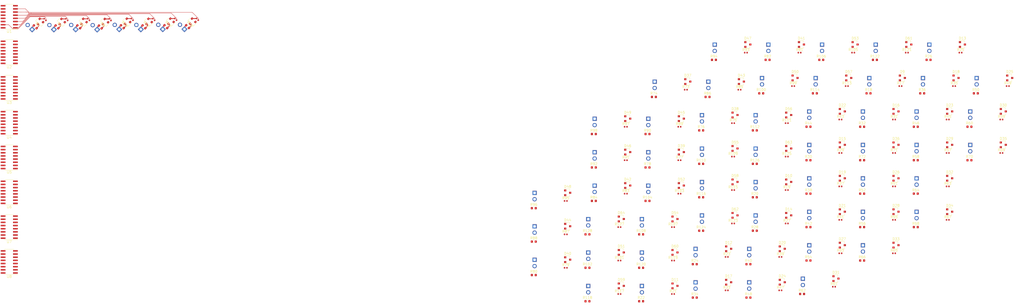
<source format=kicad_pcb>
(kicad_pcb (version 20171130) (host pcbnew 5.1.6)
  (layers (0 F.Cu signal) (31 B.Cu signal) (34 B.Paste user) (35 F.Paste user) (36 B.SilkS user) (37 F.SilkS user) (38 B.Mask user hide) (39 F.Mask user hide) (44 Edge.Cuts user))
  (net 0 "")
  (net 1 "Net-(D1-Pad3)")
  (net 2 "Net-(D1-Pad2)")
  (net 3 GND)
  (net 4 "Net-(D2-Pad3)")
  (net 5 "Net-(D2-Pad2)")
  (net 6 "Net-(D3-Pad3)")
  (net 7 "Net-(D3-Pad2)")
  (net 8 "Net-(D4-Pad3)")
  (net 9 "Net-(D4-Pad2)")
  (net 10 "Net-(D5-Pad3)")
  (net 11 "Net-(D5-Pad2)")
  (net 12 "Net-(D6-Pad3)")
  (net 13 "Net-(D6-Pad2)")
  (net 14 "Net-(D7-Pad3)")
  (net 15 "Net-(D7-Pad2)")
  (net 16 "Net-(D8-Pad3)")
  (net 17 "Net-(D8-Pad2)")
  (net 18 "Net-(D9-Pad3)")
  (net 19 "Net-(D9-Pad2)")
  (net 20 "Net-(D10-Pad3)")
  (net 21 "Net-(D10-Pad2)")
  (net 22 "Net-(D11-Pad3)")
  (net 23 "Net-(D11-Pad2)")
  (net 24 "Net-(D12-Pad3)")
  (net 25 "Net-(D12-Pad2)")
  (net 26 "Net-(D13-Pad3)")
  (net 27 "Net-(D13-Pad2)")
  (net 28 "Net-(D14-Pad3)")
  (net 29 "Net-(D14-Pad2)")
  (net 30 "Net-(D15-Pad3)")
  (net 31 "Net-(D15-Pad2)")
  (net 32 "Net-(D16-Pad3)")
  (net 33 "Net-(D16-Pad2)")
  (net 34 "Net-(D17-Pad3)")
  (net 35 "Net-(D17-Pad2)")
  (net 36 "Net-(D18-Pad3)")
  (net 37 "Net-(D18-Pad2)")
  (net 38 "Net-(D19-Pad3)")
  (net 39 "Net-(D19-Pad2)")
  (net 40 "Net-(D20-Pad3)")
  (net 41 "Net-(D20-Pad2)")
  (net 42 "Net-(D21-Pad3)")
  (net 43 "Net-(D21-Pad2)")
  (net 44 "Net-(D22-Pad3)")
  (net 45 "Net-(D22-Pad2)")
  (net 46 "Net-(D23-Pad3)")
  (net 47 "Net-(D23-Pad2)")
  (net 48 "Net-(D24-Pad3)")
  (net 49 "Net-(D24-Pad2)")
  (net 50 "Net-(D25-Pad3)")
  (net 51 "Net-(D25-Pad2)")
  (net 52 "Net-(D26-Pad3)")
  (net 53 "Net-(D26-Pad2)")
  (net 54 "Net-(D27-Pad3)")
  (net 55 "Net-(D27-Pad2)")
  (net 56 "Net-(D28-Pad3)")
  (net 57 "Net-(D28-Pad2)")
  (net 58 "Net-(D29-Pad3)")
  (net 59 "Net-(D29-Pad2)")
  (net 60 "Net-(D30-Pad3)")
  (net 61 "Net-(D30-Pad2)")
  (net 62 "Net-(D31-Pad3)")
  (net 63 "Net-(D31-Pad2)")
  (net 64 "Net-(D32-Pad3)")
  (net 65 "Net-(D32-Pad2)")
  (net 66 "Net-(D33-Pad3)")
  (net 67 "Net-(D33-Pad2)")
  (net 68 "Net-(D34-Pad3)")
  (net 69 "Net-(D34-Pad2)")
  (net 70 "Net-(D35-Pad3)")
  (net 71 "Net-(D35-Pad2)")
  (net 72 "Net-(D36-Pad3)")
  (net 73 "Net-(D36-Pad2)")
  (net 74 "Net-(D37-Pad3)")
  (net 75 "Net-(D37-Pad2)")
  (net 76 "Net-(D38-Pad3)")
  (net 77 "Net-(D38-Pad2)")
  (net 78 "Net-(D39-Pad3)")
  (net 79 "Net-(D39-Pad2)")
  (net 80 "Net-(D40-Pad3)")
  (net 81 "Net-(D40-Pad2)")
  (net 82 "Net-(D41-Pad3)")
  (net 83 "Net-(D41-Pad2)")
  (net 84 "Net-(D42-Pad3)")
  (net 85 "Net-(D42-Pad2)")
  (net 86 "Net-(D43-Pad3)")
  (net 87 "Net-(D43-Pad2)")
  (net 88 "Net-(D44-Pad3)")
  (net 89 "Net-(D44-Pad2)")
  (net 90 "Net-(D45-Pad3)")
  (net 91 "Net-(D45-Pad2)")
  (net 92 "Net-(D46-Pad3)")
  (net 93 "Net-(D46-Pad2)")
  (net 94 "Net-(D47-Pad3)")
  (net 95 "Net-(D47-Pad2)")
  (net 96 "Net-(D48-Pad3)")
  (net 97 "Net-(D48-Pad2)")
  (net 98 "Net-(D49-Pad3)")
  (net 99 "Net-(D49-Pad2)")
  (net 100 "Net-(D50-Pad3)")
  (net 101 "Net-(D50-Pad2)")
  (net 102 "Net-(D51-Pad3)")
  (net 103 "Net-(D51-Pad2)")
  (net 104 "Net-(D52-Pad3)")
  (net 105 "Net-(D52-Pad2)")
  (net 106 "Net-(D53-Pad3)")
  (net 107 "Net-(D53-Pad2)")
  (net 108 "Net-(D54-Pad3)")
  (net 109 "Net-(D54-Pad2)")
  (net 110 "Net-(D55-Pad3)")
  (net 111 "Net-(D55-Pad2)")
  (net 112 "Net-(D56-Pad3)")
  (net 113 "Net-(D56-Pad2)")
  (net 114 "Net-(D57-Pad3)")
  (net 115 "Net-(D57-Pad2)")
  (net 116 "Net-(D58-Pad3)")
  (net 117 "Net-(D58-Pad2)")
  (net 118 "Net-(D59-Pad3)")
  (net 119 "Net-(D59-Pad2)")
  (net 120 "Net-(D60-Pad3)")
  (net 121 "Net-(D60-Pad2)")
  (net 122 "Net-(D61-Pad3)")
  (net 123 "Net-(D61-Pad2)")
  (net 124 "Net-(D62-Pad3)")
  (net 125 "Net-(D62-Pad2)")
  (net 126 "Net-(D63-Pad3)")
  (net 127 "Net-(D63-Pad2)")
  (net 128 "Net-(D64-Pad3)")
  (net 129 "Net-(D64-Pad2)")
  (net 130 LINE)
  (net 131 "Net-(NE1-Pad1)")
  (net 132 "Net-(NE2-Pad1)")
  (net 133 "Net-(NE3-Pad1)")
  (net 134 "Net-(NE4-Pad1)")
  (net 135 "Net-(NE5-Pad1)")
  (net 136 "Net-(NE6-Pad1)")
  (net 137 "Net-(NE7-Pad1)")
  (net 138 "Net-(NE8-Pad1)")
  (net 139 "Net-(NE9-Pad1)")
  (net 140 "Net-(NE10-Pad1)")
  (net 141 "Net-(NE11-Pad1)")
  (net 142 "Net-(NE12-Pad1)")
  (net 143 "Net-(NE13-Pad1)")
  (net 144 "Net-(NE14-Pad1)")
  (net 145 "Net-(NE15-Pad1)")
  (net 146 "Net-(NE16-Pad1)")
  (net 147 "Net-(NE17-Pad1)")
  (net 148 "Net-(NE18-Pad1)")
  (net 149 "Net-(NE19-Pad1)")
  (net 150 "Net-(NE20-Pad1)")
  (net 151 "Net-(NE21-Pad1)")
  (net 152 "Net-(NE22-Pad1)")
  (net 153 "Net-(NE23-Pad1)")
  (net 154 "Net-(NE24-Pad1)")
  (net 155 "Net-(NE25-Pad1)")
  (net 156 "Net-(NE26-Pad1)")
  (net 157 "Net-(NE27-Pad1)")
  (net 158 "Net-(NE28-Pad1)")
  (net 159 "Net-(NE29-Pad1)")
  (net 160 "Net-(NE30-Pad1)")
  (net 161 "Net-(NE31-Pad1)")
  (net 162 "Net-(NE32-Pad1)")
  (net 163 "Net-(NE33-Pad1)")
  (net 164 "Net-(NE34-Pad1)")
  (net 165 "Net-(NE35-Pad1)")
  (net 166 "Net-(NE36-Pad1)")
  (net 167 "Net-(NE37-Pad1)")
  (net 168 "Net-(NE38-Pad1)")
  (net 169 "Net-(NE39-Pad1)")
  (net 170 "Net-(NE40-Pad1)")
  (net 171 "Net-(NE41-Pad1)")
  (net 172 "Net-(NE42-Pad1)")
  (net 173 "Net-(NE43-Pad1)")
  (net 174 "Net-(NE44-Pad1)")
  (net 175 "Net-(NE45-Pad1)")
  (net 176 "Net-(NE46-Pad1)")
  (net 177 "Net-(NE47-Pad1)")
  (net 178 "Net-(NE48-Pad1)")
  (net 179 "Net-(NE49-Pad1)")
  (net 180 "Net-(NE50-Pad1)")
  (net 181 "Net-(NE51-Pad1)")
  (net 182 "Net-(NE52-Pad1)")
  (net 183 "Net-(NE53-Pad1)")
  (net 184 "Net-(NE54-Pad1)")
  (net 185 "Net-(NE55-Pad1)")
  (net 186 "Net-(NE56-Pad1)")
  (net 187 "Net-(NE57-Pad1)")
  (net 188 "Net-(NE58-Pad1)")
  (net 189 "Net-(NE59-Pad1)")
  (net 190 "Net-(NE60-Pad1)")
  (net 191 "Net-(NE61-Pad1)")
  (net 192 "Net-(NE62-Pad1)")
  (net 193 "Net-(NE63-Pad1)")
  (net 194 "Net-(NE64-Pad1)")
  (net 195 +3V3)
  (net 196 /Sheet595Neon/DATAIN)
  (net 197 /OE)
  (net 198 /LATCH)
  (net 199 /SCK)
  (net 200 /sheet5EFA929F/DATAIN)
  (net 201 /sheet5EFA93E5/DATAIN)
  (net 202 /sheet5EFA9519/DATAIN)
  (net 203 /sheet5EFAAFC3/DATAIN)
  (net 204 /sheet5EFAAFC4/DATAIN)
  (net 205 /sheet5EFAAFC5/DATAIN)
  (net 206 /sheet5EFAAFC6/DATAIN)
  (net 207 /sheet5EFAAFC6/DATAOUT)
  (net 208 /Sheet595Neon/SheetSingleBulb/SIGNAL)
  (net 209 /Sheet595Neon/sheet5EF2B64C/SIGNAL)
  (net 210 /Sheet595Neon/sheet5EF2B6E0/SIGNAL)
  (net 211 /Sheet595Neon/sheet5EF2B77E/SIGNAL)
  (net 212 /Sheet595Neon/sheet5EF2B800/SIGNAL)
  (net 213 /Sheet595Neon/sheet5EF2B8A4/SIGNAL)
  (net 214 /Sheet595Neon/sheet5EF2B938/SIGNAL)
  (net 215 /Sheet595Neon/sheet5EF2B9F4/SIGNAL)
  (net 216 /sheet5EFA929F/SheetSingleBulb/SIGNAL)
  (net 217 /sheet5EFA929F/sheet5EF2B64C/SIGNAL)
  (net 218 /sheet5EFA929F/sheet5EF2B6E0/SIGNAL)
  (net 219 /sheet5EFA929F/sheet5EF2B77E/SIGNAL)
  (net 220 /sheet5EFA929F/sheet5EF2B800/SIGNAL)
  (net 221 /sheet5EFA929F/sheet5EF2B8A4/SIGNAL)
  (net 222 /sheet5EFA929F/sheet5EF2B938/SIGNAL)
  (net 223 /sheet5EFA929F/sheet5EF2B9F4/SIGNAL)
  (net 224 /sheet5EFA93E5/SheetSingleBulb/SIGNAL)
  (net 225 /sheet5EFA93E5/sheet5EF2B64C/SIGNAL)
  (net 226 /sheet5EFA93E5/sheet5EF2B6E0/SIGNAL)
  (net 227 /sheet5EFA93E5/sheet5EF2B77E/SIGNAL)
  (net 228 /sheet5EFA93E5/sheet5EF2B800/SIGNAL)
  (net 229 /sheet5EFA93E5/sheet5EF2B8A4/SIGNAL)
  (net 230 /sheet5EFA93E5/sheet5EF2B938/SIGNAL)
  (net 231 /sheet5EFA93E5/sheet5EF2B9F4/SIGNAL)
  (net 232 /sheet5EFA9519/SheetSingleBulb/SIGNAL)
  (net 233 /sheet5EFA9519/sheet5EF2B64C/SIGNAL)
  (net 234 /sheet5EFA9519/sheet5EF2B6E0/SIGNAL)
  (net 235 /sheet5EFA9519/sheet5EF2B77E/SIGNAL)
  (net 236 /sheet5EFA9519/sheet5EF2B800/SIGNAL)
  (net 237 /sheet5EFA9519/sheet5EF2B8A4/SIGNAL)
  (net 238 /sheet5EFA9519/sheet5EF2B938/SIGNAL)
  (net 239 /sheet5EFA9519/sheet5EF2B9F4/SIGNAL)
  (net 240 /sheet5EFAAFC3/SheetSingleBulb/SIGNAL)
  (net 241 /sheet5EFAAFC3/sheet5EF2B64C/SIGNAL)
  (net 242 /sheet5EFAAFC3/sheet5EF2B6E0/SIGNAL)
  (net 243 /sheet5EFAAFC3/sheet5EF2B77E/SIGNAL)
  (net 244 /sheet5EFAAFC3/sheet5EF2B800/SIGNAL)
  (net 245 /sheet5EFAAFC3/sheet5EF2B8A4/SIGNAL)
  (net 246 /sheet5EFAAFC3/sheet5EF2B938/SIGNAL)
  (net 247 /sheet5EFAAFC3/sheet5EF2B9F4/SIGNAL)
  (net 248 /sheet5EFAAFC4/SheetSingleBulb/SIGNAL)
  (net 249 /sheet5EFAAFC4/sheet5EF2B64C/SIGNAL)
  (net 250 /sheet5EFAAFC4/sheet5EF2B6E0/SIGNAL)
  (net 251 /sheet5EFAAFC4/sheet5EF2B77E/SIGNAL)
  (net 252 /sheet5EFAAFC4/sheet5EF2B800/SIGNAL)
  (net 253 /sheet5EFAAFC4/sheet5EF2B8A4/SIGNAL)
  (net 254 /sheet5EFAAFC4/sheet5EF2B938/SIGNAL)
  (net 255 /sheet5EFAAFC4/sheet5EF2B9F4/SIGNAL)
  (net 256 /sheet5EFAAFC5/SheetSingleBulb/SIGNAL)
  (net 257 /sheet5EFAAFC5/sheet5EF2B64C/SIGNAL)
  (net 258 /sheet5EFAAFC5/sheet5EF2B6E0/SIGNAL)
  (net 259 /sheet5EFAAFC5/sheet5EF2B77E/SIGNAL)
  (net 260 /sheet5EFAAFC5/sheet5EF2B800/SIGNAL)
  (net 261 /sheet5EFAAFC5/sheet5EF2B8A4/SIGNAL)
  (net 262 /sheet5EFAAFC5/sheet5EF2B938/SIGNAL)
  (net 263 /sheet5EFAAFC5/sheet5EF2B9F4/SIGNAL)
  (net 264 /sheet5EFAAFC6/SheetSingleBulb/SIGNAL)
  (net 265 /sheet5EFAAFC6/sheet5EF2B64C/SIGNAL)
  (net 266 /sheet5EFAAFC6/sheet5EF2B6E0/SIGNAL)
  (net 267 /sheet5EFAAFC6/sheet5EF2B77E/SIGNAL)
  (net 268 /sheet5EFAAFC6/sheet5EF2B800/SIGNAL)
  (net 269 /sheet5EFAAFC6/sheet5EF2B8A4/SIGNAL)
  (net 270 /sheet5EFAAFC6/sheet5EF2B938/SIGNAL)
  (net 271 /sheet5EFAAFC6/sheet5EF2B9F4/SIGNAL)
  (module Package_SO:SOIC-16_3.9x9.9mm_P1.27mm (layer F.Cu) (at 28 121.7 180)
    (fp_text reference U8 (at 0 -5.9) (layer F.SilkS))
    (fp_text value 74HC595)
    (pad 16 smd roundrect (at 2.475 -4.445 180) (size 1.95 0.6) (layers F.Cu F.Paste F.Mask) (net 195 +3V3))
    (pad 15 smd roundrect (at 2.475 -3.175 180) (size 1.95 0.6) (layers F.Cu F.Paste F.Mask) (net 264 /sheet5EFAAFC6/SheetSingleBulb/SIGNAL))
    (pad 14 smd roundrect (at 2.475 -1.905 180) (size 1.95 0.6) (layers F.Cu F.Paste F.Mask) (net 206 /sheet5EFAAFC6/DATAIN))
    (pad 13 smd roundrect (at 2.475 -0.635 180) (size 1.95 0.6) (layers F.Cu F.Paste F.Mask) (net 197 /OE))
    (pad 12 smd roundrect (at 2.475 0.635 180) (size 1.95 0.6) (layers F.Cu F.Paste F.Mask) (net 198 /LATCH))
    (pad 11 smd roundrect (at 2.475 1.905 180) (size 1.95 0.6) (layers F.Cu F.Paste F.Mask) (net 199 /SCK))
    (pad 10 smd roundrect (at 2.475 3.175 180) (size 1.95 0.6) (layers F.Cu F.Paste F.Mask) (net 195 +3V3))
    (pad 9 smd roundrect (at 2.475 4.445 180) (size 1.95 0.6) (layers F.Cu F.Paste F.Mask) (net 207 /sheet5EFAAFC6/DATAOUT))
    (pad 8 smd roundrect (at -2.475 4.445 180) (size 1.95 0.6) (layers F.Cu F.Paste F.Mask) (net 3 GND))
    (pad 7 smd roundrect (at -2.475 3.175 180) (size 1.95 0.6) (layers F.Cu F.Paste F.Mask) (net 271 /sheet5EFAAFC6/sheet5EF2B9F4/SIGNAL))
    (pad 6 smd roundrect (at -2.475 1.905 180) (size 1.95 0.6) (layers F.Cu F.Paste F.Mask) (net 270 /sheet5EFAAFC6/sheet5EF2B938/SIGNAL))
    (pad 5 smd roundrect (at -2.475 0.635 180) (size 1.95 0.6) (layers F.Cu F.Paste F.Mask) (net 269 /sheet5EFAAFC6/sheet5EF2B8A4/SIGNAL))
    (pad 4 smd roundrect (at -2.475 -0.635 180) (size 1.95 0.6) (layers F.Cu F.Paste F.Mask) (net 268 /sheet5EFAAFC6/sheet5EF2B800/SIGNAL))
    (pad 3 smd roundrect (at -2.475 -1.905 180) (size 1.95 0.6) (layers F.Cu F.Paste F.Mask) (net 267 /sheet5EFAAFC6/sheet5EF2B77E/SIGNAL))
    (pad 2 smd roundrect (at -2.475 -3.175 180) (size 1.95 0.6) (layers F.Cu F.Paste F.Mask) (net 266 /sheet5EFAAFC6/sheet5EF2B6E0/SIGNAL))
    (pad 1 smd roundrect (at -2.475 -4.445 180) (size 1.95 0.6) (layers F.Cu F.Paste F.Mask) (net 265 /sheet5EFAAFC6/sheet5EF2B64C/SIGNAL))
  )
  (module Package_SO:SOIC-16_3.9x9.9mm_P1.27mm (layer F.Cu) (at 28 107.7 180)
    (fp_text reference U7 (at 0 -5.9) (layer F.SilkS))
    (fp_text value 74HC595)
    (pad 16 smd roundrect (at 2.475 -4.445 180) (size 1.95 0.6) (layers F.Cu F.Paste F.Mask) (net 195 +3V3))
    (pad 15 smd roundrect (at 2.475 -3.175 180) (size 1.95 0.6) (layers F.Cu F.Paste F.Mask) (net 256 /sheet5EFAAFC5/SheetSingleBulb/SIGNAL))
    (pad 14 smd roundrect (at 2.475 -1.905 180) (size 1.95 0.6) (layers F.Cu F.Paste F.Mask) (net 205 /sheet5EFAAFC5/DATAIN))
    (pad 13 smd roundrect (at 2.475 -0.635 180) (size 1.95 0.6) (layers F.Cu F.Paste F.Mask) (net 197 /OE))
    (pad 12 smd roundrect (at 2.475 0.635 180) (size 1.95 0.6) (layers F.Cu F.Paste F.Mask) (net 198 /LATCH))
    (pad 11 smd roundrect (at 2.475 1.905 180) (size 1.95 0.6) (layers F.Cu F.Paste F.Mask) (net 199 /SCK))
    (pad 10 smd roundrect (at 2.475 3.175 180) (size 1.95 0.6) (layers F.Cu F.Paste F.Mask) (net 195 +3V3))
    (pad 9 smd roundrect (at 2.475 4.445 180) (size 1.95 0.6) (layers F.Cu F.Paste F.Mask) (net 206 /sheet5EFAAFC6/DATAIN))
    (pad 8 smd roundrect (at -2.475 4.445 180) (size 1.95 0.6) (layers F.Cu F.Paste F.Mask) (net 3 GND))
    (pad 7 smd roundrect (at -2.475 3.175 180) (size 1.95 0.6) (layers F.Cu F.Paste F.Mask) (net 263 /sheet5EFAAFC5/sheet5EF2B9F4/SIGNAL))
    (pad 6 smd roundrect (at -2.475 1.905 180) (size 1.95 0.6) (layers F.Cu F.Paste F.Mask) (net 262 /sheet5EFAAFC5/sheet5EF2B938/SIGNAL))
    (pad 5 smd roundrect (at -2.475 0.635 180) (size 1.95 0.6) (layers F.Cu F.Paste F.Mask) (net 261 /sheet5EFAAFC5/sheet5EF2B8A4/SIGNAL))
    (pad 4 smd roundrect (at -2.475 -0.635 180) (size 1.95 0.6) (layers F.Cu F.Paste F.Mask) (net 260 /sheet5EFAAFC5/sheet5EF2B800/SIGNAL))
    (pad 3 smd roundrect (at -2.475 -1.905 180) (size 1.95 0.6) (layers F.Cu F.Paste F.Mask) (net 259 /sheet5EFAAFC5/sheet5EF2B77E/SIGNAL))
    (pad 2 smd roundrect (at -2.475 -3.175 180) (size 1.95 0.6) (layers F.Cu F.Paste F.Mask) (net 258 /sheet5EFAAFC5/sheet5EF2B6E0/SIGNAL))
    (pad 1 smd roundrect (at -2.475 -4.445 180) (size 1.95 0.6) (layers F.Cu F.Paste F.Mask) (net 257 /sheet5EFAAFC5/sheet5EF2B64C/SIGNAL))
  )
  (module Package_SO:SOIC-16_3.9x9.9mm_P1.27mm (layer F.Cu) (at 28 93.7 180)
    (fp_text reference U6 (at 0 -5.9) (layer F.SilkS))
    (fp_text value 74HC595)
    (pad 16 smd roundrect (at 2.475 -4.445 180) (size 1.95 0.6) (layers F.Cu F.Paste F.Mask) (net 195 +3V3))
    (pad 15 smd roundrect (at 2.475 -3.175 180) (size 1.95 0.6) (layers F.Cu F.Paste F.Mask) (net 248 /sheet5EFAAFC4/SheetSingleBulb/SIGNAL))
    (pad 14 smd roundrect (at 2.475 -1.905 180) (size 1.95 0.6) (layers F.Cu F.Paste F.Mask) (net 204 /sheet5EFAAFC4/DATAIN))
    (pad 13 smd roundrect (at 2.475 -0.635 180) (size 1.95 0.6) (layers F.Cu F.Paste F.Mask) (net 197 /OE))
    (pad 12 smd roundrect (at 2.475 0.635 180) (size 1.95 0.6) (layers F.Cu F.Paste F.Mask) (net 198 /LATCH))
    (pad 11 smd roundrect (at 2.475 1.905 180) (size 1.95 0.6) (layers F.Cu F.Paste F.Mask) (net 199 /SCK))
    (pad 10 smd roundrect (at 2.475 3.175 180) (size 1.95 0.6) (layers F.Cu F.Paste F.Mask) (net 195 +3V3))
    (pad 9 smd roundrect (at 2.475 4.445 180) (size 1.95 0.6) (layers F.Cu F.Paste F.Mask) (net 205 /sheet5EFAAFC5/DATAIN))
    (pad 8 smd roundrect (at -2.475 4.445 180) (size 1.95 0.6) (layers F.Cu F.Paste F.Mask) (net 3 GND))
    (pad 7 smd roundrect (at -2.475 3.175 180) (size 1.95 0.6) (layers F.Cu F.Paste F.Mask) (net 255 /sheet5EFAAFC4/sheet5EF2B9F4/SIGNAL))
    (pad 6 smd roundrect (at -2.475 1.905 180) (size 1.95 0.6) (layers F.Cu F.Paste F.Mask) (net 254 /sheet5EFAAFC4/sheet5EF2B938/SIGNAL))
    (pad 5 smd roundrect (at -2.475 0.635 180) (size 1.95 0.6) (layers F.Cu F.Paste F.Mask) (net 253 /sheet5EFAAFC4/sheet5EF2B8A4/SIGNAL))
    (pad 4 smd roundrect (at -2.475 -0.635 180) (size 1.95 0.6) (layers F.Cu F.Paste F.Mask) (net 252 /sheet5EFAAFC4/sheet5EF2B800/SIGNAL))
    (pad 3 smd roundrect (at -2.475 -1.905 180) (size 1.95 0.6) (layers F.Cu F.Paste F.Mask) (net 251 /sheet5EFAAFC4/sheet5EF2B77E/SIGNAL))
    (pad 2 smd roundrect (at -2.475 -3.175 180) (size 1.95 0.6) (layers F.Cu F.Paste F.Mask) (net 250 /sheet5EFAAFC4/sheet5EF2B6E0/SIGNAL))
    (pad 1 smd roundrect (at -2.475 -4.445 180) (size 1.95 0.6) (layers F.Cu F.Paste F.Mask) (net 249 /sheet5EFAAFC4/sheet5EF2B64C/SIGNAL))
  )
  (module Package_SO:SOIC-16_3.9x9.9mm_P1.27mm (layer F.Cu) (at 28 79.7 180)
    (fp_text reference U5 (at 0 -5.9) (layer F.SilkS))
    (fp_text value 74HC595)
    (pad 16 smd roundrect (at 2.475 -4.445 180) (size 1.95 0.6) (layers F.Cu F.Paste F.Mask) (net 195 +3V3))
    (pad 15 smd roundrect (at 2.475 -3.175 180) (size 1.95 0.6) (layers F.Cu F.Paste F.Mask) (net 240 /sheet5EFAAFC3/SheetSingleBulb/SIGNAL))
    (pad 14 smd roundrect (at 2.475 -1.905 180) (size 1.95 0.6) (layers F.Cu F.Paste F.Mask) (net 203 /sheet5EFAAFC3/DATAIN))
    (pad 13 smd roundrect (at 2.475 -0.635 180) (size 1.95 0.6) (layers F.Cu F.Paste F.Mask) (net 197 /OE))
    (pad 12 smd roundrect (at 2.475 0.635 180) (size 1.95 0.6) (layers F.Cu F.Paste F.Mask) (net 198 /LATCH))
    (pad 11 smd roundrect (at 2.475 1.905 180) (size 1.95 0.6) (layers F.Cu F.Paste F.Mask) (net 199 /SCK))
    (pad 10 smd roundrect (at 2.475 3.175 180) (size 1.95 0.6) (layers F.Cu F.Paste F.Mask) (net 195 +3V3))
    (pad 9 smd roundrect (at 2.475 4.445 180) (size 1.95 0.6) (layers F.Cu F.Paste F.Mask) (net 204 /sheet5EFAAFC4/DATAIN))
    (pad 8 smd roundrect (at -2.475 4.445 180) (size 1.95 0.6) (layers F.Cu F.Paste F.Mask) (net 3 GND))
    (pad 7 smd roundrect (at -2.475 3.175 180) (size 1.95 0.6) (layers F.Cu F.Paste F.Mask) (net 247 /sheet5EFAAFC3/sheet5EF2B9F4/SIGNAL))
    (pad 6 smd roundrect (at -2.475 1.905 180) (size 1.95 0.6) (layers F.Cu F.Paste F.Mask) (net 246 /sheet5EFAAFC3/sheet5EF2B938/SIGNAL))
    (pad 5 smd roundrect (at -2.475 0.635 180) (size 1.95 0.6) (layers F.Cu F.Paste F.Mask) (net 245 /sheet5EFAAFC3/sheet5EF2B8A4/SIGNAL))
    (pad 4 smd roundrect (at -2.475 -0.635 180) (size 1.95 0.6) (layers F.Cu F.Paste F.Mask) (net 244 /sheet5EFAAFC3/sheet5EF2B800/SIGNAL))
    (pad 3 smd roundrect (at -2.475 -1.905 180) (size 1.95 0.6) (layers F.Cu F.Paste F.Mask) (net 243 /sheet5EFAAFC3/sheet5EF2B77E/SIGNAL))
    (pad 2 smd roundrect (at -2.475 -3.175 180) (size 1.95 0.6) (layers F.Cu F.Paste F.Mask) (net 242 /sheet5EFAAFC3/sheet5EF2B6E0/SIGNAL))
    (pad 1 smd roundrect (at -2.475 -4.445 180) (size 1.95 0.6) (layers F.Cu F.Paste F.Mask) (net 241 /sheet5EFAAFC3/sheet5EF2B64C/SIGNAL))
  )
  (module Package_SO:SOIC-16_3.9x9.9mm_P1.27mm (layer F.Cu) (at 28 65.7 180)
    (fp_text reference U4 (at 0 -5.9) (layer F.SilkS))
    (fp_text value 74HC595)
    (pad 16 smd roundrect (at 2.475 -4.445 180) (size 1.95 0.6) (layers F.Cu F.Paste F.Mask) (net 195 +3V3))
    (pad 15 smd roundrect (at 2.475 -3.175 180) (size 1.95 0.6) (layers F.Cu F.Paste F.Mask) (net 232 /sheet5EFA9519/SheetSingleBulb/SIGNAL))
    (pad 14 smd roundrect (at 2.475 -1.905 180) (size 1.95 0.6) (layers F.Cu F.Paste F.Mask) (net 202 /sheet5EFA9519/DATAIN))
    (pad 13 smd roundrect (at 2.475 -0.635 180) (size 1.95 0.6) (layers F.Cu F.Paste F.Mask) (net 197 /OE))
    (pad 12 smd roundrect (at 2.475 0.635 180) (size 1.95 0.6) (layers F.Cu F.Paste F.Mask) (net 198 /LATCH))
    (pad 11 smd roundrect (at 2.475 1.905 180) (size 1.95 0.6) (layers F.Cu F.Paste F.Mask) (net 199 /SCK))
    (pad 10 smd roundrect (at 2.475 3.175 180) (size 1.95 0.6) (layers F.Cu F.Paste F.Mask) (net 195 +3V3))
    (pad 9 smd roundrect (at 2.475 4.445 180) (size 1.95 0.6) (layers F.Cu F.Paste F.Mask) (net 203 /sheet5EFAAFC3/DATAIN))
    (pad 8 smd roundrect (at -2.475 4.445 180) (size 1.95 0.6) (layers F.Cu F.Paste F.Mask) (net 3 GND))
    (pad 7 smd roundrect (at -2.475 3.175 180) (size 1.95 0.6) (layers F.Cu F.Paste F.Mask) (net 239 /sheet5EFA9519/sheet5EF2B9F4/SIGNAL))
    (pad 6 smd roundrect (at -2.475 1.905 180) (size 1.95 0.6) (layers F.Cu F.Paste F.Mask) (net 238 /sheet5EFA9519/sheet5EF2B938/SIGNAL))
    (pad 5 smd roundrect (at -2.475 0.635 180) (size 1.95 0.6) (layers F.Cu F.Paste F.Mask) (net 237 /sheet5EFA9519/sheet5EF2B8A4/SIGNAL))
    (pad 4 smd roundrect (at -2.475 -0.635 180) (size 1.95 0.6) (layers F.Cu F.Paste F.Mask) (net 236 /sheet5EFA9519/sheet5EF2B800/SIGNAL))
    (pad 3 smd roundrect (at -2.475 -1.905 180) (size 1.95 0.6) (layers F.Cu F.Paste F.Mask) (net 235 /sheet5EFA9519/sheet5EF2B77E/SIGNAL))
    (pad 2 smd roundrect (at -2.475 -3.175 180) (size 1.95 0.6) (layers F.Cu F.Paste F.Mask) (net 234 /sheet5EFA9519/sheet5EF2B6E0/SIGNAL))
    (pad 1 smd roundrect (at -2.475 -4.445 180) (size 1.95 0.6) (layers F.Cu F.Paste F.Mask) (net 233 /sheet5EFA9519/sheet5EF2B64C/SIGNAL))
  )
  (module Package_SO:SOIC-16_3.9x9.9mm_P1.27mm (layer F.Cu) (at 28 51.7 180)
    (fp_text reference U3 (at 0 -5.9) (layer F.SilkS))
    (fp_text value 74HC595)
    (pad 16 smd roundrect (at 2.475 -4.445 180) (size 1.95 0.6) (layers F.Cu F.Paste F.Mask) (net 195 +3V3))
    (pad 15 smd roundrect (at 2.475 -3.175 180) (size 1.95 0.6) (layers F.Cu F.Paste F.Mask) (net 224 /sheet5EFA93E5/SheetSingleBulb/SIGNAL))
    (pad 14 smd roundrect (at 2.475 -1.905 180) (size 1.95 0.6) (layers F.Cu F.Paste F.Mask) (net 201 /sheet5EFA93E5/DATAIN))
    (pad 13 smd roundrect (at 2.475 -0.635 180) (size 1.95 0.6) (layers F.Cu F.Paste F.Mask) (net 197 /OE))
    (pad 12 smd roundrect (at 2.475 0.635 180) (size 1.95 0.6) (layers F.Cu F.Paste F.Mask) (net 198 /LATCH))
    (pad 11 smd roundrect (at 2.475 1.905 180) (size 1.95 0.6) (layers F.Cu F.Paste F.Mask) (net 199 /SCK))
    (pad 10 smd roundrect (at 2.475 3.175 180) (size 1.95 0.6) (layers F.Cu F.Paste F.Mask) (net 195 +3V3))
    (pad 9 smd roundrect (at 2.475 4.445 180) (size 1.95 0.6) (layers F.Cu F.Paste F.Mask) (net 202 /sheet5EFA9519/DATAIN))
    (pad 8 smd roundrect (at -2.475 4.445 180) (size 1.95 0.6) (layers F.Cu F.Paste F.Mask) (net 3 GND))
    (pad 7 smd roundrect (at -2.475 3.175 180) (size 1.95 0.6) (layers F.Cu F.Paste F.Mask) (net 231 /sheet5EFA93E5/sheet5EF2B9F4/SIGNAL))
    (pad 6 smd roundrect (at -2.475 1.905 180) (size 1.95 0.6) (layers F.Cu F.Paste F.Mask) (net 230 /sheet5EFA93E5/sheet5EF2B938/SIGNAL))
    (pad 5 smd roundrect (at -2.475 0.635 180) (size 1.95 0.6) (layers F.Cu F.Paste F.Mask) (net 229 /sheet5EFA93E5/sheet5EF2B8A4/SIGNAL))
    (pad 4 smd roundrect (at -2.475 -0.635 180) (size 1.95 0.6) (layers F.Cu F.Paste F.Mask) (net 228 /sheet5EFA93E5/sheet5EF2B800/SIGNAL))
    (pad 3 smd roundrect (at -2.475 -1.905 180) (size 1.95 0.6) (layers F.Cu F.Paste F.Mask) (net 227 /sheet5EFA93E5/sheet5EF2B77E/SIGNAL))
    (pad 2 smd roundrect (at -2.475 -3.175 180) (size 1.95 0.6) (layers F.Cu F.Paste F.Mask) (net 226 /sheet5EFA93E5/sheet5EF2B6E0/SIGNAL))
    (pad 1 smd roundrect (at -2.475 -4.445 180) (size 1.95 0.6) (layers F.Cu F.Paste F.Mask) (net 225 /sheet5EFA93E5/sheet5EF2B64C/SIGNAL))
  )
  (module Package_SO:SOIC-16_3.9x9.9mm_P1.27mm (layer F.Cu) (at 28 37.4 180)
    (fp_text reference U2 (at 0 -5.9) (layer F.SilkS))
    (fp_text value 74HC595)
    (pad 16 smd roundrect (at 2.475 -4.445 180) (size 1.95 0.6) (layers F.Cu F.Paste F.Mask) (net 195 +3V3))
    (pad 15 smd roundrect (at 2.475 -3.175 180) (size 1.95 0.6) (layers F.Cu F.Paste F.Mask) (net 216 /sheet5EFA929F/SheetSingleBulb/SIGNAL))
    (pad 14 smd roundrect (at 2.475 -1.905 180) (size 1.95 0.6) (layers F.Cu F.Paste F.Mask) (net 200 /sheet5EFA929F/DATAIN))
    (pad 13 smd roundrect (at 2.475 -0.635 180) (size 1.95 0.6) (layers F.Cu F.Paste F.Mask) (net 197 /OE))
    (pad 12 smd roundrect (at 2.475 0.635 180) (size 1.95 0.6) (layers F.Cu F.Paste F.Mask) (net 198 /LATCH))
    (pad 11 smd roundrect (at 2.475 1.905 180) (size 1.95 0.6) (layers F.Cu F.Paste F.Mask) (net 199 /SCK))
    (pad 10 smd roundrect (at 2.475 3.175 180) (size 1.95 0.6) (layers F.Cu F.Paste F.Mask) (net 195 +3V3))
    (pad 9 smd roundrect (at 2.475 4.445 180) (size 1.95 0.6) (layers F.Cu F.Paste F.Mask) (net 201 /sheet5EFA93E5/DATAIN))
    (pad 8 smd roundrect (at -2.475 4.445 180) (size 1.95 0.6) (layers F.Cu F.Paste F.Mask) (net 3 GND))
    (pad 7 smd roundrect (at -2.475 3.175 180) (size 1.95 0.6) (layers F.Cu F.Paste F.Mask) (net 223 /sheet5EFA929F/sheet5EF2B9F4/SIGNAL))
    (pad 6 smd roundrect (at -2.475 1.905 180) (size 1.95 0.6) (layers F.Cu F.Paste F.Mask) (net 222 /sheet5EFA929F/sheet5EF2B938/SIGNAL))
    (pad 5 smd roundrect (at -2.475 0.635 180) (size 1.95 0.6) (layers F.Cu F.Paste F.Mask) (net 221 /sheet5EFA929F/sheet5EF2B8A4/SIGNAL))
    (pad 4 smd roundrect (at -2.475 -0.635 180) (size 1.95 0.6) (layers F.Cu F.Paste F.Mask) (net 220 /sheet5EFA929F/sheet5EF2B800/SIGNAL))
    (pad 3 smd roundrect (at -2.475 -1.905 180) (size 1.95 0.6) (layers F.Cu F.Paste F.Mask) (net 219 /sheet5EFA929F/sheet5EF2B77E/SIGNAL))
    (pad 2 smd roundrect (at -2.475 -3.175 180) (size 1.95 0.6) (layers F.Cu F.Paste F.Mask) (net 218 /sheet5EFA929F/sheet5EF2B6E0/SIGNAL))
    (pad 1 smd roundrect (at -2.475 -4.445 180) (size 1.95 0.6) (layers F.Cu F.Paste F.Mask) (net 217 /sheet5EFA929F/sheet5EF2B64C/SIGNAL))
  )
  (module Resistor_SMD:R_0603_1608Metric (layer F.Cu) (at 260.54 110.6)
    (fp_text reference R128 (at 0 -1.43) (layer F.SilkS))
    (fp_text value 33k)
    (pad 2 smd roundrect (at 0.7875 0) (size 0.875 0.95) (layers F.Cu F.Paste F.Mask) (net 128 "Net-(D64-Pad3)"))
    (pad 1 smd roundrect (at -0.7875 0) (size 0.875 0.95) (layers F.Cu F.Paste F.Mask) (net 194 "Net-(NE64-Pad1)"))
  )
  (module Resistor_SMD:R_0402_1005Metric (layer F.Cu) (at 273.39 107.69)
    (fp_text reference R127 (at 0 -1.17) (layer F.SilkS))
    (fp_text value 330k)
    (pad 2 smd roundrect (at 0.485 0) (size 0.59 0.64) (layers F.Cu F.Paste F.Mask) (net 271 /sheet5EFAAFC6/sheet5EF2B9F4/SIGNAL))
    (pad 1 smd roundrect (at -0.485 0) (size 0.59 0.64) (layers F.Cu F.Paste F.Mask) (net 129 "Net-(D64-Pad2)"))
  )
  (module Resistor_SMD:R_0603_1608Metric (layer F.Cu) (at 327.85 82.24)
    (fp_text reference R126 (at 0 -1.43) (layer F.SilkS))
    (fp_text value 33k)
    (pad 2 smd roundrect (at 0.7875 0) (size 0.875 0.95) (layers F.Cu F.Paste F.Mask) (net 126 "Net-(D63-Pad3)"))
    (pad 1 smd roundrect (at -0.7875 0) (size 0.875 0.95) (layers F.Cu F.Paste F.Mask) (net 193 "Net-(NE63-Pad1)"))
  )
  (module Resistor_SMD:R_0402_1005Metric (layer F.Cu) (at 340.7 79.33)
    (fp_text reference R125 (at 0 -1.17) (layer F.SilkS))
    (fp_text value 330k)
    (pad 2 smd roundrect (at 0.485 0) (size 0.59 0.64) (layers F.Cu F.Paste F.Mask) (net 270 /sheet5EFAAFC6/sheet5EF2B938/SIGNAL))
    (pad 1 smd roundrect (at -0.485 0) (size 0.59 0.64) (layers F.Cu F.Paste F.Mask) (net 127 "Net-(D63-Pad2)"))
  )
  (module Resistor_SMD:R_0603_1608Metric (layer F.Cu) (at 306.27 109.14)
    (fp_text reference R124 (at 0 -1.43) (layer F.SilkS))
    (fp_text value 33k)
    (pad 2 smd roundrect (at 0.7875 0) (size 0.875 0.95) (layers F.Cu F.Paste F.Mask) (net 124 "Net-(D62-Pad3)"))
    (pad 1 smd roundrect (at -0.7875 0) (size 0.875 0.95) (layers F.Cu F.Paste F.Mask) (net 192 "Net-(NE62-Pad1)"))
  )
  (module Resistor_SMD:R_0402_1005Metric (layer F.Cu) (at 319.12 106.23)
    (fp_text reference R123 (at 0 -1.17) (layer F.SilkS))
    (fp_text value 330k)
    (pad 2 smd roundrect (at 0.485 0) (size 0.59 0.64) (layers F.Cu F.Paste F.Mask) (net 269 /sheet5EFAAFC6/sheet5EF2B8A4/SIGNAL))
    (pad 1 smd roundrect (at -0.485 0) (size 0.59 0.64) (layers F.Cu F.Paste F.Mask) (net 125 "Net-(D62-Pad2)"))
  )
  (module Resistor_SMD:R_0603_1608Metric (layer F.Cu) (at 376.15 40.43)
    (fp_text reference R122 (at 0 -1.43) (layer F.SilkS))
    (fp_text value 33k)
    (pad 2 smd roundrect (at 0.7875 0) (size 0.875 0.95) (layers F.Cu F.Paste F.Mask) (net 122 "Net-(D61-Pad3)"))
    (pad 1 smd roundrect (at -0.7875 0) (size 0.875 0.95) (layers F.Cu F.Paste F.Mask) (net 191 "Net-(NE61-Pad1)"))
  )
  (module Resistor_SMD:R_0402_1005Metric (layer F.Cu) (at 389 37.52)
    (fp_text reference R121 (at 0 -1.17) (layer F.SilkS))
    (fp_text value 330k)
    (pad 2 smd roundrect (at 0.485 0) (size 0.59 0.64) (layers F.Cu F.Paste F.Mask) (net 268 /sheet5EFAAFC6/sheet5EF2B800/SIGNAL))
    (pad 1 smd roundrect (at -0.485 0) (size 0.59 0.64) (layers F.Cu F.Paste F.Mask) (net 123 "Net-(D61-Pad2)"))
  )
  (module Resistor_SMD:R_0603_1608Metric (layer F.Cu) (at 282.12 124.05)
    (fp_text reference R120 (at 0 -1.43) (layer F.SilkS))
    (fp_text value 33k)
    (pad 2 smd roundrect (at 0.7875 0) (size 0.875 0.95) (layers F.Cu F.Paste F.Mask) (net 120 "Net-(D60-Pad3)"))
    (pad 1 smd roundrect (at -0.7875 0) (size 0.875 0.95) (layers F.Cu F.Paste F.Mask) (net 190 "Net-(NE60-Pad1)"))
  )
  (module Resistor_SMD:R_0402_1005Metric (layer F.Cu) (at 294.97 121.14)
    (fp_text reference R119 (at 0 -1.17) (layer F.SilkS))
    (fp_text value 330k)
    (pad 2 smd roundrect (at 0.485 0) (size 0.59 0.64) (layers F.Cu F.Paste F.Mask) (net 267 /sheet5EFAAFC6/sheet5EF2B77E/SIGNAL))
    (pad 1 smd roundrect (at -0.485 0) (size 0.59 0.64) (layers F.Cu F.Paste F.Mask) (net 121 "Net-(D60-Pad2)"))
  )
  (module Resistor_SMD:R_0603_1608Metric (layer F.Cu) (at 260.54 137.5)
    (fp_text reference R118 (at 0 -1.43) (layer F.SilkS))
    (fp_text value 33k)
    (pad 2 smd roundrect (at 0.7875 0) (size 0.875 0.95) (layers F.Cu F.Paste F.Mask) (net 118 "Net-(D59-Pad3)"))
    (pad 1 smd roundrect (at -0.7875 0) (size 0.875 0.95) (layers F.Cu F.Paste F.Mask) (net 189 "Net-(NE59-Pad1)"))
  )
  (module Resistor_SMD:R_0402_1005Metric (layer F.Cu) (at 273.39 134.59)
    (fp_text reference R117 (at 0 -1.17) (layer F.SilkS))
    (fp_text value 330k)
    (pad 2 smd roundrect (at 0.485 0) (size 0.59 0.64) (layers F.Cu F.Paste F.Mask) (net 266 /sheet5EFAAFC6/sheet5EF2B6E0/SIGNAL))
    (pad 1 smd roundrect (at -0.485 0) (size 0.59 0.64) (layers F.Cu F.Paste F.Mask) (net 119 "Net-(D59-Pad2)"))
  )
  (module Resistor_SMD:R_0603_1608Metric (layer F.Cu) (at 306.27 95.69)
    (fp_text reference R116 (at 0 -1.43) (layer F.SilkS))
    (fp_text value 33k)
    (pad 2 smd roundrect (at 0.7875 0) (size 0.875 0.95) (layers F.Cu F.Paste F.Mask) (net 116 "Net-(D58-Pad3)"))
    (pad 1 smd roundrect (at -0.7875 0) (size 0.875 0.95) (layers F.Cu F.Paste F.Mask) (net 188 "Net-(NE58-Pad1)"))
  )
  (module Resistor_SMD:R_0402_1005Metric (layer F.Cu) (at 319.12 92.78)
    (fp_text reference R115 (at 0 -1.17) (layer F.SilkS))
    (fp_text value 330k)
    (pad 2 smd roundrect (at 0.485 0) (size 0.59 0.64) (layers F.Cu F.Paste F.Mask) (net 265 /sheet5EFAAFC6/sheet5EF2B64C/SIGNAL))
    (pad 1 smd roundrect (at -0.485 0) (size 0.59 0.64) (layers F.Cu F.Paste F.Mask) (net 117 "Net-(D58-Pad2)"))
  )
  (module Resistor_SMD:R_0603_1608Metric (layer F.Cu) (at 352 53.88)
    (fp_text reference R114 (at 0 -1.43) (layer F.SilkS))
    (fp_text value 33k)
    (pad 2 smd roundrect (at 0.7875 0) (size 0.875 0.95) (layers F.Cu F.Paste F.Mask) (net 114 "Net-(D57-Pad3)"))
    (pad 1 smd roundrect (at -0.7875 0) (size 0.875 0.95) (layers F.Cu F.Paste F.Mask) (net 187 "Net-(NE57-Pad1)"))
  )
  (module Resistor_SMD:R_0402_1005Metric (layer F.Cu) (at 364.85 50.97)
    (fp_text reference R113 (at 0 -1.17) (layer F.SilkS))
    (fp_text value 330k)
    (pad 2 smd roundrect (at 0.485 0) (size 0.59 0.64) (layers F.Cu F.Paste F.Mask) (net 264 /sheet5EFAAFC6/SheetSingleBulb/SIGNAL))
    (pad 1 smd roundrect (at -0.485 0) (size 0.59 0.64) (layers F.Cu F.Paste F.Mask) (net 115 "Net-(D57-Pad2)"))
  )
  (module Resistor_SMD:R_0603_1608Metric (layer F.Cu) (at 327.85 68.79)
    (fp_text reference R112 (at 0 -1.43) (layer F.SilkS))
    (fp_text value 33k)
    (pad 2 smd roundrect (at 0.7875 0) (size 0.875 0.95) (layers F.Cu F.Paste F.Mask) (net 112 "Net-(D56-Pad3)"))
    (pad 1 smd roundrect (at -0.7875 0) (size 0.875 0.95) (layers F.Cu F.Paste F.Mask) (net 186 "Net-(NE56-Pad1)"))
  )
  (module Resistor_SMD:R_0402_1005Metric (layer F.Cu) (at 340.7 65.88)
    (fp_text reference R111 (at 0 -1.17) (layer F.SilkS))
    (fp_text value 330k)
    (pad 2 smd roundrect (at 0.485 0) (size 0.59 0.64) (layers F.Cu F.Paste F.Mask) (net 263 /sheet5EFAAFC5/sheet5EF2B9F4/SIGNAL))
    (pad 1 smd roundrect (at -0.485 0) (size 0.59 0.64) (layers F.Cu F.Paste F.Mask) (net 113 "Net-(D56-Pad2)"))
  )
  (module Resistor_SMD:R_0603_1608Metric (layer F.Cu) (at 306.27 82.24)
    (fp_text reference R110 (at 0 -1.43) (layer F.SilkS))
    (fp_text value 33k)
    (pad 2 smd roundrect (at 0.7875 0) (size 0.875 0.95) (layers F.Cu F.Paste F.Mask) (net 110 "Net-(D55-Pad3)"))
    (pad 1 smd roundrect (at -0.7875 0) (size 0.875 0.95) (layers F.Cu F.Paste F.Mask) (net 185 "Net-(NE55-Pad1)"))
  )
  (module Resistor_SMD:R_0402_1005Metric (layer F.Cu) (at 319.12 79.33)
    (fp_text reference R109 (at 0 -1.17) (layer F.SilkS))
    (fp_text value 330k)
    (pad 2 smd roundrect (at 0.485 0) (size 0.59 0.64) (layers F.Cu F.Paste F.Mask) (net 262 /sheet5EFAAFC5/sheet5EF2B938/SIGNAL))
    (pad 1 smd roundrect (at -0.485 0) (size 0.59 0.64) (layers F.Cu F.Paste F.Mask) (net 111 "Net-(D55-Pad2)"))
  )
  (module Resistor_SMD:R_0603_1608Metric (layer F.Cu) (at 282.12 110.6)
    (fp_text reference R108 (at 0 -1.43) (layer F.SilkS))
    (fp_text value 33k)
    (pad 2 smd roundrect (at 0.7875 0) (size 0.875 0.95) (layers F.Cu F.Paste F.Mask) (net 108 "Net-(D54-Pad3)"))
    (pad 1 smd roundrect (at -0.7875 0) (size 0.875 0.95) (layers F.Cu F.Paste F.Mask) (net 184 "Net-(NE54-Pad1)"))
  )
  (module Resistor_SMD:R_0402_1005Metric (layer F.Cu) (at 294.97 107.69)
    (fp_text reference R107 (at 0 -1.17) (layer F.SilkS))
    (fp_text value 330k)
    (pad 2 smd roundrect (at 0.485 0) (size 0.59 0.64) (layers F.Cu F.Paste F.Mask) (net 261 /sheet5EFAAFC5/sheet5EF2B8A4/SIGNAL))
    (pad 1 smd roundrect (at -0.485 0) (size 0.59 0.64) (layers F.Cu F.Paste F.Mask) (net 109 "Net-(D54-Pad2)"))
  )
  (module Resistor_SMD:R_0603_1608Metric (layer F.Cu) (at 354.57 40.43)
    (fp_text reference R106 (at 0 -1.43) (layer F.SilkS))
    (fp_text value 33k)
    (pad 2 smd roundrect (at 0.7875 0) (size 0.875 0.95) (layers F.Cu F.Paste F.Mask) (net 106 "Net-(D53-Pad3)"))
    (pad 1 smd roundrect (at -0.7875 0) (size 0.875 0.95) (layers F.Cu F.Paste F.Mask) (net 183 "Net-(NE53-Pad1)"))
  )
  (module Resistor_SMD:R_0402_1005Metric (layer F.Cu) (at 367.42 37.52)
    (fp_text reference R105 (at 0 -1.17) (layer F.SilkS))
    (fp_text value 330k)
    (pad 2 smd roundrect (at 0.485 0) (size 0.59 0.64) (layers F.Cu F.Paste F.Mask) (net 260 /sheet5EFAAFC5/sheet5EF2B800/SIGNAL))
    (pad 1 smd roundrect (at -0.485 0) (size 0.59 0.64) (layers F.Cu F.Paste F.Mask) (net 107 "Net-(D53-Pad2)"))
  )
  (module Resistor_SMD:R_0603_1608Metric (layer F.Cu) (at 284.69 97.15)
    (fp_text reference R104 (at 0 -1.43) (layer F.SilkS))
    (fp_text value 33k)
    (pad 2 smd roundrect (at 0.7875 0) (size 0.875 0.95) (layers F.Cu F.Paste F.Mask) (net 104 "Net-(D52-Pad3)"))
    (pad 1 smd roundrect (at -0.7875 0) (size 0.875 0.95) (layers F.Cu F.Paste F.Mask) (net 182 "Net-(NE52-Pad1)"))
  )
  (module Resistor_SMD:R_0402_1005Metric (layer F.Cu) (at 297.54 94.24)
    (fp_text reference R103 (at 0 -1.17) (layer F.SilkS))
    (fp_text value 330k)
    (pad 2 smd roundrect (at 0.485 0) (size 0.59 0.64) (layers F.Cu F.Paste F.Mask) (net 259 /sheet5EFAAFC5/sheet5EF2B77E/SIGNAL))
    (pad 1 smd roundrect (at -0.485 0) (size 0.59 0.64) (layers F.Cu F.Paste F.Mask) (net 105 "Net-(D52-Pad2)"))
  )
  (module Resistor_SMD:R_0603_1608Metric (layer F.Cu) (at 260.54 124.05)
    (fp_text reference R102 (at 0 -1.43) (layer F.SilkS))
    (fp_text value 33k)
    (pad 2 smd roundrect (at 0.7875 0) (size 0.875 0.95) (layers F.Cu F.Paste F.Mask) (net 102 "Net-(D51-Pad3)"))
    (pad 1 smd roundrect (at -0.7875 0) (size 0.875 0.95) (layers F.Cu F.Paste F.Mask) (net 181 "Net-(NE51-Pad1)"))
  )
  (module Resistor_SMD:R_0402_1005Metric (layer F.Cu) (at 273.39 121.14)
    (fp_text reference R101 (at 0 -1.17) (layer F.SilkS))
    (fp_text value 330k)
    (pad 2 smd roundrect (at 0.485 0) (size 0.59 0.64) (layers F.Cu F.Paste F.Mask) (net 258 /sheet5EFAAFC5/sheet5EF2B6E0/SIGNAL))
    (pad 1 smd roundrect (at -0.485 0) (size 0.59 0.64) (layers F.Cu F.Paste F.Mask) (net 103 "Net-(D51-Pad2)"))
  )
  (module Resistor_SMD:R_0603_1608Metric (layer F.Cu) (at 330.42 53.88)
    (fp_text reference R100 (at 0 -1.43) (layer F.SilkS))
    (fp_text value 33k)
    (pad 2 smd roundrect (at 0.7875 0) (size 0.875 0.95) (layers F.Cu F.Paste F.Mask) (net 100 "Net-(D50-Pad3)"))
    (pad 1 smd roundrect (at -0.7875 0) (size 0.875 0.95) (layers F.Cu F.Paste F.Mask) (net 180 "Net-(NE50-Pad1)"))
  )
  (module Resistor_SMD:R_0402_1005Metric (layer F.Cu) (at 343.27 50.97)
    (fp_text reference R99 (at 0 -1.17) (layer F.SilkS))
    (fp_text value 330k)
    (pad 2 smd roundrect (at 0.485 0) (size 0.59 0.64) (layers F.Cu F.Paste F.Mask) (net 257 /sheet5EFAAFC5/sheet5EF2B64C/SIGNAL))
    (pad 1 smd roundrect (at -0.485 0) (size 0.59 0.64) (layers F.Cu F.Paste F.Mask) (net 101 "Net-(D50-Pad2)"))
  )
  (module Resistor_SMD:R_0603_1608Metric (layer F.Cu) (at 263.11 70.25)
    (fp_text reference R98 (at 0 -1.43) (layer F.SilkS))
    (fp_text value 33k)
    (pad 2 smd roundrect (at 0.7875 0) (size 0.875 0.95) (layers F.Cu F.Paste F.Mask) (net 98 "Net-(D49-Pad3)"))
    (pad 1 smd roundrect (at -0.7875 0) (size 0.875 0.95) (layers F.Cu F.Paste F.Mask) (net 179 "Net-(NE49-Pad1)"))
  )
  (module Resistor_SMD:R_0402_1005Metric (layer F.Cu) (at 275.96 67.34)
    (fp_text reference R97 (at 0 -1.17) (layer F.SilkS))
    (fp_text value 330k)
    (pad 2 smd roundrect (at 0.485 0) (size 0.59 0.64) (layers F.Cu F.Paste F.Mask) (net 256 /sheet5EFAAFC5/SheetSingleBulb/SIGNAL))
    (pad 1 smd roundrect (at -0.485 0) (size 0.59 0.64) (layers F.Cu F.Paste F.Mask) (net 99 "Net-(D49-Pad2)"))
  )
  (module Resistor_SMD:R_0603_1608Metric (layer F.Cu) (at 238.96 100.07)
    (fp_text reference R96 (at 0 -1.43) (layer F.SilkS))
    (fp_text value 33k)
    (pad 2 smd roundrect (at 0.7875 0) (size 0.875 0.95) (layers F.Cu F.Paste F.Mask) (net 96 "Net-(D48-Pad3)"))
    (pad 1 smd roundrect (at -0.7875 0) (size 0.875 0.95) (layers F.Cu F.Paste F.Mask) (net 178 "Net-(NE48-Pad1)"))
  )
  (module Resistor_SMD:R_0402_1005Metric (layer F.Cu) (at 251.81 97.16)
    (fp_text reference R95 (at 0 -1.17) (layer F.SilkS))
    (fp_text value 330k)
    (pad 2 smd roundrect (at 0.485 0) (size 0.59 0.64) (layers F.Cu F.Paste F.Mask) (net 255 /sheet5EFAAFC4/sheet5EF2B9F4/SIGNAL))
    (pad 1 smd roundrect (at -0.485 0) (size 0.59 0.64) (layers F.Cu F.Paste F.Mask) (net 97 "Net-(D48-Pad2)"))
  )
  (module Resistor_SMD:R_0603_1608Metric (layer F.Cu) (at 311.41 40.43)
    (fp_text reference R94 (at 0 -1.43) (layer F.SilkS))
    (fp_text value 33k)
    (pad 2 smd roundrect (at 0.7875 0) (size 0.875 0.95) (layers F.Cu F.Paste F.Mask) (net 94 "Net-(D47-Pad3)"))
    (pad 1 smd roundrect (at -0.7875 0) (size 0.875 0.95) (layers F.Cu F.Paste F.Mask) (net 177 "Net-(NE47-Pad1)"))
  )
  (module Resistor_SMD:R_0402_1005Metric (layer F.Cu) (at 324.26 37.52)
    (fp_text reference R93 (at 0 -1.17) (layer F.SilkS))
    (fp_text value 330k)
    (pad 2 smd roundrect (at 0.485 0) (size 0.59 0.64) (layers F.Cu F.Paste F.Mask) (net 254 /sheet5EFAAFC4/sheet5EF2B938/SIGNAL))
    (pad 1 smd roundrect (at -0.485 0) (size 0.59 0.64) (layers F.Cu F.Paste F.Mask) (net 95 "Net-(D47-Pad2)"))
  )
  (module Resistor_SMD:R_0603_1608Metric (layer F.Cu) (at 263.11 83.7)
    (fp_text reference R92 (at 0 -1.43) (layer F.SilkS))
    (fp_text value 33k)
    (pad 2 smd roundrect (at 0.7875 0) (size 0.875 0.95) (layers F.Cu F.Paste F.Mask) (net 92 "Net-(D46-Pad3)"))
    (pad 1 smd roundrect (at -0.7875 0) (size 0.875 0.95) (layers F.Cu F.Paste F.Mask) (net 176 "Net-(NE46-Pad1)"))
  )
  (module Resistor_SMD:R_0402_1005Metric (layer F.Cu) (at 275.96 80.79)
    (fp_text reference R91 (at 0 -1.17) (layer F.SilkS))
    (fp_text value 330k)
    (pad 2 smd roundrect (at 0.485 0) (size 0.59 0.64) (layers F.Cu F.Paste F.Mask) (net 253 /sheet5EFAAFC4/sheet5EF2B8A4/SIGNAL))
    (pad 1 smd roundrect (at -0.485 0) (size 0.59 0.64) (layers F.Cu F.Paste F.Mask) (net 93 "Net-(D46-Pad2)"))
  )
  (module Resistor_SMD:R_0603_1608Metric (layer F.Cu) (at 284.69 70.25)
    (fp_text reference R90 (at 0 -1.43) (layer F.SilkS))
    (fp_text value 33k)
    (pad 2 smd roundrect (at 0.7875 0) (size 0.875 0.95) (layers F.Cu F.Paste F.Mask) (net 90 "Net-(D45-Pad3)"))
    (pad 1 smd roundrect (at -0.7875 0) (size 0.875 0.95) (layers F.Cu F.Paste F.Mask) (net 175 "Net-(NE45-Pad1)"))
  )
  (module Resistor_SMD:R_0402_1005Metric (layer F.Cu) (at 297.54 67.34)
    (fp_text reference R89 (at 0 -1.17) (layer F.SilkS))
    (fp_text value 330k)
    (pad 2 smd roundrect (at 0.485 0) (size 0.59 0.64) (layers F.Cu F.Paste F.Mask) (net 252 /sheet5EFAAFC4/sheet5EF2B800/SIGNAL))
    (pad 1 smd roundrect (at -0.485 0) (size 0.59 0.64) (layers F.Cu F.Paste F.Mask) (net 91 "Net-(D45-Pad2)"))
  )
  (module Resistor_SMD:R_0603_1608Metric (layer F.Cu) (at 238.96 113.52)
    (fp_text reference R88 (at 0 -1.43) (layer F.SilkS))
    (fp_text value 33k)
    (pad 2 smd roundrect (at 0.7875 0) (size 0.875 0.95) (layers F.Cu F.Paste F.Mask) (net 88 "Net-(D44-Pad3)"))
    (pad 1 smd roundrect (at -0.7875 0) (size 0.875 0.95) (layers F.Cu F.Paste F.Mask) (net 174 "Net-(NE44-Pad1)"))
  )
  (module Resistor_SMD:R_0402_1005Metric (layer F.Cu) (at 251.81 110.61)
    (fp_text reference R87 (at 0 -1.17) (layer F.SilkS))
    (fp_text value 330k)
    (pad 2 smd roundrect (at 0.485 0) (size 0.59 0.64) (layers F.Cu F.Paste F.Mask) (net 251 /sheet5EFAAFC4/sheet5EF2B77E/SIGNAL))
    (pad 1 smd roundrect (at -0.485 0) (size 0.59 0.64) (layers F.Cu F.Paste F.Mask) (net 89 "Net-(D44-Pad2)"))
  )
  (module Resistor_SMD:R_0603_1608Metric (layer F.Cu) (at 308.84 55.34)
    (fp_text reference R86 (at 0 -1.43) (layer F.SilkS))
    (fp_text value 33k)
    (pad 2 smd roundrect (at 0.7875 0) (size 0.875 0.95) (layers F.Cu F.Paste F.Mask) (net 86 "Net-(D43-Pad3)"))
    (pad 1 smd roundrect (at -0.7875 0) (size 0.875 0.95) (layers F.Cu F.Paste F.Mask) (net 173 "Net-(NE43-Pad1)"))
  )
  (module Resistor_SMD:R_0402_1005Metric (layer F.Cu) (at 321.69 52.43)
    (fp_text reference R85 (at 0 -1.17) (layer F.SilkS))
    (fp_text value 330k)
    (pad 2 smd roundrect (at 0.485 0) (size 0.59 0.64) (layers F.Cu F.Paste F.Mask) (net 250 /sheet5EFAAFC4/sheet5EF2B6E0/SIGNAL))
    (pad 1 smd roundrect (at -0.485 0) (size 0.59 0.64) (layers F.Cu F.Paste F.Mask) (net 87 "Net-(D43-Pad2)"))
  )
  (module Resistor_SMD:R_0603_1608Metric (layer F.Cu) (at 263.11 97.15)
    (fp_text reference R84 (at 0 -1.43) (layer F.SilkS))
    (fp_text value 33k)
    (pad 2 smd roundrect (at 0.7875 0) (size 0.875 0.95) (layers F.Cu F.Paste F.Mask) (net 84 "Net-(D42-Pad3)"))
    (pad 1 smd roundrect (at -0.7875 0) (size 0.875 0.95) (layers F.Cu F.Paste F.Mask) (net 172 "Net-(NE42-Pad1)"))
  )
  (module Resistor_SMD:R_0402_1005Metric (layer F.Cu) (at 275.96 94.24)
    (fp_text reference R83 (at 0 -1.17) (layer F.SilkS))
    (fp_text value 330k)
    (pad 2 smd roundrect (at 0.485 0) (size 0.59 0.64) (layers F.Cu F.Paste F.Mask) (net 249 /sheet5EFAAFC4/sheet5EF2B64C/SIGNAL))
    (pad 1 smd roundrect (at -0.485 0) (size 0.59 0.64) (layers F.Cu F.Paste F.Mask) (net 85 "Net-(D42-Pad2)"))
  )
  (module Resistor_SMD:R_0603_1608Metric (layer F.Cu) (at 332.99 40.43)
    (fp_text reference R82 (at 0 -1.43) (layer F.SilkS))
    (fp_text value 33k)
    (pad 2 smd roundrect (at 0.7875 0) (size 0.875 0.95) (layers F.Cu F.Paste F.Mask) (net 82 "Net-(D41-Pad3)"))
    (pad 1 smd roundrect (at -0.7875 0) (size 0.875 0.95) (layers F.Cu F.Paste F.Mask) (net 171 "Net-(NE41-Pad1)"))
  )
  (module Resistor_SMD:R_0402_1005Metric (layer F.Cu) (at 345.84 37.52)
    (fp_text reference R81 (at 0 -1.17) (layer F.SilkS))
    (fp_text value 330k)
    (pad 2 smd roundrect (at 0.485 0) (size 0.59 0.64) (layers F.Cu F.Paste F.Mask) (net 248 /sheet5EFAAFC4/SheetSingleBulb/SIGNAL))
    (pad 1 smd roundrect (at -0.485 0) (size 0.59 0.64) (layers F.Cu F.Paste F.Mask) (net 83 "Net-(D41-Pad2)"))
  )
  (module Resistor_SMD:R_0603_1608Metric (layer F.Cu) (at 238.96 126.97)
    (fp_text reference R80 (at 0 -1.43) (layer F.SilkS))
    (fp_text value 33k)
    (pad 2 smd roundrect (at 0.7875 0) (size 0.875 0.95) (layers F.Cu F.Paste F.Mask) (net 80 "Net-(D40-Pad3)"))
    (pad 1 smd roundrect (at -0.7875 0) (size 0.875 0.95) (layers F.Cu F.Paste F.Mask) (net 170 "Net-(NE40-Pad1)"))
  )
  (module Resistor_SMD:R_0402_1005Metric (layer F.Cu) (at 251.81 124.06)
    (fp_text reference R79 (at 0 -1.17) (layer F.SilkS))
    (fp_text value 330k)
    (pad 2 smd roundrect (at 0.485 0) (size 0.59 0.64) (layers F.Cu F.Paste F.Mask) (net 247 /sheet5EFAAFC3/sheet5EF2B9F4/SIGNAL))
    (pad 1 smd roundrect (at -0.485 0) (size 0.59 0.64) (layers F.Cu F.Paste F.Mask) (net 81 "Net-(D40-Pad2)"))
  )
  (module Resistor_SMD:R_0603_1608Metric (layer F.Cu) (at 284.69 83.7)
    (fp_text reference R78 (at 0 -1.43) (layer F.SilkS))
    (fp_text value 33k)
    (pad 2 smd roundrect (at 0.7875 0) (size 0.875 0.95) (layers F.Cu F.Paste F.Mask) (net 78 "Net-(D39-Pad3)"))
    (pad 1 smd roundrect (at -0.7875 0) (size 0.875 0.95) (layers F.Cu F.Paste F.Mask) (net 169 "Net-(NE39-Pad1)"))
  )
  (module Resistor_SMD:R_0402_1005Metric (layer F.Cu) (at 297.54 80.79)
    (fp_text reference R77 (at 0 -1.17) (layer F.SilkS))
    (fp_text value 330k)
    (pad 2 smd roundrect (at 0.485 0) (size 0.59 0.64) (layers F.Cu F.Paste F.Mask) (net 246 /sheet5EFAAFC3/sheet5EF2B938/SIGNAL))
    (pad 1 smd roundrect (at -0.485 0) (size 0.59 0.64) (layers F.Cu F.Paste F.Mask) (net 79 "Net-(D39-Pad2)"))
  )
  (module Resistor_SMD:R_0603_1608Metric (layer F.Cu) (at 306.27 68.79)
    (fp_text reference R76 (at 0 -1.43) (layer F.SilkS))
    (fp_text value 33k)
    (pad 2 smd roundrect (at 0.7875 0) (size 0.875 0.95) (layers F.Cu F.Paste F.Mask) (net 76 "Net-(D38-Pad3)"))
    (pad 1 smd roundrect (at -0.7875 0) (size 0.875 0.95) (layers F.Cu F.Paste F.Mask) (net 168 "Net-(NE38-Pad1)"))
  )
  (module Resistor_SMD:R_0402_1005Metric (layer F.Cu) (at 319.12 65.88)
    (fp_text reference R75 (at 0 -1.17) (layer F.SilkS))
    (fp_text value 330k)
    (pad 2 smd roundrect (at 0.485 0) (size 0.59 0.64) (layers F.Cu F.Paste F.Mask) (net 245 /sheet5EFAAFC3/sheet5EF2B8A4/SIGNAL))
    (pad 1 smd roundrect (at -0.485 0) (size 0.59 0.64) (layers F.Cu F.Paste F.Mask) (net 77 "Net-(D38-Pad2)"))
  )
  (module Resistor_SMD:R_0603_1608Metric (layer F.Cu) (at 287.26 55.34)
    (fp_text reference R74 (at 0 -1.43) (layer F.SilkS))
    (fp_text value 33k)
    (pad 2 smd roundrect (at 0.7875 0) (size 0.875 0.95) (layers F.Cu F.Paste F.Mask) (net 74 "Net-(D37-Pad3)"))
    (pad 1 smd roundrect (at -0.7875 0) (size 0.875 0.95) (layers F.Cu F.Paste F.Mask) (net 167 "Net-(NE37-Pad1)"))
  )
  (module Resistor_SMD:R_0402_1005Metric (layer F.Cu) (at 300.11 52.43)
    (fp_text reference R73 (at 0 -1.17) (layer F.SilkS))
    (fp_text value 330k)
    (pad 2 smd roundrect (at 0.485 0) (size 0.59 0.64) (layers F.Cu F.Paste F.Mask) (net 244 /sheet5EFAAFC3/sheet5EF2B800/SIGNAL))
    (pad 1 smd roundrect (at -0.485 0) (size 0.59 0.64) (layers F.Cu F.Paste F.Mask) (net 75 "Net-(D37-Pad2)"))
  )
  (module Resistor_SMD:R_0603_1608Metric (layer F.Cu) (at 371.01 80.78)
    (fp_text reference R72 (at 0 -1.43) (layer F.SilkS))
    (fp_text value 33k)
    (pad 2 smd roundrect (at 0.7875 0) (size 0.875 0.95) (layers F.Cu F.Paste F.Mask) (net 72 "Net-(D36-Pad3)"))
    (pad 1 smd roundrect (at -0.7875 0) (size 0.875 0.95) (layers F.Cu F.Paste F.Mask) (net 166 "Net-(NE36-Pad1)"))
  )
  (module Resistor_SMD:R_0402_1005Metric (layer F.Cu) (at 383.86 77.87)
    (fp_text reference R71 (at 0 -1.17) (layer F.SilkS))
    (fp_text value 330k)
    (pad 2 smd roundrect (at 0.485 0) (size 0.59 0.64) (layers F.Cu F.Paste F.Mask) (net 243 /sheet5EFAAFC3/sheet5EF2B77E/SIGNAL))
    (pad 1 smd roundrect (at -0.485 0) (size 0.59 0.64) (layers F.Cu F.Paste F.Mask) (net 73 "Net-(D36-Pad2)"))
  )
  (module Resistor_SMD:R_0603_1608Metric (layer F.Cu) (at 414.17 80.78)
    (fp_text reference R70 (at 0 -1.43) (layer F.SilkS))
    (fp_text value 33k)
    (pad 2 smd roundrect (at 0.7875 0) (size 0.875 0.95) (layers F.Cu F.Paste F.Mask) (net 70 "Net-(D35-Pad3)"))
    (pad 1 smd roundrect (at -0.7875 0) (size 0.875 0.95) (layers F.Cu F.Paste F.Mask) (net 165 "Net-(NE35-Pad1)"))
  )
  (module Resistor_SMD:R_0402_1005Metric (layer F.Cu) (at 427.02 77.87)
    (fp_text reference R69 (at 0 -1.17) (layer F.SilkS))
    (fp_text value 330k)
    (pad 2 smd roundrect (at 0.485 0) (size 0.59 0.64) (layers F.Cu F.Paste F.Mask) (net 242 /sheet5EFAAFC3/sheet5EF2B6E0/SIGNAL))
    (pad 1 smd roundrect (at -0.485 0) (size 0.59 0.64) (layers F.Cu F.Paste F.Mask) (net 71 "Net-(D35-Pad2)"))
  )
  (module Resistor_SMD:R_0603_1608Metric (layer F.Cu) (at 392.59 107.68)
    (fp_text reference R68 (at 0 -1.43) (layer F.SilkS))
    (fp_text value 33k)
    (pad 2 smd roundrect (at 0.7875 0) (size 0.875 0.95) (layers F.Cu F.Paste F.Mask) (net 68 "Net-(D34-Pad3)"))
    (pad 1 smd roundrect (at -0.7875 0) (size 0.875 0.95) (layers F.Cu F.Paste F.Mask) (net 164 "Net-(NE34-Pad1)"))
  )
  (module Resistor_SMD:R_0402_1005Metric (layer F.Cu) (at 405.44 104.77)
    (fp_text reference R67 (at 0 -1.17) (layer F.SilkS))
    (fp_text value 330k)
    (pad 2 smd roundrect (at 0.485 0) (size 0.59 0.64) (layers F.Cu F.Paste F.Mask) (net 241 /sheet5EFAAFC3/sheet5EF2B64C/SIGNAL))
    (pad 1 smd roundrect (at -0.485 0) (size 0.59 0.64) (layers F.Cu F.Paste F.Mask) (net 69 "Net-(D34-Pad2)"))
  )
  (module Resistor_SMD:R_0603_1608Metric (layer F.Cu) (at 371.01 121.13)
    (fp_text reference R66 (at 0 -1.43) (layer F.SilkS))
    (fp_text value 33k)
    (pad 2 smd roundrect (at 0.7875 0) (size 0.875 0.95) (layers F.Cu F.Paste F.Mask) (net 66 "Net-(D33-Pad3)"))
    (pad 1 smd roundrect (at -0.7875 0) (size 0.875 0.95) (layers F.Cu F.Paste F.Mask) (net 163 "Net-(NE33-Pad1)"))
  )
  (module Resistor_SMD:R_0402_1005Metric (layer F.Cu) (at 383.86 118.22)
    (fp_text reference R65 (at 0 -1.17) (layer F.SilkS))
    (fp_text value 330k)
    (pad 2 smd roundrect (at 0.485 0) (size 0.59 0.64) (layers F.Cu F.Paste F.Mask) (net 240 /sheet5EFAAFC3/SheetSingleBulb/SIGNAL))
    (pad 1 smd roundrect (at -0.485 0) (size 0.59 0.64) (layers F.Cu F.Paste F.Mask) (net 67 "Net-(D33-Pad2)"))
  )
  (module Resistor_SMD:R_0603_1608Metric (layer F.Cu) (at 392.59 94.23)
    (fp_text reference R64 (at 0 -1.43) (layer F.SilkS))
    (fp_text value 33k)
    (pad 2 smd roundrect (at 0.7875 0) (size 0.875 0.95) (layers F.Cu F.Paste F.Mask) (net 64 "Net-(D32-Pad3)"))
    (pad 1 smd roundrect (at -0.7875 0) (size 0.875 0.95) (layers F.Cu F.Paste F.Mask) (net 162 "Net-(NE32-Pad1)"))
  )
  (module Resistor_SMD:R_0402_1005Metric (layer F.Cu) (at 405.44 91.32)
    (fp_text reference R63 (at 0 -1.17) (layer F.SilkS))
    (fp_text value 330k)
    (pad 2 smd roundrect (at 0.485 0) (size 0.59 0.64) (layers F.Cu F.Paste F.Mask) (net 239 /sheet5EFA9519/sheet5EF2B9F4/SIGNAL))
    (pad 1 smd roundrect (at -0.485 0) (size 0.59 0.64) (layers F.Cu F.Paste F.Mask) (net 65 "Net-(D32-Pad2)"))
  )
  (module Resistor_SMD:R_0603_1608Metric (layer F.Cu) (at 346.86 134.58)
    (fp_text reference R62 (at 0 -1.43) (layer F.SilkS))
    (fp_text value 33k)
    (pad 2 smd roundrect (at 0.7875 0) (size 0.875 0.95) (layers F.Cu F.Paste F.Mask) (net 62 "Net-(D31-Pad3)"))
    (pad 1 smd roundrect (at -0.7875 0) (size 0.875 0.95) (layers F.Cu F.Paste F.Mask) (net 161 "Net-(NE31-Pad1)"))
  )
  (module Resistor_SMD:R_0402_1005Metric (layer F.Cu) (at 359.71 131.67)
    (fp_text reference R61 (at 0 -1.17) (layer F.SilkS))
    (fp_text value 330k)
    (pad 2 smd roundrect (at 0.485 0) (size 0.59 0.64) (layers F.Cu F.Paste F.Mask) (net 238 /sheet5EFA9519/sheet5EF2B938/SIGNAL))
    (pad 1 smd roundrect (at -0.485 0) (size 0.59 0.64) (layers F.Cu F.Paste F.Mask) (net 63 "Net-(D31-Pad2)"))
  )
  (module Resistor_SMD:R_0603_1608Metric (layer F.Cu) (at 414.17 67.33)
    (fp_text reference R60 (at 0 -1.43) (layer F.SilkS))
    (fp_text value 33k)
    (pad 2 smd roundrect (at 0.7875 0) (size 0.875 0.95) (layers F.Cu F.Paste F.Mask) (net 60 "Net-(D30-Pad3)"))
    (pad 1 smd roundrect (at -0.7875 0) (size 0.875 0.95) (layers F.Cu F.Paste F.Mask) (net 160 "Net-(NE30-Pad1)"))
  )
  (module Resistor_SMD:R_0402_1005Metric (layer F.Cu) (at 427.02 64.42)
    (fp_text reference R59 (at 0 -1.17) (layer F.SilkS))
    (fp_text value 330k)
    (pad 2 smd roundrect (at 0.485 0) (size 0.59 0.64) (layers F.Cu F.Paste F.Mask) (net 237 /sheet5EFA9519/sheet5EF2B8A4/SIGNAL))
    (pad 1 smd roundrect (at -0.485 0) (size 0.59 0.64) (layers F.Cu F.Paste F.Mask) (net 61 "Net-(D30-Pad2)"))
  )
  (module Resistor_SMD:R_0603_1608Metric (layer F.Cu) (at 392.59 80.78)
    (fp_text reference R58 (at 0 -1.43) (layer F.SilkS))
    (fp_text value 33k)
    (pad 2 smd roundrect (at 0.7875 0) (size 0.875 0.95) (layers F.Cu F.Paste F.Mask) (net 58 "Net-(D29-Pad3)"))
    (pad 1 smd roundrect (at -0.7875 0) (size 0.875 0.95) (layers F.Cu F.Paste F.Mask) (net 159 "Net-(NE29-Pad1)"))
  )
  (module Resistor_SMD:R_0402_1005Metric (layer F.Cu) (at 405.44 77.87)
    (fp_text reference R57 (at 0 -1.17) (layer F.SilkS))
    (fp_text value 330k)
    (pad 2 smd roundrect (at 0.485 0) (size 0.59 0.64) (layers F.Cu F.Paste F.Mask) (net 236 /sheet5EFA9519/sheet5EF2B800/SIGNAL))
    (pad 1 smd roundrect (at -0.485 0) (size 0.59 0.64) (layers F.Cu F.Paste F.Mask) (net 59 "Net-(D29-Pad2)"))
  )
  (module Resistor_SMD:R_0603_1608Metric (layer F.Cu) (at 371.01 107.68)
    (fp_text reference R56 (at 0 -1.43) (layer F.SilkS))
    (fp_text value 33k)
    (pad 2 smd roundrect (at 0.7875 0) (size 0.875 0.95) (layers F.Cu F.Paste F.Mask) (net 56 "Net-(D28-Pad3)"))
    (pad 1 smd roundrect (at -0.7875 0) (size 0.875 0.95) (layers F.Cu F.Paste F.Mask) (net 158 "Net-(NE28-Pad1)"))
  )
  (module Resistor_SMD:R_0402_1005Metric (layer F.Cu) (at 383.86 104.77)
    (fp_text reference R55 (at 0 -1.17) (layer F.SilkS))
    (fp_text value 330k)
    (pad 2 smd roundrect (at 0.485 0) (size 0.59 0.64) (layers F.Cu F.Paste F.Mask) (net 235 /sheet5EFA9519/sheet5EF2B77E/SIGNAL))
    (pad 1 smd roundrect (at -0.485 0) (size 0.59 0.64) (layers F.Cu F.Paste F.Mask) (net 57 "Net-(D28-Pad2)"))
  )
  (module Resistor_SMD:R_0603_1608Metric (layer F.Cu) (at 349.43 121.13)
    (fp_text reference R54 (at 0 -1.43) (layer F.SilkS))
    (fp_text value 33k)
    (pad 2 smd roundrect (at 0.7875 0) (size 0.875 0.95) (layers F.Cu F.Paste F.Mask) (net 54 "Net-(D27-Pad3)"))
    (pad 1 smd roundrect (at -0.7875 0) (size 0.875 0.95) (layers F.Cu F.Paste F.Mask) (net 157 "Net-(NE27-Pad1)"))
  )
  (module Resistor_SMD:R_0402_1005Metric (layer F.Cu) (at 362.28 118.22)
    (fp_text reference R53 (at 0 -1.17) (layer F.SilkS))
    (fp_text value 330k)
    (pad 2 smd roundrect (at 0.485 0) (size 0.59 0.64) (layers F.Cu F.Paste F.Mask) (net 234 /sheet5EFA9519/sheet5EF2B6E0/SIGNAL))
    (pad 1 smd roundrect (at -0.485 0) (size 0.59 0.64) (layers F.Cu F.Paste F.Mask) (net 55 "Net-(D27-Pad2)"))
  )
  (module Resistor_SMD:R_0603_1608Metric (layer F.Cu) (at 371.01 94.23)
    (fp_text reference R52 (at 0 -1.43) (layer F.SilkS))
    (fp_text value 33k)
    (pad 2 smd roundrect (at 0.7875 0) (size 0.875 0.95) (layers F.Cu F.Paste F.Mask) (net 52 "Net-(D26-Pad3)"))
    (pad 1 smd roundrect (at -0.7875 0) (size 0.875 0.95) (layers F.Cu F.Paste F.Mask) (net 156 "Net-(NE26-Pad1)"))
  )
  (module Resistor_SMD:R_0402_1005Metric (layer F.Cu) (at 383.86 91.32)
    (fp_text reference R51 (at 0 -1.17) (layer F.SilkS))
    (fp_text value 330k)
    (pad 2 smd roundrect (at 0.485 0) (size 0.59 0.64) (layers F.Cu F.Paste F.Mask) (net 233 /sheet5EFA9519/sheet5EF2B64C/SIGNAL))
    (pad 1 smd roundrect (at -0.485 0) (size 0.59 0.64) (layers F.Cu F.Paste F.Mask) (net 53 "Net-(D26-Pad2)"))
  )
  (module Resistor_SMD:R_0603_1608Metric (layer F.Cu) (at 416.74 53.88)
    (fp_text reference R50 (at 0 -1.43) (layer F.SilkS))
    (fp_text value 33k)
    (pad 2 smd roundrect (at 0.7875 0) (size 0.875 0.95) (layers F.Cu F.Paste F.Mask) (net 50 "Net-(D25-Pad3)"))
    (pad 1 smd roundrect (at -0.7875 0) (size 0.875 0.95) (layers F.Cu F.Paste F.Mask) (net 155 "Net-(NE25-Pad1)"))
  )
  (module Resistor_SMD:R_0402_1005Metric (layer F.Cu) (at 429.59 50.97)
    (fp_text reference R49 (at 0 -1.17) (layer F.SilkS))
    (fp_text value 330k)
    (pad 2 smd roundrect (at 0.485 0) (size 0.59 0.64) (layers F.Cu F.Paste F.Mask) (net 232 /sheet5EFA9519/SheetSingleBulb/SIGNAL))
    (pad 1 smd roundrect (at -0.485 0) (size 0.59 0.64) (layers F.Cu F.Paste F.Mask) (net 51 "Net-(D25-Pad2)"))
  )
  (module Resistor_SMD:R_0603_1608Metric (layer F.Cu) (at 325.28 136.04)
    (fp_text reference R48 (at 0 -1.43) (layer F.SilkS))
    (fp_text value 33k)
    (pad 2 smd roundrect (at 0.7875 0) (size 0.875 0.95) (layers F.Cu F.Paste F.Mask) (net 48 "Net-(D24-Pad3)"))
    (pad 1 smd roundrect (at -0.7875 0) (size 0.875 0.95) (layers F.Cu F.Paste F.Mask) (net 154 "Net-(NE24-Pad1)"))
  )
  (module Resistor_SMD:R_0402_1005Metric (layer F.Cu) (at 338.13 133.13)
    (fp_text reference R47 (at 0 -1.17) (layer F.SilkS))
    (fp_text value 330k)
    (pad 2 smd roundrect (at 0.485 0) (size 0.59 0.64) (layers F.Cu F.Paste F.Mask) (net 231 /sheet5EFA93E5/sheet5EF2B9F4/SIGNAL))
    (pad 1 smd roundrect (at -0.485 0) (size 0.59 0.64) (layers F.Cu F.Paste F.Mask) (net 49 "Net-(D24-Pad2)"))
  )
  (module Resistor_SMD:R_0603_1608Metric (layer F.Cu) (at 392.59 67.33)
    (fp_text reference R46 (at 0 -1.43) (layer F.SilkS))
    (fp_text value 33k)
    (pad 2 smd roundrect (at 0.7875 0) (size 0.875 0.95) (layers F.Cu F.Paste F.Mask) (net 46 "Net-(D23-Pad3)"))
    (pad 1 smd roundrect (at -0.7875 0) (size 0.875 0.95) (layers F.Cu F.Paste F.Mask) (net 153 "Net-(NE23-Pad1)"))
  )
  (module Resistor_SMD:R_0402_1005Metric (layer F.Cu) (at 405.44 64.42)
    (fp_text reference R45 (at 0 -1.17) (layer F.SilkS))
    (fp_text value 330k)
    (pad 2 smd roundrect (at 0.485 0) (size 0.59 0.64) (layers F.Cu F.Paste F.Mask) (net 230 /sheet5EFA93E5/sheet5EF2B938/SIGNAL))
    (pad 1 smd roundrect (at -0.485 0) (size 0.59 0.64) (layers F.Cu F.Paste F.Mask) (net 47 "Net-(D23-Pad2)"))
  )
  (module Resistor_SMD:R_0603_1608Metric (layer F.Cu) (at 349.43 67.33)
    (fp_text reference R44 (at 0 -1.43) (layer F.SilkS))
    (fp_text value 33k)
    (pad 2 smd roundrect (at 0.7875 0) (size 0.875 0.95) (layers F.Cu F.Paste F.Mask) (net 44 "Net-(D22-Pad3)"))
    (pad 1 smd roundrect (at -0.7875 0) (size 0.875 0.95) (layers F.Cu F.Paste F.Mask) (net 152 "Net-(NE22-Pad1)"))
  )
  (module Resistor_SMD:R_0402_1005Metric (layer F.Cu) (at 362.28 64.42)
    (fp_text reference R43 (at 0 -1.17) (layer F.SilkS))
    (fp_text value 330k)
    (pad 2 smd roundrect (at 0.485 0) (size 0.59 0.64) (layers F.Cu F.Paste F.Mask) (net 229 /sheet5EFA93E5/sheet5EF2B8A4/SIGNAL))
    (pad 1 smd roundrect (at -0.485 0) (size 0.59 0.64) (layers F.Cu F.Paste F.Mask) (net 45 "Net-(D22-Pad2)"))
  )
  (module Resistor_SMD:R_0603_1608Metric (layer F.Cu) (at 349.43 107.68)
    (fp_text reference R42 (at 0 -1.43) (layer F.SilkS))
    (fp_text value 33k)
    (pad 2 smd roundrect (at 0.7875 0) (size 0.875 0.95) (layers F.Cu F.Paste F.Mask) (net 42 "Net-(D21-Pad3)"))
    (pad 1 smd roundrect (at -0.7875 0) (size 0.875 0.95) (layers F.Cu F.Paste F.Mask) (net 151 "Net-(NE21-Pad1)"))
  )
  (module Resistor_SMD:R_0402_1005Metric (layer F.Cu) (at 362.28 104.77)
    (fp_text reference R41 (at 0 -1.17) (layer F.SilkS))
    (fp_text value 330k)
    (pad 2 smd roundrect (at 0.485 0) (size 0.59 0.64) (layers F.Cu F.Paste F.Mask) (net 228 /sheet5EFA93E5/sheet5EF2B800/SIGNAL))
    (pad 1 smd roundrect (at -0.485 0) (size 0.59 0.64) (layers F.Cu F.Paste F.Mask) (net 43 "Net-(D21-Pad2)"))
  )
  (module Resistor_SMD:R_0603_1608Metric (layer F.Cu) (at 325.28 122.59)
    (fp_text reference R40 (at 0 -1.43) (layer F.SilkS))
    (fp_text value 33k)
    (pad 2 smd roundrect (at 0.7875 0) (size 0.875 0.95) (layers F.Cu F.Paste F.Mask) (net 40 "Net-(D20-Pad3)"))
    (pad 1 smd roundrect (at -0.7875 0) (size 0.875 0.95) (layers F.Cu F.Paste F.Mask) (net 150 "Net-(NE20-Pad1)"))
  )
  (module Resistor_SMD:R_0402_1005Metric (layer F.Cu) (at 338.13 119.68)
    (fp_text reference R39 (at 0 -1.17) (layer F.SilkS))
    (fp_text value 330k)
    (pad 2 smd roundrect (at 0.485 0) (size 0.59 0.64) (layers F.Cu F.Paste F.Mask) (net 227 /sheet5EFA93E5/sheet5EF2B77E/SIGNAL))
    (pad 1 smd roundrect (at -0.485 0) (size 0.59 0.64) (layers F.Cu F.Paste F.Mask) (net 41 "Net-(D20-Pad2)"))
  )
  (module Resistor_SMD:R_0603_1608Metric (layer F.Cu) (at 349.43 94.23)
    (fp_text reference R38 (at 0 -1.43) (layer F.SilkS))
    (fp_text value 33k)
    (pad 2 smd roundrect (at 0.7875 0) (size 0.875 0.95) (layers F.Cu F.Paste F.Mask) (net 38 "Net-(D19-Pad3)"))
    (pad 1 smd roundrect (at -0.7875 0) (size 0.875 0.95) (layers F.Cu F.Paste F.Mask) (net 149 "Net-(NE19-Pad1)"))
  )
  (module Resistor_SMD:R_0402_1005Metric (layer F.Cu) (at 362.28 91.32)
    (fp_text reference R37 (at 0 -1.17) (layer F.SilkS))
    (fp_text value 330k)
    (pad 2 smd roundrect (at 0.485 0) (size 0.59 0.64) (layers F.Cu F.Paste F.Mask) (net 226 /sheet5EFA93E5/sheet5EF2B6E0/SIGNAL))
    (pad 1 smd roundrect (at -0.485 0) (size 0.59 0.64) (layers F.Cu F.Paste F.Mask) (net 39 "Net-(D19-Pad2)"))
  )
  (module Resistor_SMD:R_0603_1608Metric (layer F.Cu) (at 395.16 53.88)
    (fp_text reference R36 (at 0 -1.43) (layer F.SilkS))
    (fp_text value 33k)
    (pad 2 smd roundrect (at 0.7875 0) (size 0.875 0.95) (layers F.Cu F.Paste F.Mask) (net 36 "Net-(D18-Pad3)"))
    (pad 1 smd roundrect (at -0.7875 0) (size 0.875 0.95) (layers F.Cu F.Paste F.Mask) (net 148 "Net-(NE18-Pad1)"))
  )
  (module Resistor_SMD:R_0402_1005Metric (layer F.Cu) (at 408.01 50.97)
    (fp_text reference R35 (at 0 -1.17) (layer F.SilkS))
    (fp_text value 330k)
    (pad 2 smd roundrect (at 0.485 0) (size 0.59 0.64) (layers F.Cu F.Paste F.Mask) (net 225 /sheet5EFA93E5/sheet5EF2B64C/SIGNAL))
    (pad 1 smd roundrect (at -0.485 0) (size 0.59 0.64) (layers F.Cu F.Paste F.Mask) (net 37 "Net-(D18-Pad2)"))
  )
  (module Resistor_SMD:R_0603_1608Metric (layer F.Cu) (at 303.7 136.04)
    (fp_text reference R34 (at 0 -1.43) (layer F.SilkS))
    (fp_text value 33k)
    (pad 2 smd roundrect (at 0.7875 0) (size 0.875 0.95) (layers F.Cu F.Paste F.Mask) (net 34 "Net-(D17-Pad3)"))
    (pad 1 smd roundrect (at -0.7875 0) (size 0.875 0.95) (layers F.Cu F.Paste F.Mask) (net 147 "Net-(NE17-Pad1)"))
  )
  (module Resistor_SMD:R_0402_1005Metric (layer F.Cu) (at 316.55 133.13)
    (fp_text reference R33 (at 0 -1.17) (layer F.SilkS))
    (fp_text value 330k)
    (pad 2 smd roundrect (at 0.485 0) (size 0.59 0.64) (layers F.Cu F.Paste F.Mask) (net 224 /sheet5EFA93E5/SheetSingleBulb/SIGNAL))
    (pad 1 smd roundrect (at -0.485 0) (size 0.59 0.64) (layers F.Cu F.Paste F.Mask) (net 35 "Net-(D17-Pad2)"))
  )
  (module Resistor_SMD:R_0603_1608Metric (layer F.Cu) (at 371.01 67.33)
    (fp_text reference R32 (at 0 -1.43) (layer F.SilkS))
    (fp_text value 33k)
    (pad 2 smd roundrect (at 0.7875 0) (size 0.875 0.95) (layers F.Cu F.Paste F.Mask) (net 32 "Net-(D16-Pad3)"))
    (pad 1 smd roundrect (at -0.7875 0) (size 0.875 0.95) (layers F.Cu F.Paste F.Mask) (net 146 "Net-(NE16-Pad1)"))
  )
  (module Resistor_SMD:R_0402_1005Metric (layer F.Cu) (at 383.86 64.42)
    (fp_text reference R31 (at 0 -1.17) (layer F.SilkS))
    (fp_text value 330k)
    (pad 2 smd roundrect (at 0.485 0) (size 0.59 0.64) (layers F.Cu F.Paste F.Mask) (net 223 /sheet5EFA929F/sheet5EF2B9F4/SIGNAL))
    (pad 1 smd roundrect (at -0.485 0) (size 0.59 0.64) (layers F.Cu F.Paste F.Mask) (net 33 "Net-(D16-Pad2)"))
  )
  (module Resistor_SMD:R_0603_1608Metric (layer F.Cu) (at 349.43 80.78)
    (fp_text reference R30 (at 0 -1.43) (layer F.SilkS))
    (fp_text value 33k)
    (pad 2 smd roundrect (at 0.7875 0) (size 0.875 0.95) (layers F.Cu F.Paste F.Mask) (net 30 "Net-(D15-Pad3)"))
    (pad 1 smd roundrect (at -0.7875 0) (size 0.875 0.95) (layers F.Cu F.Paste F.Mask) (net 145 "Net-(NE15-Pad1)"))
  )
  (module Resistor_SMD:R_0402_1005Metric (layer F.Cu) (at 362.28 77.87)
    (fp_text reference R29 (at 0 -1.17) (layer F.SilkS))
    (fp_text value 330k)
    (pad 2 smd roundrect (at 0.485 0) (size 0.59 0.64) (layers F.Cu F.Paste F.Mask) (net 222 /sheet5EFA929F/sheet5EF2B938/SIGNAL))
    (pad 1 smd roundrect (at -0.485 0) (size 0.59 0.64) (layers F.Cu F.Paste F.Mask) (net 31 "Net-(D15-Pad2)"))
  )
  (module Resistor_SMD:R_0603_1608Metric (layer F.Cu) (at 327.85 109.14)
    (fp_text reference R28 (at 0 -1.43) (layer F.SilkS))
    (fp_text value 33k)
    (pad 2 smd roundrect (at 0.7875 0) (size 0.875 0.95) (layers F.Cu F.Paste F.Mask) (net 28 "Net-(D14-Pad3)"))
    (pad 1 smd roundrect (at -0.7875 0) (size 0.875 0.95) (layers F.Cu F.Paste F.Mask) (net 144 "Net-(NE14-Pad1)"))
  )
  (module Resistor_SMD:R_0402_1005Metric (layer F.Cu) (at 340.7 106.23)
    (fp_text reference R27 (at 0 -1.17) (layer F.SilkS))
    (fp_text value 330k)
    (pad 2 smd roundrect (at 0.485 0) (size 0.59 0.64) (layers F.Cu F.Paste F.Mask) (net 221 /sheet5EFA929F/sheet5EF2B8A4/SIGNAL))
    (pad 1 smd roundrect (at -0.485 0) (size 0.59 0.64) (layers F.Cu F.Paste F.Mask) (net 29 "Net-(D14-Pad2)"))
  )
  (module Resistor_SMD:R_0603_1608Metric (layer F.Cu) (at 397.73 40.43)
    (fp_text reference R26 (at 0 -1.43) (layer F.SilkS))
    (fp_text value 33k)
    (pad 2 smd roundrect (at 0.7875 0) (size 0.875 0.95) (layers F.Cu F.Paste F.Mask) (net 26 "Net-(D13-Pad3)"))
    (pad 1 smd roundrect (at -0.7875 0) (size 0.875 0.95) (layers F.Cu F.Paste F.Mask) (net 143 "Net-(NE13-Pad1)"))
  )
  (module Resistor_SMD:R_0402_1005Metric (layer F.Cu) (at 410.58 37.52)
    (fp_text reference R25 (at 0 -1.17) (layer F.SilkS))
    (fp_text value 330k)
    (pad 2 smd roundrect (at 0.485 0) (size 0.59 0.64) (layers F.Cu F.Paste F.Mask) (net 220 /sheet5EFA929F/sheet5EF2B800/SIGNAL))
    (pad 1 smd roundrect (at -0.485 0) (size 0.59 0.64) (layers F.Cu F.Paste F.Mask) (net 27 "Net-(D13-Pad2)"))
  )
  (module Resistor_SMD:R_0603_1608Metric (layer F.Cu) (at 303.7 122.59)
    (fp_text reference R24 (at 0 -1.43) (layer F.SilkS))
    (fp_text value 33k)
    (pad 2 smd roundrect (at 0.7875 0) (size 0.875 0.95) (layers F.Cu F.Paste F.Mask) (net 24 "Net-(D12-Pad3)"))
    (pad 1 smd roundrect (at -0.7875 0) (size 0.875 0.95) (layers F.Cu F.Paste F.Mask) (net 142 "Net-(NE12-Pad1)"))
  )
  (module Resistor_SMD:R_0402_1005Metric (layer F.Cu) (at 316.55 119.68)
    (fp_text reference R23 (at 0 -1.17) (layer F.SilkS))
    (fp_text value 330k)
    (pad 2 smd roundrect (at 0.485 0) (size 0.59 0.64) (layers F.Cu F.Paste F.Mask) (net 219 /sheet5EFA929F/sheet5EF2B77E/SIGNAL))
    (pad 1 smd roundrect (at -0.485 0) (size 0.59 0.64) (layers F.Cu F.Paste F.Mask) (net 25 "Net-(D12-Pad2)"))
  )
  (module Resistor_SMD:R_0603_1608Metric (layer F.Cu) (at 282.12 137.5)
    (fp_text reference R22 (at 0 -1.43) (layer F.SilkS))
    (fp_text value 33k)
    (pad 2 smd roundrect (at 0.7875 0) (size 0.875 0.95) (layers F.Cu F.Paste F.Mask) (net 22 "Net-(D11-Pad3)"))
    (pad 1 smd roundrect (at -0.7875 0) (size 0.875 0.95) (layers F.Cu F.Paste F.Mask) (net 141 "Net-(NE11-Pad1)"))
  )
  (module Resistor_SMD:R_0402_1005Metric (layer F.Cu) (at 294.97 134.59)
    (fp_text reference R21 (at 0 -1.17) (layer F.SilkS))
    (fp_text value 330k)
    (pad 2 smd roundrect (at 0.485 0) (size 0.59 0.64) (layers F.Cu F.Paste F.Mask) (net 218 /sheet5EFA929F/sheet5EF2B6E0/SIGNAL))
    (pad 1 smd roundrect (at -0.485 0) (size 0.59 0.64) (layers F.Cu F.Paste F.Mask) (net 23 "Net-(D11-Pad2)"))
  )
  (module Resistor_SMD:R_0603_1608Metric (layer F.Cu) (at 327.85 95.69)
    (fp_text reference R20 (at 0 -1.43) (layer F.SilkS))
    (fp_text value 33k)
    (pad 2 smd roundrect (at 0.7875 0) (size 0.875 0.95) (layers F.Cu F.Paste F.Mask) (net 20 "Net-(D10-Pad3)"))
    (pad 1 smd roundrect (at -0.7875 0) (size 0.875 0.95) (layers F.Cu F.Paste F.Mask) (net 140 "Net-(NE10-Pad1)"))
  )
  (module Resistor_SMD:R_0402_1005Metric (layer F.Cu) (at 340.7 92.78)
    (fp_text reference R19 (at 0 -1.17) (layer F.SilkS))
    (fp_text value 330k)
    (pad 2 smd roundrect (at 0.485 0) (size 0.59 0.64) (layers F.Cu F.Paste F.Mask) (net 217 /sheet5EFA929F/sheet5EF2B64C/SIGNAL))
    (pad 1 smd roundrect (at -0.485 0) (size 0.59 0.64) (layers F.Cu F.Paste F.Mask) (net 21 "Net-(D10-Pad2)"))
  )
  (module Resistor_SMD:R_0603_1608Metric (layer F.Cu) (at 373.58 53.88)
    (fp_text reference R18 (at 0 -1.43) (layer F.SilkS))
    (fp_text value 33k)
    (pad 2 smd roundrect (at 0.7875 0) (size 0.875 0.95) (layers F.Cu F.Paste F.Mask) (net 18 "Net-(D9-Pad3)"))
    (pad 1 smd roundrect (at -0.7875 0) (size 0.875 0.95) (layers F.Cu F.Paste F.Mask) (net 139 "Net-(NE9-Pad1)"))
  )
  (module Resistor_SMD:R_0402_1005Metric (layer F.Cu) (at 386.43 50.97)
    (fp_text reference R17 (at 0 -1.17) (layer F.SilkS))
    (fp_text value 330k)
    (pad 2 smd roundrect (at 0.485 0) (size 0.59 0.64) (layers F.Cu F.Paste F.Mask) (net 216 /sheet5EFA929F/SheetSingleBulb/SIGNAL))
    (pad 1 smd roundrect (at -0.485 0) (size 0.59 0.64) (layers F.Cu F.Paste F.Mask) (net 19 "Net-(D9-Pad2)"))
  )
  (module NeonMatrix_Connector:NeonBulb (layer F.Cu) (at 260.86 104.47)
    (fp_text reference NE64 hide)
    (fp_text value Lamp_Neon hide)
    (pad 2 thru_hole oval (at 0 2.54) (size 1.7 1.7) (drill 1) (layers *.Cu *.Mask) (net 130 LINE))
    (pad 1 thru_hole rect (at 0 0) (size 1.7 1.7) (drill 1) (layers *.Cu *.Mask) (net 194 "Net-(NE64-Pad1)"))
  )
  (module NeonMatrix_Connector:NeonBulb (layer F.Cu) (at 328.17 76.11)
    (fp_text reference NE63 hide)
    (fp_text value Lamp_Neon hide)
    (pad 2 thru_hole oval (at 0 2.54) (size 1.7 1.7) (drill 1) (layers *.Cu *.Mask) (net 130 LINE))
    (pad 1 thru_hole rect (at 0 0) (size 1.7 1.7) (drill 1) (layers *.Cu *.Mask) (net 193 "Net-(NE63-Pad1)"))
  )
  (module NeonMatrix_Connector:NeonBulb (layer F.Cu) (at 306.59 103.01)
    (fp_text reference NE62 hide)
    (fp_text value Lamp_Neon hide)
    (pad 2 thru_hole oval (at 0 2.54) (size 1.7 1.7) (drill 1) (layers *.Cu *.Mask) (net 130 LINE))
    (pad 1 thru_hole rect (at 0 0) (size 1.7 1.7) (drill 1) (layers *.Cu *.Mask) (net 192 "Net-(NE62-Pad1)"))
  )
  (module NeonMatrix_Connector:NeonBulb (layer F.Cu) (at 376.47 34.3)
    (fp_text reference NE61 hide)
    (fp_text value Lamp_Neon hide)
    (pad 2 thru_hole oval (at 0 2.54) (size 1.7 1.7) (drill 1) (layers *.Cu *.Mask) (net 130 LINE))
    (pad 1 thru_hole rect (at 0 0) (size 1.7 1.7) (drill 1) (layers *.Cu *.Mask) (net 191 "Net-(NE61-Pad1)"))
  )
  (module NeonMatrix_Connector:NeonBulb (layer F.Cu) (at 282.44 117.92)
    (fp_text reference NE60 hide)
    (fp_text value Lamp_Neon hide)
    (pad 2 thru_hole oval (at 0 2.54) (size 1.7 1.7) (drill 1) (layers *.Cu *.Mask) (net 130 LINE))
    (pad 1 thru_hole rect (at 0 0) (size 1.7 1.7) (drill 1) (layers *.Cu *.Mask) (net 190 "Net-(NE60-Pad1)"))
  )
  (module NeonMatrix_Connector:NeonBulb (layer F.Cu) (at 260.86 131.37)
    (fp_text reference NE59 hide)
    (fp_text value Lamp_Neon hide)
    (pad 2 thru_hole oval (at 0 2.54) (size 1.7 1.7) (drill 1) (layers *.Cu *.Mask) (net 130 LINE))
    (pad 1 thru_hole rect (at 0 0) (size 1.7 1.7) (drill 1) (layers *.Cu *.Mask) (net 189 "Net-(NE59-Pad1)"))
  )
  (module NeonMatrix_Connector:NeonBulb (layer F.Cu) (at 306.59 89.56)
    (fp_text reference NE58 hide)
    (fp_text value Lamp_Neon hide)
    (pad 2 thru_hole oval (at 0 2.54) (size 1.7 1.7) (drill 1) (layers *.Cu *.Mask) (net 130 LINE))
    (pad 1 thru_hole rect (at 0 0) (size 1.7 1.7) (drill 1) (layers *.Cu *.Mask) (net 188 "Net-(NE58-Pad1)"))
  )
  (module NeonMatrix_Connector:NeonBulb (layer F.Cu) (at 352.32 47.75)
    (fp_text reference NE57 hide)
    (fp_text value Lamp_Neon hide)
    (pad 2 thru_hole oval (at 0 2.54) (size 1.7 1.7) (drill 1) (layers *.Cu *.Mask) (net 130 LINE))
    (pad 1 thru_hole rect (at 0 0) (size 1.7 1.7) (drill 1) (layers *.Cu *.Mask) (net 187 "Net-(NE57-Pad1)"))
  )
  (module NeonMatrix_Connector:NeonBulb (layer F.Cu) (at 328.17 62.66)
    (fp_text reference NE56 hide)
    (fp_text value Lamp_Neon hide)
    (pad 2 thru_hole oval (at 0 2.54) (size 1.7 1.7) (drill 1) (layers *.Cu *.Mask) (net 130 LINE))
    (pad 1 thru_hole rect (at 0 0) (size 1.7 1.7) (drill 1) (layers *.Cu *.Mask) (net 186 "Net-(NE56-Pad1)"))
  )
  (module NeonMatrix_Connector:NeonBulb (layer F.Cu) (at 306.59 76.11)
    (fp_text reference NE55 hide)
    (fp_text value Lamp_Neon hide)
    (pad 2 thru_hole oval (at 0 2.54) (size 1.7 1.7) (drill 1) (layers *.Cu *.Mask) (net 130 LINE))
    (pad 1 thru_hole rect (at 0 0) (size 1.7 1.7) (drill 1) (layers *.Cu *.Mask) (net 185 "Net-(NE55-Pad1)"))
  )
  (module NeonMatrix_Connector:NeonBulb (layer F.Cu) (at 282.44 104.47)
    (fp_text reference NE54 hide)
    (fp_text value Lamp_Neon hide)
    (pad 2 thru_hole oval (at 0 2.54) (size 1.7 1.7) (drill 1) (layers *.Cu *.Mask) (net 130 LINE))
    (pad 1 thru_hole rect (at 0 0) (size 1.7 1.7) (drill 1) (layers *.Cu *.Mask) (net 184 "Net-(NE54-Pad1)"))
  )
  (module NeonMatrix_Connector:NeonBulb (layer F.Cu) (at 354.89 34.3)
    (fp_text reference NE53 hide)
    (fp_text value Lamp_Neon hide)
    (pad 2 thru_hole oval (at 0 2.54) (size 1.7 1.7) (drill 1) (layers *.Cu *.Mask) (net 130 LINE))
    (pad 1 thru_hole rect (at 0 0) (size 1.7 1.7) (drill 1) (layers *.Cu *.Mask) (net 183 "Net-(NE53-Pad1)"))
  )
  (module NeonMatrix_Connector:NeonBulb (layer F.Cu) (at 285.01 91.02)
    (fp_text reference NE52 hide)
    (fp_text value Lamp_Neon hide)
    (pad 2 thru_hole oval (at 0 2.54) (size 1.7 1.7) (drill 1) (layers *.Cu *.Mask) (net 130 LINE))
    (pad 1 thru_hole rect (at 0 0) (size 1.7 1.7) (drill 1) (layers *.Cu *.Mask) (net 182 "Net-(NE52-Pad1)"))
  )
  (module NeonMatrix_Connector:NeonBulb (layer F.Cu) (at 260.86 117.92)
    (fp_text reference NE51 hide)
    (fp_text value Lamp_Neon hide)
    (pad 2 thru_hole oval (at 0 2.54) (size 1.7 1.7) (drill 1) (layers *.Cu *.Mask) (net 130 LINE))
    (pad 1 thru_hole rect (at 0 0) (size 1.7 1.7) (drill 1) (layers *.Cu *.Mask) (net 181 "Net-(NE51-Pad1)"))
  )
  (module NeonMatrix_Connector:NeonBulb (layer F.Cu) (at 330.74 47.75)
    (fp_text reference NE50 hide)
    (fp_text value Lamp_Neon hide)
    (pad 2 thru_hole oval (at 0 2.54) (size 1.7 1.7) (drill 1) (layers *.Cu *.Mask) (net 130 LINE))
    (pad 1 thru_hole rect (at 0 0) (size 1.7 1.7) (drill 1) (layers *.Cu *.Mask) (net 180 "Net-(NE50-Pad1)"))
  )
  (module NeonMatrix_Connector:NeonBulb (layer F.Cu) (at 263.43 64.12)
    (fp_text reference NE49 hide)
    (fp_text value Lamp_Neon hide)
    (pad 2 thru_hole oval (at 0 2.54) (size 1.7 1.7) (drill 1) (layers *.Cu *.Mask) (net 130 LINE))
    (pad 1 thru_hole rect (at 0 0) (size 1.7 1.7) (drill 1) (layers *.Cu *.Mask) (net 179 "Net-(NE49-Pad1)"))
  )
  (module NeonMatrix_Connector:NeonBulb (layer F.Cu) (at 239.28 93.94)
    (fp_text reference NE48 hide)
    (fp_text value Lamp_Neon hide)
    (pad 2 thru_hole oval (at 0 2.54) (size 1.7 1.7) (drill 1) (layers *.Cu *.Mask) (net 130 LINE))
    (pad 1 thru_hole rect (at 0 0) (size 1.7 1.7) (drill 1) (layers *.Cu *.Mask) (net 178 "Net-(NE48-Pad1)"))
  )
  (module NeonMatrix_Connector:NeonBulb (layer F.Cu) (at 311.73 34.3)
    (fp_text reference NE47 hide)
    (fp_text value Lamp_Neon hide)
    (pad 2 thru_hole oval (at 0 2.54) (size 1.7 1.7) (drill 1) (layers *.Cu *.Mask) (net 130 LINE))
    (pad 1 thru_hole rect (at 0 0) (size 1.7 1.7) (drill 1) (layers *.Cu *.Mask) (net 177 "Net-(NE47-Pad1)"))
  )
  (module NeonMatrix_Connector:NeonBulb (layer F.Cu) (at 263.43 77.57)
    (fp_text reference NE46 hide)
    (fp_text value Lamp_Neon hide)
    (pad 2 thru_hole oval (at 0 2.54) (size 1.7 1.7) (drill 1) (layers *.Cu *.Mask) (net 130 LINE))
    (pad 1 thru_hole rect (at 0 0) (size 1.7 1.7) (drill 1) (layers *.Cu *.Mask) (net 176 "Net-(NE46-Pad1)"))
  )
  (module NeonMatrix_Connector:NeonBulb (layer F.Cu) (at 285.01 64.12)
    (fp_text reference NE45 hide)
    (fp_text value Lamp_Neon hide)
    (pad 2 thru_hole oval (at 0 2.54) (size 1.7 1.7) (drill 1) (layers *.Cu *.Mask) (net 130 LINE))
    (pad 1 thru_hole rect (at 0 0) (size 1.7 1.7) (drill 1) (layers *.Cu *.Mask) (net 175 "Net-(NE45-Pad1)"))
  )
  (module NeonMatrix_Connector:NeonBulb (layer F.Cu) (at 239.28 107.39)
    (fp_text reference NE44 hide)
    (fp_text value Lamp_Neon hide)
    (pad 2 thru_hole oval (at 0 2.54) (size 1.7 1.7) (drill 1) (layers *.Cu *.Mask) (net 130 LINE))
    (pad 1 thru_hole rect (at 0 0) (size 1.7 1.7) (drill 1) (layers *.Cu *.Mask) (net 174 "Net-(NE44-Pad1)"))
  )
  (module NeonMatrix_Connector:NeonBulb (layer F.Cu) (at 309.16 49.21)
    (fp_text reference NE43 hide)
    (fp_text value Lamp_Neon hide)
    (pad 2 thru_hole oval (at 0 2.54) (size 1.7 1.7) (drill 1) (layers *.Cu *.Mask) (net 130 LINE))
    (pad 1 thru_hole rect (at 0 0) (size 1.7 1.7) (drill 1) (layers *.Cu *.Mask) (net 173 "Net-(NE43-Pad1)"))
  )
  (module NeonMatrix_Connector:NeonBulb (layer F.Cu) (at 263.43 91.02)
    (fp_text reference NE42 hide)
    (fp_text value Lamp_Neon hide)
    (pad 2 thru_hole oval (at 0 2.54) (size 1.7 1.7) (drill 1) (layers *.Cu *.Mask) (net 130 LINE))
    (pad 1 thru_hole rect (at 0 0) (size 1.7 1.7) (drill 1) (layers *.Cu *.Mask) (net 172 "Net-(NE42-Pad1)"))
  )
  (module NeonMatrix_Connector:NeonBulb (layer F.Cu) (at 333.31 34.3)
    (fp_text reference NE41 hide)
    (fp_text value Lamp_Neon hide)
    (pad 2 thru_hole oval (at 0 2.54) (size 1.7 1.7) (drill 1) (layers *.Cu *.Mask) (net 130 LINE))
    (pad 1 thru_hole rect (at 0 0) (size 1.7 1.7) (drill 1) (layers *.Cu *.Mask) (net 171 "Net-(NE41-Pad1)"))
  )
  (module NeonMatrix_Connector:NeonBulb (layer F.Cu) (at 239.28 120.84)
    (fp_text reference NE40 hide)
    (fp_text value Lamp_Neon hide)
    (pad 2 thru_hole oval (at 0 2.54) (size 1.7 1.7) (drill 1) (layers *.Cu *.Mask) (net 130 LINE))
    (pad 1 thru_hole rect (at 0 0) (size 1.7 1.7) (drill 1) (layers *.Cu *.Mask) (net 170 "Net-(NE40-Pad1)"))
  )
  (module NeonMatrix_Connector:NeonBulb (layer F.Cu) (at 285.01 77.57)
    (fp_text reference NE39 hide)
    (fp_text value Lamp_Neon hide)
    (pad 2 thru_hole oval (at 0 2.54) (size 1.7 1.7) (drill 1) (layers *.Cu *.Mask) (net 130 LINE))
    (pad 1 thru_hole rect (at 0 0) (size 1.7 1.7) (drill 1) (layers *.Cu *.Mask) (net 169 "Net-(NE39-Pad1)"))
  )
  (module NeonMatrix_Connector:NeonBulb (layer F.Cu) (at 306.59 62.66)
    (fp_text reference NE38 hide)
    (fp_text value Lamp_Neon hide)
    (pad 2 thru_hole oval (at 0 2.54) (size 1.7 1.7) (drill 1) (layers *.Cu *.Mask) (net 130 LINE))
    (pad 1 thru_hole rect (at 0 0) (size 1.7 1.7) (drill 1) (layers *.Cu *.Mask) (net 168 "Net-(NE38-Pad1)"))
  )
  (module NeonMatrix_Connector:NeonBulb (layer F.Cu) (at 287.58 49.21)
    (fp_text reference NE37 hide)
    (fp_text value Lamp_Neon hide)
    (pad 2 thru_hole oval (at 0 2.54) (size 1.7 1.7) (drill 1) (layers *.Cu *.Mask) (net 130 LINE))
    (pad 1 thru_hole rect (at 0 0) (size 1.7 1.7) (drill 1) (layers *.Cu *.Mask) (net 167 "Net-(NE37-Pad1)"))
  )
  (module NeonMatrix_Connector:NeonBulb (layer F.Cu) (at 371.33 74.65)
    (fp_text reference NE36 hide)
    (fp_text value Lamp_Neon hide)
    (pad 2 thru_hole oval (at 0 2.54) (size 1.7 1.7) (drill 1) (layers *.Cu *.Mask) (net 130 LINE))
    (pad 1 thru_hole rect (at 0 0) (size 1.7 1.7) (drill 1) (layers *.Cu *.Mask) (net 166 "Net-(NE36-Pad1)"))
  )
  (module NeonMatrix_Connector:NeonBulb (layer F.Cu) (at 414.49 74.65)
    (fp_text reference NE35 hide)
    (fp_text value Lamp_Neon hide)
    (pad 2 thru_hole oval (at 0 2.54) (size 1.7 1.7) (drill 1) (layers *.Cu *.Mask) (net 130 LINE))
    (pad 1 thru_hole rect (at 0 0) (size 1.7 1.7) (drill 1) (layers *.Cu *.Mask) (net 165 "Net-(NE35-Pad1)"))
  )
  (module NeonMatrix_Connector:NeonBulb (layer F.Cu) (at 392.91 101.55)
    (fp_text reference NE34 hide)
    (fp_text value Lamp_Neon hide)
    (pad 2 thru_hole oval (at 0 2.54) (size 1.7 1.7) (drill 1) (layers *.Cu *.Mask) (net 130 LINE))
    (pad 1 thru_hole rect (at 0 0) (size 1.7 1.7) (drill 1) (layers *.Cu *.Mask) (net 164 "Net-(NE34-Pad1)"))
  )
  (module NeonMatrix_Connector:NeonBulb (layer F.Cu) (at 371.33 115)
    (fp_text reference NE33 hide)
    (fp_text value Lamp_Neon hide)
    (pad 2 thru_hole oval (at 0 2.54) (size 1.7 1.7) (drill 1) (layers *.Cu *.Mask) (net 130 LINE))
    (pad 1 thru_hole rect (at 0 0) (size 1.7 1.7) (drill 1) (layers *.Cu *.Mask) (net 163 "Net-(NE33-Pad1)"))
  )
  (module NeonMatrix_Connector:NeonBulb (layer F.Cu) (at 392.91 88.1)
    (fp_text reference NE32 hide)
    (fp_text value Lamp_Neon hide)
    (pad 2 thru_hole oval (at 0 2.54) (size 1.7 1.7) (drill 1) (layers *.Cu *.Mask) (net 130 LINE))
    (pad 1 thru_hole rect (at 0 0) (size 1.7 1.7) (drill 1) (layers *.Cu *.Mask) (net 162 "Net-(NE32-Pad1)"))
  )
  (module NeonMatrix_Connector:NeonBulb (layer F.Cu) (at 347.18 128.45)
    (fp_text reference NE31 hide)
    (fp_text value Lamp_Neon hide)
    (pad 2 thru_hole oval (at 0 2.54) (size 1.7 1.7) (drill 1) (layers *.Cu *.Mask) (net 130 LINE))
    (pad 1 thru_hole rect (at 0 0) (size 1.7 1.7) (drill 1) (layers *.Cu *.Mask) (net 161 "Net-(NE31-Pad1)"))
  )
  (module NeonMatrix_Connector:NeonBulb (layer F.Cu) (at 414.49 61.2)
    (fp_text reference NE30 hide)
    (fp_text value Lamp_Neon hide)
    (pad 2 thru_hole oval (at 0 2.54) (size 1.7 1.7) (drill 1) (layers *.Cu *.Mask) (net 130 LINE))
    (pad 1 thru_hole rect (at 0 0) (size 1.7 1.7) (drill 1) (layers *.Cu *.Mask) (net 160 "Net-(NE30-Pad1)"))
  )
  (module NeonMatrix_Connector:NeonBulb (layer F.Cu) (at 392.91 74.65)
    (fp_text reference NE29 hide)
    (fp_text value Lamp_Neon hide)
    (pad 2 thru_hole oval (at 0 2.54) (size 1.7 1.7) (drill 1) (layers *.Cu *.Mask) (net 130 LINE))
    (pad 1 thru_hole rect (at 0 0) (size 1.7 1.7) (drill 1) (layers *.Cu *.Mask) (net 159 "Net-(NE29-Pad1)"))
  )
  (module NeonMatrix_Connector:NeonBulb (layer F.Cu) (at 371.33 101.55)
    (fp_text reference NE28 hide)
    (fp_text value Lamp_Neon hide)
    (pad 2 thru_hole oval (at 0 2.54) (size 1.7 1.7) (drill 1) (layers *.Cu *.Mask) (net 130 LINE))
    (pad 1 thru_hole rect (at 0 0) (size 1.7 1.7) (drill 1) (layers *.Cu *.Mask) (net 158 "Net-(NE28-Pad1)"))
  )
  (module NeonMatrix_Connector:NeonBulb (layer F.Cu) (at 349.75 115)
    (fp_text reference NE27 hide)
    (fp_text value Lamp_Neon hide)
    (pad 2 thru_hole oval (at 0 2.54) (size 1.7 1.7) (drill 1) (layers *.Cu *.Mask) (net 130 LINE))
    (pad 1 thru_hole rect (at 0 0) (size 1.7 1.7) (drill 1) (layers *.Cu *.Mask) (net 157 "Net-(NE27-Pad1)"))
  )
  (module NeonMatrix_Connector:NeonBulb (layer F.Cu) (at 371.33 88.1)
    (fp_text reference NE26 hide)
    (fp_text value Lamp_Neon hide)
    (pad 2 thru_hole oval (at 0 2.54) (size 1.7 1.7) (drill 1) (layers *.Cu *.Mask) (net 130 LINE))
    (pad 1 thru_hole rect (at 0 0) (size 1.7 1.7) (drill 1) (layers *.Cu *.Mask) (net 156 "Net-(NE26-Pad1)"))
  )
  (module NeonMatrix_Connector:NeonBulb (layer F.Cu) (at 417.06 47.75)
    (fp_text reference NE25 hide)
    (fp_text value Lamp_Neon hide)
    (pad 2 thru_hole oval (at 0 2.54) (size 1.7 1.7) (drill 1) (layers *.Cu *.Mask) (net 130 LINE))
    (pad 1 thru_hole rect (at 0 0) (size 1.7 1.7) (drill 1) (layers *.Cu *.Mask) (net 155 "Net-(NE25-Pad1)"))
  )
  (module NeonMatrix_Connector:NeonBulb (layer F.Cu) (at 325.6 129.91)
    (fp_text reference NE24 hide)
    (fp_text value Lamp_Neon hide)
    (pad 2 thru_hole oval (at 0 2.54) (size 1.7 1.7) (drill 1) (layers *.Cu *.Mask) (net 130 LINE))
    (pad 1 thru_hole rect (at 0 0) (size 1.7 1.7) (drill 1) (layers *.Cu *.Mask) (net 154 "Net-(NE24-Pad1)"))
  )
  (module NeonMatrix_Connector:NeonBulb (layer F.Cu) (at 392.91 61.2)
    (fp_text reference NE23 hide)
    (fp_text value Lamp_Neon hide)
    (pad 2 thru_hole oval (at 0 2.54) (size 1.7 1.7) (drill 1) (layers *.Cu *.Mask) (net 130 LINE))
    (pad 1 thru_hole rect (at 0 0) (size 1.7 1.7) (drill 1) (layers *.Cu *.Mask) (net 153 "Net-(NE23-Pad1)"))
  )
  (module NeonMatrix_Connector:NeonBulb (layer F.Cu) (at 349.75 61.2)
    (fp_text reference NE22 hide)
    (fp_text value Lamp_Neon hide)
    (pad 2 thru_hole oval (at 0 2.54) (size 1.7 1.7) (drill 1) (layers *.Cu *.Mask) (net 130 LINE))
    (pad 1 thru_hole rect (at 0 0) (size 1.7 1.7) (drill 1) (layers *.Cu *.Mask) (net 152 "Net-(NE22-Pad1)"))
  )
  (module NeonMatrix_Connector:NeonBulb (layer F.Cu) (at 349.75 101.55)
    (fp_text reference NE21 hide)
    (fp_text value Lamp_Neon hide)
    (pad 2 thru_hole oval (at 0 2.54) (size 1.7 1.7) (drill 1) (layers *.Cu *.Mask) (net 130 LINE))
    (pad 1 thru_hole rect (at 0 0) (size 1.7 1.7) (drill 1) (layers *.Cu *.Mask) (net 151 "Net-(NE21-Pad1)"))
  )
  (module NeonMatrix_Connector:NeonBulb (layer F.Cu) (at 325.6 116.46)
    (fp_text reference NE20 hide)
    (fp_text value Lamp_Neon hide)
    (pad 2 thru_hole oval (at 0 2.54) (size 1.7 1.7) (drill 1) (layers *.Cu *.Mask) (net 130 LINE))
    (pad 1 thru_hole rect (at 0 0) (size 1.7 1.7) (drill 1) (layers *.Cu *.Mask) (net 150 "Net-(NE20-Pad1)"))
  )
  (module NeonMatrix_Connector:NeonBulb (layer F.Cu) (at 349.75 88.1)
    (fp_text reference NE19 hide)
    (fp_text value Lamp_Neon hide)
    (pad 2 thru_hole oval (at 0 2.54) (size 1.7 1.7) (drill 1) (layers *.Cu *.Mask) (net 130 LINE))
    (pad 1 thru_hole rect (at 0 0) (size 1.7 1.7) (drill 1) (layers *.Cu *.Mask) (net 149 "Net-(NE19-Pad1)"))
  )
  (module NeonMatrix_Connector:NeonBulb (layer F.Cu) (at 395.48 47.75)
    (fp_text reference NE18 hide)
    (fp_text value Lamp_Neon hide)
    (pad 2 thru_hole oval (at 0 2.54) (size 1.7 1.7) (drill 1) (layers *.Cu *.Mask) (net 130 LINE))
    (pad 1 thru_hole rect (at 0 0) (size 1.7 1.7) (drill 1) (layers *.Cu *.Mask) (net 148 "Net-(NE18-Pad1)"))
  )
  (module NeonMatrix_Connector:NeonBulb (layer F.Cu) (at 304.02 129.91)
    (fp_text reference NE17 hide)
    (fp_text value Lamp_Neon hide)
    (pad 2 thru_hole oval (at 0 2.54) (size 1.7 1.7) (drill 1) (layers *.Cu *.Mask) (net 130 LINE))
    (pad 1 thru_hole rect (at 0 0) (size 1.7 1.7) (drill 1) (layers *.Cu *.Mask) (net 147 "Net-(NE17-Pad1)"))
  )
  (module NeonMatrix_Connector:NeonBulb (layer F.Cu) (at 371.33 61.2)
    (fp_text reference NE16 hide)
    (fp_text value Lamp_Neon hide)
    (pad 2 thru_hole oval (at 0 2.54) (size 1.7 1.7) (drill 1) (layers *.Cu *.Mask) (net 130 LINE))
    (pad 1 thru_hole rect (at 0 0) (size 1.7 1.7) (drill 1) (layers *.Cu *.Mask) (net 146 "Net-(NE16-Pad1)"))
  )
  (module NeonMatrix_Connector:NeonBulb (layer F.Cu) (at 349.75 74.65)
    (fp_text reference NE15 hide)
    (fp_text value Lamp_Neon hide)
    (pad 2 thru_hole oval (at 0 2.54) (size 1.7 1.7) (drill 1) (layers *.Cu *.Mask) (net 130 LINE))
    (pad 1 thru_hole rect (at 0 0) (size 1.7 1.7) (drill 1) (layers *.Cu *.Mask) (net 145 "Net-(NE15-Pad1)"))
  )
  (module NeonMatrix_Connector:NeonBulb (layer F.Cu) (at 328.17 103.01)
    (fp_text reference NE14 hide)
    (fp_text value Lamp_Neon hide)
    (pad 2 thru_hole oval (at 0 2.54) (size 1.7 1.7) (drill 1) (layers *.Cu *.Mask) (net 130 LINE))
    (pad 1 thru_hole rect (at 0 0) (size 1.7 1.7) (drill 1) (layers *.Cu *.Mask) (net 144 "Net-(NE14-Pad1)"))
  )
  (module NeonMatrix_Connector:NeonBulb (layer F.Cu) (at 398.05 34.3)
    (fp_text reference NE13 hide)
    (fp_text value Lamp_Neon hide)
    (pad 2 thru_hole oval (at 0 2.54) (size 1.7 1.7) (drill 1) (layers *.Cu *.Mask) (net 130 LINE))
    (pad 1 thru_hole rect (at 0 0) (size 1.7 1.7) (drill 1) (layers *.Cu *.Mask) (net 143 "Net-(NE13-Pad1)"))
  )
  (module NeonMatrix_Connector:NeonBulb (layer F.Cu) (at 304.02 116.46)
    (fp_text reference NE12 hide)
    (fp_text value Lamp_Neon hide)
    (pad 2 thru_hole oval (at 0 2.54) (size 1.7 1.7) (drill 1) (layers *.Cu *.Mask) (net 130 LINE))
    (pad 1 thru_hole rect (at 0 0) (size 1.7 1.7) (drill 1) (layers *.Cu *.Mask) (net 142 "Net-(NE12-Pad1)"))
  )
  (module NeonMatrix_Connector:NeonBulb (layer F.Cu) (at 282.44 131.37)
    (fp_text reference NE11 hide)
    (fp_text value Lamp_Neon hide)
    (pad 2 thru_hole oval (at 0 2.54) (size 1.7 1.7) (drill 1) (layers *.Cu *.Mask) (net 130 LINE))
    (pad 1 thru_hole rect (at 0 0) (size 1.7 1.7) (drill 1) (layers *.Cu *.Mask) (net 141 "Net-(NE11-Pad1)"))
  )
  (module NeonMatrix_Connector:NeonBulb (layer F.Cu) (at 328.17 89.56)
    (fp_text reference NE10 hide)
    (fp_text value Lamp_Neon hide)
    (pad 2 thru_hole oval (at 0 2.54) (size 1.7 1.7) (drill 1) (layers *.Cu *.Mask) (net 130 LINE))
    (pad 1 thru_hole rect (at 0 0) (size 1.7 1.7) (drill 1) (layers *.Cu *.Mask) (net 140 "Net-(NE10-Pad1)"))
  )
  (module NeonMatrix_Connector:NeonBulb (layer F.Cu) (at 373.9 47.75)
    (fp_text reference NE9 hide)
    (fp_text value Lamp_Neon hide)
    (pad 2 thru_hole oval (at 0 2.54) (size 1.7 1.7) (drill 1) (layers *.Cu *.Mask) (net 130 LINE))
    (pad 1 thru_hole rect (at 0 0) (size 1.7 1.7) (drill 1) (layers *.Cu *.Mask) (net 139 "Net-(NE9-Pad1)"))
  )
  (module Package_TO_SOT_SMD:SOT-23 (layer F.Cu) (at 274.16 104.42)
    (fp_text reference D64 (at 0 -2.5) (layer F.SilkS))
    (fp_text value Q_TRIAC_A1GA2)
    (pad 3 smd rect (at 1 0) (size 0.9 0.8) (layers F.Cu F.Paste F.Mask) (net 128 "Net-(D64-Pad3)"))
    (pad 2 smd rect (at -1 0.95) (size 0.9 0.8) (layers F.Cu F.Paste F.Mask) (net 129 "Net-(D64-Pad2)"))
    (pad 1 smd rect (at -1 -0.95) (size 0.9 0.8) (layers F.Cu F.Paste F.Mask) (net 3 GND))
  )
  (module Package_TO_SOT_SMD:SOT-23 (layer F.Cu) (at 341.47 76.06)
    (fp_text reference D63 (at 0 -2.5) (layer F.SilkS))
    (fp_text value Q_TRIAC_A1GA2)
    (pad 3 smd rect (at 1 0) (size 0.9 0.8) (layers F.Cu F.Paste F.Mask) (net 126 "Net-(D63-Pad3)"))
    (pad 2 smd rect (at -1 0.95) (size 0.9 0.8) (layers F.Cu F.Paste F.Mask) (net 127 "Net-(D63-Pad2)"))
    (pad 1 smd rect (at -1 -0.95) (size 0.9 0.8) (layers F.Cu F.Paste F.Mask) (net 3 GND))
  )
  (module Package_TO_SOT_SMD:SOT-23 (layer F.Cu) (at 319.89 102.96)
    (fp_text reference D62 (at 0 -2.5) (layer F.SilkS))
    (fp_text value Q_TRIAC_A1GA2)
    (pad 3 smd rect (at 1 0) (size 0.9 0.8) (layers F.Cu F.Paste F.Mask) (net 124 "Net-(D62-Pad3)"))
    (pad 2 smd rect (at -1 0.95) (size 0.9 0.8) (layers F.Cu F.Paste F.Mask) (net 125 "Net-(D62-Pad2)"))
    (pad 1 smd rect (at -1 -0.95) (size 0.9 0.8) (layers F.Cu F.Paste F.Mask) (net 3 GND))
  )
  (module Package_TO_SOT_SMD:SOT-23 (layer F.Cu) (at 389.77 34.25)
    (fp_text reference D61 (at 0 -2.5) (layer F.SilkS))
    (fp_text value Q_TRIAC_A1GA2)
    (pad 3 smd rect (at 1 0) (size 0.9 0.8) (layers F.Cu F.Paste F.Mask) (net 122 "Net-(D61-Pad3)"))
    (pad 2 smd rect (at -1 0.95) (size 0.9 0.8) (layers F.Cu F.Paste F.Mask) (net 123 "Net-(D61-Pad2)"))
    (pad 1 smd rect (at -1 -0.95) (size 0.9 0.8) (layers F.Cu F.Paste F.Mask) (net 3 GND))
  )
  (module Package_TO_SOT_SMD:SOT-23 (layer F.Cu) (at 295.74 117.87)
    (fp_text reference D60 (at 0 -2.5) (layer F.SilkS))
    (fp_text value Q_TRIAC_A1GA2)
    (pad 3 smd rect (at 1 0) (size 0.9 0.8) (layers F.Cu F.Paste F.Mask) (net 120 "Net-(D60-Pad3)"))
    (pad 2 smd rect (at -1 0.95) (size 0.9 0.8) (layers F.Cu F.Paste F.Mask) (net 121 "Net-(D60-Pad2)"))
    (pad 1 smd rect (at -1 -0.95) (size 0.9 0.8) (layers F.Cu F.Paste F.Mask) (net 3 GND))
  )
  (module Package_TO_SOT_SMD:SOT-23 (layer F.Cu) (at 274.16 131.32)
    (fp_text reference D59 (at 0 -2.5) (layer F.SilkS))
    (fp_text value Q_TRIAC_A1GA2)
    (pad 3 smd rect (at 1 0) (size 0.9 0.8) (layers F.Cu F.Paste F.Mask) (net 118 "Net-(D59-Pad3)"))
    (pad 2 smd rect (at -1 0.95) (size 0.9 0.8) (layers F.Cu F.Paste F.Mask) (net 119 "Net-(D59-Pad2)"))
    (pad 1 smd rect (at -1 -0.95) (size 0.9 0.8) (layers F.Cu F.Paste F.Mask) (net 3 GND))
  )
  (module Package_TO_SOT_SMD:SOT-23 (layer F.Cu) (at 319.89 89.51)
    (fp_text reference D58 (at 0 -2.5) (layer F.SilkS))
    (fp_text value Q_TRIAC_A1GA2)
    (pad 3 smd rect (at 1 0) (size 0.9 0.8) (layers F.Cu F.Paste F.Mask) (net 116 "Net-(D58-Pad3)"))
    (pad 2 smd rect (at -1 0.95) (size 0.9 0.8) (layers F.Cu F.Paste F.Mask) (net 117 "Net-(D58-Pad2)"))
    (pad 1 smd rect (at -1 -0.95) (size 0.9 0.8) (layers F.Cu F.Paste F.Mask) (net 3 GND))
  )
  (module Package_TO_SOT_SMD:SOT-23 (layer F.Cu) (at 365.62 47.7)
    (fp_text reference D57 (at 0 -2.5) (layer F.SilkS))
    (fp_text value Q_TRIAC_A1GA2)
    (pad 3 smd rect (at 1 0) (size 0.9 0.8) (layers F.Cu F.Paste F.Mask) (net 114 "Net-(D57-Pad3)"))
    (pad 2 smd rect (at -1 0.95) (size 0.9 0.8) (layers F.Cu F.Paste F.Mask) (net 115 "Net-(D57-Pad2)"))
    (pad 1 smd rect (at -1 -0.95) (size 0.9 0.8) (layers F.Cu F.Paste F.Mask) (net 3 GND))
  )
  (module Package_TO_SOT_SMD:SOT-23 (layer F.Cu) (at 341.47 62.61)
    (fp_text reference D56 (at 0 -2.5) (layer F.SilkS))
    (fp_text value Q_TRIAC_A1GA2)
    (pad 3 smd rect (at 1 0) (size 0.9 0.8) (layers F.Cu F.Paste F.Mask) (net 112 "Net-(D56-Pad3)"))
    (pad 2 smd rect (at -1 0.95) (size 0.9 0.8) (layers F.Cu F.Paste F.Mask) (net 113 "Net-(D56-Pad2)"))
    (pad 1 smd rect (at -1 -0.95) (size 0.9 0.8) (layers F.Cu F.Paste F.Mask) (net 3 GND))
  )
  (module Package_TO_SOT_SMD:SOT-23 (layer F.Cu) (at 319.89 76.06)
    (fp_text reference D55 (at 0 -2.5) (layer F.SilkS))
    (fp_text value Q_TRIAC_A1GA2)
    (pad 3 smd rect (at 1 0) (size 0.9 0.8) (layers F.Cu F.Paste F.Mask) (net 110 "Net-(D55-Pad3)"))
    (pad 2 smd rect (at -1 0.95) (size 0.9 0.8) (layers F.Cu F.Paste F.Mask) (net 111 "Net-(D55-Pad2)"))
    (pad 1 smd rect (at -1 -0.95) (size 0.9 0.8) (layers F.Cu F.Paste F.Mask) (net 3 GND))
  )
  (module Package_TO_SOT_SMD:SOT-23 (layer F.Cu) (at 295.74 104.42)
    (fp_text reference D54 (at 0 -2.5) (layer F.SilkS))
    (fp_text value Q_TRIAC_A1GA2)
    (pad 3 smd rect (at 1 0) (size 0.9 0.8) (layers F.Cu F.Paste F.Mask) (net 108 "Net-(D54-Pad3)"))
    (pad 2 smd rect (at -1 0.95) (size 0.9 0.8) (layers F.Cu F.Paste F.Mask) (net 109 "Net-(D54-Pad2)"))
    (pad 1 smd rect (at -1 -0.95) (size 0.9 0.8) (layers F.Cu F.Paste F.Mask) (net 3 GND))
  )
  (module Package_TO_SOT_SMD:SOT-23 (layer F.Cu) (at 368.19 34.25)
    (fp_text reference D53 (at 0 -2.5) (layer F.SilkS))
    (fp_text value Q_TRIAC_A1GA2)
    (pad 3 smd rect (at 1 0) (size 0.9 0.8) (layers F.Cu F.Paste F.Mask) (net 106 "Net-(D53-Pad3)"))
    (pad 2 smd rect (at -1 0.95) (size 0.9 0.8) (layers F.Cu F.Paste F.Mask) (net 107 "Net-(D53-Pad2)"))
    (pad 1 smd rect (at -1 -0.95) (size 0.9 0.8) (layers F.Cu F.Paste F.Mask) (net 3 GND))
  )
  (module Package_TO_SOT_SMD:SOT-23 (layer F.Cu) (at 298.31 90.97)
    (fp_text reference D52 (at 0 -2.5) (layer F.SilkS))
    (fp_text value Q_TRIAC_A1GA2)
    (pad 3 smd rect (at 1 0) (size 0.9 0.8) (layers F.Cu F.Paste F.Mask) (net 104 "Net-(D52-Pad3)"))
    (pad 2 smd rect (at -1 0.95) (size 0.9 0.8) (layers F.Cu F.Paste F.Mask) (net 105 "Net-(D52-Pad2)"))
    (pad 1 smd rect (at -1 -0.95) (size 0.9 0.8) (layers F.Cu F.Paste F.Mask) (net 3 GND))
  )
  (module Package_TO_SOT_SMD:SOT-23 (layer F.Cu) (at 274.16 117.87)
    (fp_text reference D51 (at 0 -2.5) (layer F.SilkS))
    (fp_text value Q_TRIAC_A1GA2)
    (pad 3 smd rect (at 1 0) (size 0.9 0.8) (layers F.Cu F.Paste F.Mask) (net 102 "Net-(D51-Pad3)"))
    (pad 2 smd rect (at -1 0.95) (size 0.9 0.8) (layers F.Cu F.Paste F.Mask) (net 103 "Net-(D51-Pad2)"))
    (pad 1 smd rect (at -1 -0.95) (size 0.9 0.8) (layers F.Cu F.Paste F.Mask) (net 3 GND))
  )
  (module Package_TO_SOT_SMD:SOT-23 (layer F.Cu) (at 344.04 47.7)
    (fp_text reference D50 (at 0 -2.5) (layer F.SilkS))
    (fp_text value Q_TRIAC_A1GA2)
    (pad 3 smd rect (at 1 0) (size 0.9 0.8) (layers F.Cu F.Paste F.Mask) (net 100 "Net-(D50-Pad3)"))
    (pad 2 smd rect (at -1 0.95) (size 0.9 0.8) (layers F.Cu F.Paste F.Mask) (net 101 "Net-(D50-Pad2)"))
    (pad 1 smd rect (at -1 -0.95) (size 0.9 0.8) (layers F.Cu F.Paste F.Mask) (net 3 GND))
  )
  (module Package_TO_SOT_SMD:SOT-23 (layer F.Cu) (at 276.73 64.07)
    (fp_text reference D49 (at 0 -2.5) (layer F.SilkS))
    (fp_text value Q_TRIAC_A1GA2)
    (pad 3 smd rect (at 1 0) (size 0.9 0.8) (layers F.Cu F.Paste F.Mask) (net 98 "Net-(D49-Pad3)"))
    (pad 2 smd rect (at -1 0.95) (size 0.9 0.8) (layers F.Cu F.Paste F.Mask) (net 99 "Net-(D49-Pad2)"))
    (pad 1 smd rect (at -1 -0.95) (size 0.9 0.8) (layers F.Cu F.Paste F.Mask) (net 3 GND))
  )
  (module Package_TO_SOT_SMD:SOT-23 (layer F.Cu) (at 252.58 93.89)
    (fp_text reference D48 (at 0 -2.5) (layer F.SilkS))
    (fp_text value Q_TRIAC_A1GA2)
    (pad 3 smd rect (at 1 0) (size 0.9 0.8) (layers F.Cu F.Paste F.Mask) (net 96 "Net-(D48-Pad3)"))
    (pad 2 smd rect (at -1 0.95) (size 0.9 0.8) (layers F.Cu F.Paste F.Mask) (net 97 "Net-(D48-Pad2)"))
    (pad 1 smd rect (at -1 -0.95) (size 0.9 0.8) (layers F.Cu F.Paste F.Mask) (net 3 GND))
  )
  (module Package_TO_SOT_SMD:SOT-23 (layer F.Cu) (at 325.03 34.25)
    (fp_text reference D47 (at 0 -2.5) (layer F.SilkS))
    (fp_text value Q_TRIAC_A1GA2)
    (pad 3 smd rect (at 1 0) (size 0.9 0.8) (layers F.Cu F.Paste F.Mask) (net 94 "Net-(D47-Pad3)"))
    (pad 2 smd rect (at -1 0.95) (size 0.9 0.8) (layers F.Cu F.Paste F.Mask) (net 95 "Net-(D47-Pad2)"))
    (pad 1 smd rect (at -1 -0.95) (size 0.9 0.8) (layers F.Cu F.Paste F.Mask) (net 3 GND))
  )
  (module Package_TO_SOT_SMD:SOT-23 (layer F.Cu) (at 276.73 77.52)
    (fp_text reference D46 (at 0 -2.5) (layer F.SilkS))
    (fp_text value Q_TRIAC_A1GA2)
    (pad 3 smd rect (at 1 0) (size 0.9 0.8) (layers F.Cu F.Paste F.Mask) (net 92 "Net-(D46-Pad3)"))
    (pad 2 smd rect (at -1 0.95) (size 0.9 0.8) (layers F.Cu F.Paste F.Mask) (net 93 "Net-(D46-Pad2)"))
    (pad 1 smd rect (at -1 -0.95) (size 0.9 0.8) (layers F.Cu F.Paste F.Mask) (net 3 GND))
  )
  (module Package_TO_SOT_SMD:SOT-23 (layer F.Cu) (at 298.31 64.07)
    (fp_text reference D45 (at 0 -2.5) (layer F.SilkS))
    (fp_text value Q_TRIAC_A1GA2)
    (pad 3 smd rect (at 1 0) (size 0.9 0.8) (layers F.Cu F.Paste F.Mask) (net 90 "Net-(D45-Pad3)"))
    (pad 2 smd rect (at -1 0.95) (size 0.9 0.8) (layers F.Cu F.Paste F.Mask) (net 91 "Net-(D45-Pad2)"))
    (pad 1 smd rect (at -1 -0.95) (size 0.9 0.8) (layers F.Cu F.Paste F.Mask) (net 3 GND))
  )
  (module Package_TO_SOT_SMD:SOT-23 (layer F.Cu) (at 252.58 107.34)
    (fp_text reference D44 (at 0 -2.5) (layer F.SilkS))
    (fp_text value Q_TRIAC_A1GA2)
    (pad 3 smd rect (at 1 0) (size 0.9 0.8) (layers F.Cu F.Paste F.Mask) (net 88 "Net-(D44-Pad3)"))
    (pad 2 smd rect (at -1 0.95) (size 0.9 0.8) (layers F.Cu F.Paste F.Mask) (net 89 "Net-(D44-Pad2)"))
    (pad 1 smd rect (at -1 -0.95) (size 0.9 0.8) (layers F.Cu F.Paste F.Mask) (net 3 GND))
  )
  (module Package_TO_SOT_SMD:SOT-23 (layer F.Cu) (at 322.46 49.16)
    (fp_text reference D43 (at 0 -2.5) (layer F.SilkS))
    (fp_text value Q_TRIAC_A1GA2)
    (pad 3 smd rect (at 1 0) (size 0.9 0.8) (layers F.Cu F.Paste F.Mask) (net 86 "Net-(D43-Pad3)"))
    (pad 2 smd rect (at -1 0.95) (size 0.9 0.8) (layers F.Cu F.Paste F.Mask) (net 87 "Net-(D43-Pad2)"))
    (pad 1 smd rect (at -1 -0.95) (size 0.9 0.8) (layers F.Cu F.Paste F.Mask) (net 3 GND))
  )
  (module Package_TO_SOT_SMD:SOT-23 (layer F.Cu) (at 276.73 90.97)
    (fp_text reference D42 (at 0 -2.5) (layer F.SilkS))
    (fp_text value Q_TRIAC_A1GA2)
    (pad 3 smd rect (at 1 0) (size 0.9 0.8) (layers F.Cu F.Paste F.Mask) (net 84 "Net-(D42-Pad3)"))
    (pad 2 smd rect (at -1 0.95) (size 0.9 0.8) (layers F.Cu F.Paste F.Mask) (net 85 "Net-(D42-Pad2)"))
    (pad 1 smd rect (at -1 -0.95) (size 0.9 0.8) (layers F.Cu F.Paste F.Mask) (net 3 GND))
  )
  (module Package_TO_SOT_SMD:SOT-23 (layer F.Cu) (at 346.61 34.25)
    (fp_text reference D41 (at 0 -2.5) (layer F.SilkS))
    (fp_text value Q_TRIAC_A1GA2)
    (pad 3 smd rect (at 1 0) (size 0.9 0.8) (layers F.Cu F.Paste F.Mask) (net 82 "Net-(D41-Pad3)"))
    (pad 2 smd rect (at -1 0.95) (size 0.9 0.8) (layers F.Cu F.Paste F.Mask) (net 83 "Net-(D41-Pad2)"))
    (pad 1 smd rect (at -1 -0.95) (size 0.9 0.8) (layers F.Cu F.Paste F.Mask) (net 3 GND))
  )
  (module Package_TO_SOT_SMD:SOT-23 (layer F.Cu) (at 252.58 120.79)
    (fp_text reference D40 (at 0 -2.5) (layer F.SilkS))
    (fp_text value Q_TRIAC_A1GA2)
    (pad 3 smd rect (at 1 0) (size 0.9 0.8) (layers F.Cu F.Paste F.Mask) (net 80 "Net-(D40-Pad3)"))
    (pad 2 smd rect (at -1 0.95) (size 0.9 0.8) (layers F.Cu F.Paste F.Mask) (net 81 "Net-(D40-Pad2)"))
    (pad 1 smd rect (at -1 -0.95) (size 0.9 0.8) (layers F.Cu F.Paste F.Mask) (net 3 GND))
  )
  (module Package_TO_SOT_SMD:SOT-23 (layer F.Cu) (at 298.31 77.52)
    (fp_text reference D39 (at 0 -2.5) (layer F.SilkS))
    (fp_text value Q_TRIAC_A1GA2)
    (pad 3 smd rect (at 1 0) (size 0.9 0.8) (layers F.Cu F.Paste F.Mask) (net 78 "Net-(D39-Pad3)"))
    (pad 2 smd rect (at -1 0.95) (size 0.9 0.8) (layers F.Cu F.Paste F.Mask) (net 79 "Net-(D39-Pad2)"))
    (pad 1 smd rect (at -1 -0.95) (size 0.9 0.8) (layers F.Cu F.Paste F.Mask) (net 3 GND))
  )
  (module Package_TO_SOT_SMD:SOT-23 (layer F.Cu) (at 319.89 62.61)
    (fp_text reference D38 (at 0 -2.5) (layer F.SilkS))
    (fp_text value Q_TRIAC_A1GA2)
    (pad 3 smd rect (at 1 0) (size 0.9 0.8) (layers F.Cu F.Paste F.Mask) (net 76 "Net-(D38-Pad3)"))
    (pad 2 smd rect (at -1 0.95) (size 0.9 0.8) (layers F.Cu F.Paste F.Mask) (net 77 "Net-(D38-Pad2)"))
    (pad 1 smd rect (at -1 -0.95) (size 0.9 0.8) (layers F.Cu F.Paste F.Mask) (net 3 GND))
  )
  (module Package_TO_SOT_SMD:SOT-23 (layer F.Cu) (at 300.88 49.16)
    (fp_text reference D37 (at 0 -2.5) (layer F.SilkS))
    (fp_text value Q_TRIAC_A1GA2)
    (pad 3 smd rect (at 1 0) (size 0.9 0.8) (layers F.Cu F.Paste F.Mask) (net 74 "Net-(D37-Pad3)"))
    (pad 2 smd rect (at -1 0.95) (size 0.9 0.8) (layers F.Cu F.Paste F.Mask) (net 75 "Net-(D37-Pad2)"))
    (pad 1 smd rect (at -1 -0.95) (size 0.9 0.8) (layers F.Cu F.Paste F.Mask) (net 3 GND))
  )
  (module Package_TO_SOT_SMD:SOT-23 (layer F.Cu) (at 384.63 74.6)
    (fp_text reference D36 (at 0 -2.5) (layer F.SilkS))
    (fp_text value Q_TRIAC_A1GA2)
    (pad 3 smd rect (at 1 0) (size 0.9 0.8) (layers F.Cu F.Paste F.Mask) (net 72 "Net-(D36-Pad3)"))
    (pad 2 smd rect (at -1 0.95) (size 0.9 0.8) (layers F.Cu F.Paste F.Mask) (net 73 "Net-(D36-Pad2)"))
    (pad 1 smd rect (at -1 -0.95) (size 0.9 0.8) (layers F.Cu F.Paste F.Mask) (net 3 GND))
  )
  (module Package_TO_SOT_SMD:SOT-23 (layer F.Cu) (at 427.79 74.6)
    (fp_text reference D35 (at 0 -2.5) (layer F.SilkS))
    (fp_text value Q_TRIAC_A1GA2)
    (pad 3 smd rect (at 1 0) (size 0.9 0.8) (layers F.Cu F.Paste F.Mask) (net 70 "Net-(D35-Pad3)"))
    (pad 2 smd rect (at -1 0.95) (size 0.9 0.8) (layers F.Cu F.Paste F.Mask) (net 71 "Net-(D35-Pad2)"))
    (pad 1 smd rect (at -1 -0.95) (size 0.9 0.8) (layers F.Cu F.Paste F.Mask) (net 3 GND))
  )
  (module Package_TO_SOT_SMD:SOT-23 (layer F.Cu) (at 406.21 101.5)
    (fp_text reference D34 (at 0 -2.5) (layer F.SilkS))
    (fp_text value Q_TRIAC_A1GA2)
    (pad 3 smd rect (at 1 0) (size 0.9 0.8) (layers F.Cu F.Paste F.Mask) (net 68 "Net-(D34-Pad3)"))
    (pad 2 smd rect (at -1 0.95) (size 0.9 0.8) (layers F.Cu F.Paste F.Mask) (net 69 "Net-(D34-Pad2)"))
    (pad 1 smd rect (at -1 -0.95) (size 0.9 0.8) (layers F.Cu F.Paste F.Mask) (net 3 GND))
  )
  (module Package_TO_SOT_SMD:SOT-23 (layer F.Cu) (at 384.63 114.95)
    (fp_text reference D33 (at 0 -2.5) (layer F.SilkS))
    (fp_text value Q_TRIAC_A1GA2)
    (pad 3 smd rect (at 1 0) (size 0.9 0.8) (layers F.Cu F.Paste F.Mask) (net 66 "Net-(D33-Pad3)"))
    (pad 2 smd rect (at -1 0.95) (size 0.9 0.8) (layers F.Cu F.Paste F.Mask) (net 67 "Net-(D33-Pad2)"))
    (pad 1 smd rect (at -1 -0.95) (size 0.9 0.8) (layers F.Cu F.Paste F.Mask) (net 3 GND))
  )
  (module Package_TO_SOT_SMD:SOT-23 (layer F.Cu) (at 406.21 88.05)
    (fp_text reference D32 (at 0 -2.5) (layer F.SilkS))
    (fp_text value Q_TRIAC_A1GA2)
    (pad 3 smd rect (at 1 0) (size 0.9 0.8) (layers F.Cu F.Paste F.Mask) (net 64 "Net-(D32-Pad3)"))
    (pad 2 smd rect (at -1 0.95) (size 0.9 0.8) (layers F.Cu F.Paste F.Mask) (net 65 "Net-(D32-Pad2)"))
    (pad 1 smd rect (at -1 -0.95) (size 0.9 0.8) (layers F.Cu F.Paste F.Mask) (net 3 GND))
  )
  (module Package_TO_SOT_SMD:SOT-23 (layer F.Cu) (at 360.48 128.4)
    (fp_text reference D31 (at 0 -2.5) (layer F.SilkS))
    (fp_text value Q_TRIAC_A1GA2)
    (pad 3 smd rect (at 1 0) (size 0.9 0.8) (layers F.Cu F.Paste F.Mask) (net 62 "Net-(D31-Pad3)"))
    (pad 2 smd rect (at -1 0.95) (size 0.9 0.8) (layers F.Cu F.Paste F.Mask) (net 63 "Net-(D31-Pad2)"))
    (pad 1 smd rect (at -1 -0.95) (size 0.9 0.8) (layers F.Cu F.Paste F.Mask) (net 3 GND))
  )
  (module Package_TO_SOT_SMD:SOT-23 (layer F.Cu) (at 427.79 61.15)
    (fp_text reference D30 (at 0 -2.5) (layer F.SilkS))
    (fp_text value Q_TRIAC_A1GA2)
    (pad 3 smd rect (at 1 0) (size 0.9 0.8) (layers F.Cu F.Paste F.Mask) (net 60 "Net-(D30-Pad3)"))
    (pad 2 smd rect (at -1 0.95) (size 0.9 0.8) (layers F.Cu F.Paste F.Mask) (net 61 "Net-(D30-Pad2)"))
    (pad 1 smd rect (at -1 -0.95) (size 0.9 0.8) (layers F.Cu F.Paste F.Mask) (net 3 GND))
  )
  (module Package_TO_SOT_SMD:SOT-23 (layer F.Cu) (at 406.21 74.6)
    (fp_text reference D29 (at 0 -2.5) (layer F.SilkS))
    (fp_text value Q_TRIAC_A1GA2)
    (pad 3 smd rect (at 1 0) (size 0.9 0.8) (layers F.Cu F.Paste F.Mask) (net 58 "Net-(D29-Pad3)"))
    (pad 2 smd rect (at -1 0.95) (size 0.9 0.8) (layers F.Cu F.Paste F.Mask) (net 59 "Net-(D29-Pad2)"))
    (pad 1 smd rect (at -1 -0.95) (size 0.9 0.8) (layers F.Cu F.Paste F.Mask) (net 3 GND))
  )
  (module Package_TO_SOT_SMD:SOT-23 (layer F.Cu) (at 384.63 101.5)
    (fp_text reference D28 (at 0 -2.5) (layer F.SilkS))
    (fp_text value Q_TRIAC_A1GA2)
    (pad 3 smd rect (at 1 0) (size 0.9 0.8) (layers F.Cu F.Paste F.Mask) (net 56 "Net-(D28-Pad3)"))
    (pad 2 smd rect (at -1 0.95) (size 0.9 0.8) (layers F.Cu F.Paste F.Mask) (net 57 "Net-(D28-Pad2)"))
    (pad 1 smd rect (at -1 -0.95) (size 0.9 0.8) (layers F.Cu F.Paste F.Mask) (net 3 GND))
  )
  (module Package_TO_SOT_SMD:SOT-23 (layer F.Cu) (at 363.05 114.95)
    (fp_text reference D27 (at 0 -2.5) (layer F.SilkS))
    (fp_text value Q_TRIAC_A1GA2)
    (pad 3 smd rect (at 1 0) (size 0.9 0.8) (layers F.Cu F.Paste F.Mask) (net 54 "Net-(D27-Pad3)"))
    (pad 2 smd rect (at -1 0.95) (size 0.9 0.8) (layers F.Cu F.Paste F.Mask) (net 55 "Net-(D27-Pad2)"))
    (pad 1 smd rect (at -1 -0.95) (size 0.9 0.8) (layers F.Cu F.Paste F.Mask) (net 3 GND))
  )
  (module Package_TO_SOT_SMD:SOT-23 (layer F.Cu) (at 384.63 88.05)
    (fp_text reference D26 (at 0 -2.5) (layer F.SilkS))
    (fp_text value Q_TRIAC_A1GA2)
    (pad 3 smd rect (at 1 0) (size 0.9 0.8) (layers F.Cu F.Paste F.Mask) (net 52 "Net-(D26-Pad3)"))
    (pad 2 smd rect (at -1 0.95) (size 0.9 0.8) (layers F.Cu F.Paste F.Mask) (net 53 "Net-(D26-Pad2)"))
    (pad 1 smd rect (at -1 -0.95) (size 0.9 0.8) (layers F.Cu F.Paste F.Mask) (net 3 GND))
  )
  (module Package_TO_SOT_SMD:SOT-23 (layer F.Cu) (at 430.36 47.7)
    (fp_text reference D25 (at 0 -2.5) (layer F.SilkS))
    (fp_text value Q_TRIAC_A1GA2)
    (pad 3 smd rect (at 1 0) (size 0.9 0.8) (layers F.Cu F.Paste F.Mask) (net 50 "Net-(D25-Pad3)"))
    (pad 2 smd rect (at -1 0.95) (size 0.9 0.8) (layers F.Cu F.Paste F.Mask) (net 51 "Net-(D25-Pad2)"))
    (pad 1 smd rect (at -1 -0.95) (size 0.9 0.8) (layers F.Cu F.Paste F.Mask) (net 3 GND))
  )
  (module Package_TO_SOT_SMD:SOT-23 (layer F.Cu) (at 338.9 129.86)
    (fp_text reference D24 (at 0 -2.5) (layer F.SilkS))
    (fp_text value Q_TRIAC_A1GA2)
    (pad 3 smd rect (at 1 0) (size 0.9 0.8) (layers F.Cu F.Paste F.Mask) (net 48 "Net-(D24-Pad3)"))
    (pad 2 smd rect (at -1 0.95) (size 0.9 0.8) (layers F.Cu F.Paste F.Mask) (net 49 "Net-(D24-Pad2)"))
    (pad 1 smd rect (at -1 -0.95) (size 0.9 0.8) (layers F.Cu F.Paste F.Mask) (net 3 GND))
  )
  (module Package_TO_SOT_SMD:SOT-23 (layer F.Cu) (at 406.21 61.15)
    (fp_text reference D23 (at 0 -2.5) (layer F.SilkS))
    (fp_text value Q_TRIAC_A1GA2)
    (pad 3 smd rect (at 1 0) (size 0.9 0.8) (layers F.Cu F.Paste F.Mask) (net 46 "Net-(D23-Pad3)"))
    (pad 2 smd rect (at -1 0.95) (size 0.9 0.8) (layers F.Cu F.Paste F.Mask) (net 47 "Net-(D23-Pad2)"))
    (pad 1 smd rect (at -1 -0.95) (size 0.9 0.8) (layers F.Cu F.Paste F.Mask) (net 3 GND))
  )
  (module Package_TO_SOT_SMD:SOT-23 (layer F.Cu) (at 363.05 61.15)
    (fp_text reference D22 (at 0 -2.5) (layer F.SilkS))
    (fp_text value Q_TRIAC_A1GA2)
    (pad 3 smd rect (at 1 0) (size 0.9 0.8) (layers F.Cu F.Paste F.Mask) (net 44 "Net-(D22-Pad3)"))
    (pad 2 smd rect (at -1 0.95) (size 0.9 0.8) (layers F.Cu F.Paste F.Mask) (net 45 "Net-(D22-Pad2)"))
    (pad 1 smd rect (at -1 -0.95) (size 0.9 0.8) (layers F.Cu F.Paste F.Mask) (net 3 GND))
  )
  (module Package_TO_SOT_SMD:SOT-23 (layer F.Cu) (at 363.05 101.5)
    (fp_text reference D21 (at 0 -2.5) (layer F.SilkS))
    (fp_text value Q_TRIAC_A1GA2)
    (pad 3 smd rect (at 1 0) (size 0.9 0.8) (layers F.Cu F.Paste F.Mask) (net 42 "Net-(D21-Pad3)"))
    (pad 2 smd rect (at -1 0.95) (size 0.9 0.8) (layers F.Cu F.Paste F.Mask) (net 43 "Net-(D21-Pad2)"))
    (pad 1 smd rect (at -1 -0.95) (size 0.9 0.8) (layers F.Cu F.Paste F.Mask) (net 3 GND))
  )
  (module Package_TO_SOT_SMD:SOT-23 (layer F.Cu) (at 338.9 116.41)
    (fp_text reference D20 (at 0 -2.5) (layer F.SilkS))
    (fp_text value Q_TRIAC_A1GA2)
    (pad 3 smd rect (at 1 0) (size 0.9 0.8) (layers F.Cu F.Paste F.Mask) (net 40 "Net-(D20-Pad3)"))
    (pad 2 smd rect (at -1 0.95) (size 0.9 0.8) (layers F.Cu F.Paste F.Mask) (net 41 "Net-(D20-Pad2)"))
    (pad 1 smd rect (at -1 -0.95) (size 0.9 0.8) (layers F.Cu F.Paste F.Mask) (net 3 GND))
  )
  (module Package_TO_SOT_SMD:SOT-23 (layer F.Cu) (at 363.05 88.05)
    (fp_text reference D19 (at 0 -2.5) (layer F.SilkS))
    (fp_text value Q_TRIAC_A1GA2)
    (pad 3 smd rect (at 1 0) (size 0.9 0.8) (layers F.Cu F.Paste F.Mask) (net 38 "Net-(D19-Pad3)"))
    (pad 2 smd rect (at -1 0.95) (size 0.9 0.8) (layers F.Cu F.Paste F.Mask) (net 39 "Net-(D19-Pad2)"))
    (pad 1 smd rect (at -1 -0.95) (size 0.9 0.8) (layers F.Cu F.Paste F.Mask) (net 3 GND))
  )
  (module Package_TO_SOT_SMD:SOT-23 (layer F.Cu) (at 408.78 47.7)
    (fp_text reference D18 (at 0 -2.5) (layer F.SilkS))
    (fp_text value Q_TRIAC_A1GA2)
    (pad 3 smd rect (at 1 0) (size 0.9 0.8) (layers F.Cu F.Paste F.Mask) (net 36 "Net-(D18-Pad3)"))
    (pad 2 smd rect (at -1 0.95) (size 0.9 0.8) (layers F.Cu F.Paste F.Mask) (net 37 "Net-(D18-Pad2)"))
    (pad 1 smd rect (at -1 -0.95) (size 0.9 0.8) (layers F.Cu F.Paste F.Mask) (net 3 GND))
  )
  (module Package_TO_SOT_SMD:SOT-23 (layer F.Cu) (at 317.32 129.86)
    (fp_text reference D17 (at 0 -2.5) (layer F.SilkS))
    (fp_text value Q_TRIAC_A1GA2)
    (pad 3 smd rect (at 1 0) (size 0.9 0.8) (layers F.Cu F.Paste F.Mask) (net 34 "Net-(D17-Pad3)"))
    (pad 2 smd rect (at -1 0.95) (size 0.9 0.8) (layers F.Cu F.Paste F.Mask) (net 35 "Net-(D17-Pad2)"))
    (pad 1 smd rect (at -1 -0.95) (size 0.9 0.8) (layers F.Cu F.Paste F.Mask) (net 3 GND))
  )
  (module Package_TO_SOT_SMD:SOT-23 (layer F.Cu) (at 384.63 61.15)
    (fp_text reference D16 (at 0 -2.5) (layer F.SilkS))
    (fp_text value Q_TRIAC_A1GA2)
    (pad 3 smd rect (at 1 0) (size 0.9 0.8) (layers F.Cu F.Paste F.Mask) (net 32 "Net-(D16-Pad3)"))
    (pad 2 smd rect (at -1 0.95) (size 0.9 0.8) (layers F.Cu F.Paste F.Mask) (net 33 "Net-(D16-Pad2)"))
    (pad 1 smd rect (at -1 -0.95) (size 0.9 0.8) (layers F.Cu F.Paste F.Mask) (net 3 GND))
  )
  (module Package_TO_SOT_SMD:SOT-23 (layer F.Cu) (at 363.05 74.6)
    (fp_text reference D15 (at 0 -2.5) (layer F.SilkS))
    (fp_text value Q_TRIAC_A1GA2)
    (pad 3 smd rect (at 1 0) (size 0.9 0.8) (layers F.Cu F.Paste F.Mask) (net 30 "Net-(D15-Pad3)"))
    (pad 2 smd rect (at -1 0.95) (size 0.9 0.8) (layers F.Cu F.Paste F.Mask) (net 31 "Net-(D15-Pad2)"))
    (pad 1 smd rect (at -1 -0.95) (size 0.9 0.8) (layers F.Cu F.Paste F.Mask) (net 3 GND))
  )
  (module Package_TO_SOT_SMD:SOT-23 (layer F.Cu) (at 341.47 102.96)
    (fp_text reference D14 (at 0 -2.5) (layer F.SilkS))
    (fp_text value Q_TRIAC_A1GA2)
    (pad 3 smd rect (at 1 0) (size 0.9 0.8) (layers F.Cu F.Paste F.Mask) (net 28 "Net-(D14-Pad3)"))
    (pad 2 smd rect (at -1 0.95) (size 0.9 0.8) (layers F.Cu F.Paste F.Mask) (net 29 "Net-(D14-Pad2)"))
    (pad 1 smd rect (at -1 -0.95) (size 0.9 0.8) (layers F.Cu F.Paste F.Mask) (net 3 GND))
  )
  (module Package_TO_SOT_SMD:SOT-23 (layer F.Cu) (at 411.35 34.25)
    (fp_text reference D13 (at 0 -2.5) (layer F.SilkS))
    (fp_text value Q_TRIAC_A1GA2)
    (pad 3 smd rect (at 1 0) (size 0.9 0.8) (layers F.Cu F.Paste F.Mask) (net 26 "Net-(D13-Pad3)"))
    (pad 2 smd rect (at -1 0.95) (size 0.9 0.8) (layers F.Cu F.Paste F.Mask) (net 27 "Net-(D13-Pad2)"))
    (pad 1 smd rect (at -1 -0.95) (size 0.9 0.8) (layers F.Cu F.Paste F.Mask) (net 3 GND))
  )
  (module Package_TO_SOT_SMD:SOT-23 (layer F.Cu) (at 317.32 116.41)
    (fp_text reference D12 (at 0 -2.5) (layer F.SilkS))
    (fp_text value Q_TRIAC_A1GA2)
    (pad 3 smd rect (at 1 0) (size 0.9 0.8) (layers F.Cu F.Paste F.Mask) (net 24 "Net-(D12-Pad3)"))
    (pad 2 smd rect (at -1 0.95) (size 0.9 0.8) (layers F.Cu F.Paste F.Mask) (net 25 "Net-(D12-Pad2)"))
    (pad 1 smd rect (at -1 -0.95) (size 0.9 0.8) (layers F.Cu F.Paste F.Mask) (net 3 GND))
  )
  (module Package_TO_SOT_SMD:SOT-23 (layer F.Cu) (at 295.74 131.32)
    (fp_text reference D11 (at 0 -2.5) (layer F.SilkS))
    (fp_text value Q_TRIAC_A1GA2)
    (pad 3 smd rect (at 1 0) (size 0.9 0.8) (layers F.Cu F.Paste F.Mask) (net 22 "Net-(D11-Pad3)"))
    (pad 2 smd rect (at -1 0.95) (size 0.9 0.8) (layers F.Cu F.Paste F.Mask) (net 23 "Net-(D11-Pad2)"))
    (pad 1 smd rect (at -1 -0.95) (size 0.9 0.8) (layers F.Cu F.Paste F.Mask) (net 3 GND))
  )
  (module Package_TO_SOT_SMD:SOT-23 (layer F.Cu) (at 341.47 89.51)
    (fp_text reference D10 (at 0 -2.5) (layer F.SilkS))
    (fp_text value Q_TRIAC_A1GA2)
    (pad 3 smd rect (at 1 0) (size 0.9 0.8) (layers F.Cu F.Paste F.Mask) (net 20 "Net-(D10-Pad3)"))
    (pad 2 smd rect (at -1 0.95) (size 0.9 0.8) (layers F.Cu F.Paste F.Mask) (net 21 "Net-(D10-Pad2)"))
    (pad 1 smd rect (at -1 -0.95) (size 0.9 0.8) (layers F.Cu F.Paste F.Mask) (net 3 GND))
  )
  (module Package_TO_SOT_SMD:SOT-23 (layer F.Cu) (at 387.2 47.7)
    (fp_text reference D9 (at 0 -2.5) (layer F.SilkS))
    (fp_text value Q_TRIAC_A1GA2)
    (pad 3 smd rect (at 1 0) (size 0.9 0.8) (layers F.Cu F.Paste F.Mask) (net 18 "Net-(D9-Pad3)"))
    (pad 2 smd rect (at -1 0.95) (size 0.9 0.8) (layers F.Cu F.Paste F.Mask) (net 19 "Net-(D9-Pad2)"))
    (pad 1 smd rect (at -1 -0.95) (size 0.9 0.8) (layers F.Cu F.Paste F.Mask) (net 3 GND))
  )
  (module NeonMatrix_Connector:NeonBulb (layer B.Cu) (at 37.2 28.2 45)
    (fp_text reference NE1 hide)
    (fp_text value Lamp_Neon hide)
    (pad 2 thru_hole oval (at 0 -2.54 45) (size 1.7 1.7) (drill 1) (layers *.Cu *.Mask) (net 130 LINE))
    (pad 1 thru_hole rect (at 0 0 45) (size 1.7 1.7) (drill 1) (layers *.Cu *.Mask) (net 131 "Net-(NE1-Pad1)"))
  )
  (module NeonMatrix_Connector:NeonBulb (layer B.Cu) (at 98.460339 28.109438 45)
    (fp_text reference NE8 hide)
    (fp_text value Lamp_Neon hide)
    (pad 2 thru_hole oval (at 0 -2.54 45) (size 1.7 1.7) (drill 1) (layers *.Cu *.Mask) (net 130 LINE))
    (pad 1 thru_hole rect (at 0 0 45) (size 1.7 1.7) (drill 1) (layers *.Cu *.Mask) (net 138 "Net-(NE8-Pad1)"))
  )
  (module NeonMatrix_Connector:NeonBulb (layer B.Cu) (at 89.729759 28.12157 45)
    (fp_text reference NE7 hide)
    (fp_text value Lamp_Neon hide)
    (pad 2 thru_hole oval (at 0 -2.54 45) (size 1.7 1.7) (drill 1) (layers *.Cu *.Mask) (net 130 LINE))
    (pad 1 thru_hole rect (at 0 0 45) (size 1.7 1.7) (drill 1) (layers *.Cu *.Mask) (net 137 "Net-(NE7-Pad1)"))
  )
  (module NeonMatrix_Connector:NeonBulb (layer B.Cu) (at 80.916872 28.182123 45)
    (fp_text reference NE6 hide)
    (fp_text value Lamp_Neon hide)
    (pad 2 thru_hole oval (at 0 -2.54 45) (size 1.7 1.7) (drill 1) (layers *.Cu *.Mask) (net 130 LINE))
    (pad 1 thru_hole rect (at 0 0 45) (size 1.7 1.7) (drill 1) (layers *.Cu *.Mask) (net 136 "Net-(NE6-Pad1)"))
  )
  (module NeonMatrix_Connector:NeonBulb (layer B.Cu) (at 72.224121 28.152763 45)
    (fp_text reference NE5 hide)
    (fp_text value Lamp_Neon hide)
    (pad 2 thru_hole oval (at 0 -2.54 45) (size 1.7 1.7) (drill 1) (layers *.Cu *.Mask) (net 130 LINE))
    (pad 1 thru_hole rect (at 0 0 45) (size 1.7 1.7) (drill 1) (layers *.Cu *.Mask) (net 135 "Net-(NE5-Pad1)"))
  )
  (module NeonMatrix_Connector:NeonBulb (layer B.Cu) (at 63.357252 28.260982 45)
    (fp_text reference NE4 hide)
    (fp_text value Lamp_Neon hide)
    (pad 2 thru_hole oval (at 0 -2.54 45) (size 1.7 1.7) (drill 1) (layers *.Cu *.Mask) (net 130 LINE))
    (pad 1 thru_hole rect (at 0 0 45) (size 1.7 1.7) (drill 1) (layers *.Cu *.Mask) (net 134 "Net-(NE4-Pad1)"))
  )
  (module NeonMatrix_Connector:NeonBulb (layer B.Cu) (at 54.700719 28.19124 45)
    (fp_text reference NE3 hide)
    (fp_text value Lamp_Neon hide)
    (pad 2 thru_hole oval (at 0 -2.54 45) (size 1.7 1.7) (drill 1) (layers *.Cu *.Mask) (net 130 LINE))
    (pad 1 thru_hole rect (at 0 0 45) (size 1.7 1.7) (drill 1) (layers *.Cu *.Mask) (net 133 "Net-(NE3-Pad1)"))
  )
  (module NeonMatrix_Connector:NeonBulb (layer B.Cu) (at 45.939161 28.218555 45)
    (fp_text reference NE2 hide)
    (fp_text value Lamp_Neon hide)
    (pad 2 thru_hole oval (at 0 -2.54 45) (size 1.7 1.7) (drill 1) (layers *.Cu *.Mask) (net 130 LINE))
    (pad 1 thru_hole rect (at 0 0 45) (size 1.7 1.7) (drill 1) (layers *.Cu *.Mask) (net 132 "Net-(NE2-Pad1)"))
  )
  (module Resistor_SMD:R_0603_1608Metric (layer F.Cu) (at 99.703493 27.052592 315)
    (fp_text reference R16 (at 0 -1.430001 135) (layer F.SilkS))
    (fp_text value 33k hide)
    (pad 2 smd roundrect (at 0.7875 0 315) (size 0.875 0.95) (layers F.Cu F.Paste F.Mask) (net 16 "Net-(D8-Pad3)"))
    (pad 1 smd roundrect (at -0.7875 0 315) (size 0.875 0.95) (layers F.Cu F.Paste F.Mask) (net 138 "Net-(NE8-Pad1)"))
  )
  (module Resistor_SMD:R_0402_1005Metric (layer F.Cu) (at 103.66034 24.109438 315)
    (fp_text reference R15 hide)
    (fp_text value 330k hide)
    (pad 2 smd roundrect (at 0.485 0 315) (size 0.59 0.64) (layers F.Cu F.Paste F.Mask) (net 215 /Sheet595Neon/sheet5EF2B9F4/SIGNAL))
    (pad 1 smd roundrect (at -0.485 0 315) (size 0.59 0.64) (layers F.Cu F.Paste F.Mask) (net 17 "Net-(D8-Pad2)"))
  )
  (module Resistor_SMD:R_0603_1608Metric (layer F.Cu) (at 90.972912 27.064723 315)
    (fp_text reference R14 (at 0 -1.430001 135) (layer F.SilkS))
    (fp_text value 33k hide)
    (pad 2 smd roundrect (at 0.7875 0 315) (size 0.875 0.95) (layers F.Cu F.Paste F.Mask) (net 14 "Net-(D7-Pad3)"))
    (pad 1 smd roundrect (at -0.7875 0 315) (size 0.875 0.95) (layers F.Cu F.Paste F.Mask) (net 137 "Net-(NE7-Pad1)"))
  )
  (module Resistor_SMD:R_0402_1005Metric (layer F.Cu) (at 94.929759 24.12157 315)
    (fp_text reference R13 hide)
    (fp_text value 330k hide)
    (pad 2 smd roundrect (at 0.485 0 315) (size 0.59 0.64) (layers F.Cu F.Paste F.Mask) (net 214 /Sheet595Neon/sheet5EF2B938/SIGNAL))
    (pad 1 smd roundrect (at -0.485 0 315) (size 0.59 0.64) (layers F.Cu F.Paste F.Mask) (net 15 "Net-(D7-Pad2)"))
  )
  (module Resistor_SMD:R_0603_1608Metric (layer F.Cu) (at 82.160025 27.125276 315)
    (fp_text reference R12 (at 0 -1.430001 135) (layer F.SilkS))
    (fp_text value 33k hide)
    (pad 2 smd roundrect (at 0.7875 0 315) (size 0.875 0.95) (layers F.Cu F.Paste F.Mask) (net 12 "Net-(D6-Pad3)"))
    (pad 1 smd roundrect (at -0.7875 0 315) (size 0.875 0.95) (layers F.Cu F.Paste F.Mask) (net 136 "Net-(NE6-Pad1)"))
  )
  (module Resistor_SMD:R_0402_1005Metric (layer F.Cu) (at 86.116872 24.182123 315)
    (fp_text reference R11 hide)
    (fp_text value 330k hide)
    (pad 2 smd roundrect (at 0.485 0 315) (size 0.59 0.64) (layers F.Cu F.Paste F.Mask) (net 213 /Sheet595Neon/sheet5EF2B8A4/SIGNAL))
    (pad 1 smd roundrect (at -0.485 0 315) (size 0.59 0.64) (layers F.Cu F.Paste F.Mask) (net 13 "Net-(D6-Pad2)"))
  )
  (module Resistor_SMD:R_0603_1608Metric (layer F.Cu) (at 73.467274 27.095915 315)
    (fp_text reference R10 (at 0 -1.430001 135) (layer F.SilkS))
    (fp_text value 33k hide)
    (pad 2 smd roundrect (at 0.7875 0 315) (size 0.875 0.95) (layers F.Cu F.Paste F.Mask) (net 10 "Net-(D5-Pad3)"))
    (pad 1 smd roundrect (at -0.7875 0 315) (size 0.875 0.95) (layers F.Cu F.Paste F.Mask) (net 135 "Net-(NE5-Pad1)"))
  )
  (module Resistor_SMD:R_0402_1005Metric (layer F.Cu) (at 77.424122 24.152762 315)
    (fp_text reference R9 hide)
    (fp_text value 330k hide)
    (pad 2 smd roundrect (at 0.485 0 315) (size 0.59 0.64) (layers F.Cu F.Paste F.Mask) (net 212 /Sheet595Neon/sheet5EF2B800/SIGNAL))
    (pad 1 smd roundrect (at -0.485 0 315) (size 0.59 0.64) (layers F.Cu F.Paste F.Mask) (net 11 "Net-(D5-Pad2)"))
  )
  (module Resistor_SMD:R_0603_1608Metric (layer F.Cu) (at 64.600405 27.204134 315)
    (fp_text reference R8 (at 0 -1.430001 135) (layer F.SilkS))
    (fp_text value 33k hide)
    (pad 2 smd roundrect (at 0.7875 0 315) (size 0.875 0.95) (layers F.Cu F.Paste F.Mask) (net 8 "Net-(D4-Pad3)"))
    (pad 1 smd roundrect (at -0.7875 0 315) (size 0.875 0.95) (layers F.Cu F.Paste F.Mask) (net 134 "Net-(NE4-Pad1)"))
  )
  (module Resistor_SMD:R_0402_1005Metric (layer F.Cu) (at 68.557253 24.260981 315)
    (fp_text reference R7 hide)
    (fp_text value 330k hide)
    (pad 2 smd roundrect (at 0.485 0 315) (size 0.59 0.64) (layers F.Cu F.Paste F.Mask) (net 211 /Sheet595Neon/sheet5EF2B77E/SIGNAL))
    (pad 1 smd roundrect (at -0.485 0 315) (size 0.59 0.64) (layers F.Cu F.Paste F.Mask) (net 9 "Net-(D4-Pad2)"))
  )
  (module Resistor_SMD:R_0603_1608Metric (layer F.Cu) (at 55.943873 27.134394 315)
    (fp_text reference R6 (at 0 -1.430001 135) (layer F.SilkS))
    (fp_text value 33k hide)
    (pad 2 smd roundrect (at 0.7875 0 315) (size 0.875 0.95) (layers F.Cu F.Paste F.Mask) (net 6 "Net-(D3-Pad3)"))
    (pad 1 smd roundrect (at -0.7875 0 315) (size 0.875 0.95) (layers F.Cu F.Paste F.Mask) (net 133 "Net-(NE3-Pad1)"))
  )
  (module Resistor_SMD:R_0402_1005Metric (layer F.Cu) (at 59.90072 24.19124 315)
    (fp_text reference R5 hide)
    (fp_text value 330k hide)
    (pad 2 smd roundrect (at 0.485 0 315) (size 0.59 0.64) (layers F.Cu F.Paste F.Mask) (net 210 /Sheet595Neon/sheet5EF2B6E0/SIGNAL))
    (pad 1 smd roundrect (at -0.485 0 315) (size 0.59 0.64) (layers F.Cu F.Paste F.Mask) (net 7 "Net-(D3-Pad2)"))
  )
  (module Resistor_SMD:R_0603_1608Metric (layer F.Cu) (at 47.182315 27.161708 315)
    (fp_text reference R4 (at 0 -1.430001 135) (layer F.SilkS))
    (fp_text value 33k hide)
    (pad 2 smd roundrect (at 0.7875 0 315) (size 0.875 0.95) (layers F.Cu F.Paste F.Mask) (net 4 "Net-(D2-Pad3)"))
    (pad 1 smd roundrect (at -0.7875 0 315) (size 0.875 0.95) (layers F.Cu F.Paste F.Mask) (net 132 "Net-(NE2-Pad1)"))
  )
  (module Resistor_SMD:R_0402_1005Metric (layer F.Cu) (at 51.139162 24.218555 315)
    (fp_text reference R3 hide)
    (fp_text value 330k hide)
    (pad 2 smd roundrect (at 0.485 0 315) (size 0.59 0.64) (layers F.Cu F.Paste F.Mask) (net 209 /Sheet595Neon/sheet5EF2B64C/SIGNAL))
    (pad 1 smd roundrect (at -0.485 0 315) (size 0.59 0.64) (layers F.Cu F.Paste F.Mask) (net 5 "Net-(D2-Pad2)"))
  )
  (module Package_TO_SOT_SMD:SOT-23 (layer F.Cu) (at 101.467446 25.202331 225)
    (fp_text reference D8 hide)
    (fp_text value Q_TRIAC_A1GA2 hide)
    (pad 3 smd rect (at 1 0 225) (size 0.9 0.8) (layers F.Cu F.Paste F.Mask) (net 16 "Net-(D8-Pad3)"))
    (pad 2 smd rect (at -1 0.95 225) (size 0.9 0.8) (layers F.Cu F.Paste F.Mask) (net 17 "Net-(D8-Pad2)"))
    (pad 1 smd rect (at -1 -0.95 225) (size 0.9 0.8) (layers F.Cu F.Paste F.Mask) (net 3 GND))
  )
  (module Package_TO_SOT_SMD:SOT-23 (layer F.Cu) (at 92.736865 25.214463 225)
    (fp_text reference D7 hide)
    (fp_text value Q_TRIAC_A1GA2 hide)
    (pad 3 smd rect (at 1 0 225) (size 0.9 0.8) (layers F.Cu F.Paste F.Mask) (net 14 "Net-(D7-Pad3)"))
    (pad 2 smd rect (at -1 0.95 225) (size 0.9 0.8) (layers F.Cu F.Paste F.Mask) (net 15 "Net-(D7-Pad2)"))
    (pad 1 smd rect (at -1 -0.95 225) (size 0.9 0.8) (layers F.Cu F.Paste F.Mask) (net 3 GND))
  )
  (module Package_TO_SOT_SMD:SOT-23 (layer F.Cu) (at 83.923978 25.275016 225)
    (fp_text reference D6 hide)
    (fp_text value Q_TRIAC_A1GA2 hide)
    (pad 3 smd rect (at 1 0 225) (size 0.9 0.8) (layers F.Cu F.Paste F.Mask) (net 12 "Net-(D6-Pad3)"))
    (pad 2 smd rect (at -1 0.95 225) (size 0.9 0.8) (layers F.Cu F.Paste F.Mask) (net 13 "Net-(D6-Pad2)"))
    (pad 1 smd rect (at -1 -0.95 225) (size 0.9 0.8) (layers F.Cu F.Paste F.Mask) (net 3 GND))
  )
  (module Package_TO_SOT_SMD:SOT-23 (layer F.Cu) (at 75.231228 25.245655 225)
    (fp_text reference D5 hide)
    (fp_text value Q_TRIAC_A1GA2 hide)
    (pad 3 smd rect (at 1 0 225) (size 0.9 0.8) (layers F.Cu F.Paste F.Mask) (net 10 "Net-(D5-Pad3)"))
    (pad 2 smd rect (at -1 0.95 225) (size 0.9 0.8) (layers F.Cu F.Paste F.Mask) (net 11 "Net-(D5-Pad2)"))
    (pad 1 smd rect (at -1 -0.95 225) (size 0.9 0.8) (layers F.Cu F.Paste F.Mask) (net 3 GND))
  )
  (module Package_TO_SOT_SMD:SOT-23 (layer F.Cu) (at 66.364359 25.353874 225)
    (fp_text reference D4 hide)
    (fp_text value Q_TRIAC_A1GA2 hide)
    (pad 3 smd rect (at 1 0 225) (size 0.9 0.8) (layers F.Cu F.Paste F.Mask) (net 8 "Net-(D4-Pad3)"))
    (pad 2 smd rect (at -1 0.95 225) (size 0.9 0.8) (layers F.Cu F.Paste F.Mask) (net 9 "Net-(D4-Pad2)"))
    (pad 1 smd rect (at -1 -0.95 225) (size 0.9 0.8) (layers F.Cu F.Paste F.Mask) (net 3 GND))
  )
  (module Package_TO_SOT_SMD:SOT-23 (layer F.Cu) (at 57.707827 25.284133 225)
    (fp_text reference D3 hide)
    (fp_text value Q_TRIAC_A1GA2 hide)
    (pad 3 smd rect (at 1 0 225) (size 0.9 0.8) (layers F.Cu F.Paste F.Mask) (net 6 "Net-(D3-Pad3)"))
    (pad 2 smd rect (at -1 0.95 225) (size 0.9 0.8) (layers F.Cu F.Paste F.Mask) (net 7 "Net-(D3-Pad2)"))
    (pad 1 smd rect (at -1 -0.95 225) (size 0.9 0.8) (layers F.Cu F.Paste F.Mask) (net 3 GND))
  )
  (module Package_TO_SOT_SMD:SOT-23 (layer F.Cu) (at 48.946269 25.311448 225)
    (fp_text reference D2 hide)
    (fp_text value Q_TRIAC_A1GA2 hide)
    (pad 3 smd rect (at 1 0 225) (size 0.9 0.8) (layers F.Cu F.Paste F.Mask) (net 4 "Net-(D2-Pad3)"))
    (pad 2 smd rect (at -1 0.95 225) (size 0.9 0.8) (layers F.Cu F.Paste F.Mask) (net 5 "Net-(D2-Pad2)"))
    (pad 1 smd rect (at -1 -0.95 225) (size 0.9 0.8) (layers F.Cu F.Paste F.Mask) (net 3 GND))
  )
  (module Package_SO:SOIC-16_3.9x9.9mm_P1.27mm (layer F.Cu) (at 28 23.1 180)
    (fp_text reference U1 (at 0 -5.9) (layer F.SilkS))
    (fp_text value 74HC595)
    (pad 16 smd roundrect (at 2.475 -4.445 180) (size 1.95 0.6) (layers F.Cu F.Paste F.Mask) (net 195 +3V3))
    (pad 15 smd roundrect (at 2.475 -3.175 180) (size 1.95 0.6) (layers F.Cu F.Paste F.Mask) (net 208 /Sheet595Neon/SheetSingleBulb/SIGNAL))
    (pad 14 smd roundrect (at 2.475 -1.905 180) (size 1.95 0.6) (layers F.Cu F.Paste F.Mask) (net 196 /Sheet595Neon/DATAIN))
    (pad 13 smd roundrect (at 2.475 -0.635 180) (size 1.95 0.6) (layers F.Cu F.Paste F.Mask) (net 197 /OE))
    (pad 12 smd roundrect (at 2.475 0.635 180) (size 1.95 0.6) (layers F.Cu F.Paste F.Mask) (net 198 /LATCH))
    (pad 11 smd roundrect (at 2.475 1.905 180) (size 1.95 0.6) (layers F.Cu F.Paste F.Mask) (net 199 /SCK))
    (pad 10 smd roundrect (at 2.475 3.175 180) (size 1.95 0.6) (layers F.Cu F.Paste F.Mask) (net 195 +3V3))
    (pad 9 smd roundrect (at 2.475 4.445 180) (size 1.95 0.6) (layers F.Cu F.Paste F.Mask) (net 200 /sheet5EFA929F/DATAIN))
    (pad 8 smd roundrect (at -2.475 4.445 180) (size 1.95 0.6) (layers F.Cu F.Paste F.Mask) (net 3 GND))
    (pad 7 smd roundrect (at -2.475 3.175 180) (size 1.95 0.6) (layers F.Cu F.Paste F.Mask) (net 215 /Sheet595Neon/sheet5EF2B9F4/SIGNAL))
    (pad 6 smd roundrect (at -2.475 1.905 180) (size 1.95 0.6) (layers F.Cu F.Paste F.Mask) (net 214 /Sheet595Neon/sheet5EF2B938/SIGNAL))
    (pad 5 smd roundrect (at -2.475 0.635 180) (size 1.95 0.6) (layers F.Cu F.Paste F.Mask) (net 213 /Sheet595Neon/sheet5EF2B8A4/SIGNAL))
    (pad 4 smd roundrect (at -2.475 -0.635 180) (size 1.95 0.6) (layers F.Cu F.Paste F.Mask) (net 212 /Sheet595Neon/sheet5EF2B800/SIGNAL))
    (pad 3 smd roundrect (at -2.475 -1.905 180) (size 1.95 0.6) (layers F.Cu F.Paste F.Mask) (net 211 /Sheet595Neon/sheet5EF2B77E/SIGNAL))
    (pad 2 smd roundrect (at -2.475 -3.175 180) (size 1.95 0.6) (layers F.Cu F.Paste F.Mask) (net 210 /Sheet595Neon/sheet5EF2B6E0/SIGNAL))
    (pad 1 smd roundrect (at -2.475 -4.445 180) (size 1.95 0.6) (layers F.Cu F.Paste F.Mask) (net 209 /Sheet595Neon/sheet5EF2B64C/SIGNAL))
  )
  (module Resistor_SMD:R_0603_1608Metric (layer F.Cu) (at 38.443153 27.143153 315)
    (fp_text reference R2 (at 0 -1.43 135) (layer F.SilkS))
    (fp_text value 33k hide)
    (pad 2 smd roundrect (at 0.7875 0 315) (size 0.875 0.95) (layers F.Cu F.Paste F.Mask) (net 1 "Net-(D1-Pad3)"))
    (pad 1 smd roundrect (at -0.7875 0 315) (size 0.875 0.95) (layers F.Cu F.Paste F.Mask) (net 131 "Net-(NE1-Pad1)"))
  )
  (module Resistor_SMD:R_0402_1005Metric (layer F.Cu) (at 42.4 24.2 315)
    (fp_text reference R1 hide)
    (fp_text value 330k hide)
    (pad 2 smd roundrect (at 0.485 0 315) (size 0.59 0.64) (layers F.Cu F.Paste F.Mask) (net 208 /Sheet595Neon/SheetSingleBulb/SIGNAL))
    (pad 1 smd roundrect (at -0.485 0 315) (size 0.59 0.64) (layers F.Cu F.Paste F.Mask) (net 2 "Net-(D1-Pad2)"))
  )
  (module Package_TO_SOT_SMD:SOT-23 (layer F.Cu) (at 40.207107 25.292893 225)
    (fp_text reference D1 hide)
    (fp_text value Q_TRIAC_A1GA2 hide)
    (pad 3 smd rect (at 1 0 225) (size 0.9 0.8) (layers F.Cu F.Paste F.Mask) (net 1 "Net-(D1-Pad3)"))
    (pad 2 smd rect (at -1 0.95 225) (size 0.9 0.8) (layers F.Cu F.Paste F.Mask) (net 2 "Net-(D1-Pad2)"))
    (pad 1 smd rect (at -1 -0.95 225) (size 0.9 0.8) (layers F.Cu F.Paste F.Mask) (net 3 GND))
  )
  (segment (start 39.292893 26.307107) (end 39.292893 26.320801) (width 0.25) (layer F.Cu) (net 1))
  (segment (start 39 27.7) (end 39.9 26.8) (width 0.25) (layer F.Cu) (net 1))
  (segment (start 39.9 26.4) (end 39.5 26) (width 0.25) (layer F.Cu) (net 1))
  (segment (start 39.9 26.8) (end 39.9 26.4) (width 0.25) (layer F.Cu) (net 1))
  (segment (start 40.199444 24.057053) (end 40.035355 24.221142) (width 0.25) (layer F.Cu) (net 2))
  (segment (start 42.000071 23.914035) (end 42.057053 23.857053) (width 0.25) (layer F.Cu) (net 2))
  (segment (start 40.242462 23.914035) (end 42.000071 23.914035) (width 0.25) (layer F.Cu) (net 2))
  (segment (start 48.032054 26.325662) (end 48.032054 26.339356) (width 0.25) (layer F.Cu) (net 4))
  (segment (start 47.739162 27.718555) (end 48.639162 26.818555) (width 0.25) (layer F.Cu) (net 4))
  (segment (start 48.639162 26.418555) (end 48.239162 26.018555) (width 0.25) (layer F.Cu) (net 4))
  (segment (start 48.639162 26.818555) (end 48.639162 26.418555) (width 0.25) (layer F.Cu) (net 4))
  (segment (start 48.032054 26.325662) (end 48.032054 26.339356) (width 0.25) (layer F.Cu) (net 4))
  (segment (start 47.739162 27.718555) (end 48.639162 26.818555) (width 0.25) (layer F.Cu) (net 4))
  (segment (start 48.639162 26.418555) (end 48.239162 26.018555) (width 0.25) (layer F.Cu) (net 4))
  (segment (start 48.639162 26.818555) (end 48.639162 26.418555) (width 0.25) (layer F.Cu) (net 4))
  (segment (start 48.938605 24.075608) (end 48.774516 24.239697) (width 0.25) (layer F.Cu) (net 5))
  (segment (start 50.739233 23.93259) (end 50.796214 23.875609) (width 0.25) (layer F.Cu) (net 5))
  (segment (start 48.981623 23.932591) (end 50.739233 23.93259) (width 0.25) (layer F.Cu) (net 5))
  (segment (start 48.938605 24.075608) (end 48.774516 24.239697) (width 0.25) (layer F.Cu) (net 5))
  (segment (start 50.739233 23.93259) (end 50.796214 23.875609) (width 0.25) (layer F.Cu) (net 5))
  (segment (start 48.981623 23.932591) (end 50.739233 23.93259) (width 0.25) (layer F.Cu) (net 5))
  (segment (start 56.793612 26.298347) (end 56.793612 26.312041) (width 0.25) (layer F.Cu) (net 6))
  (segment (start 56.50072 27.69124) (end 57.40072 26.79124) (width 0.25) (layer F.Cu) (net 6))
  (segment (start 57.40072 26.39124) (end 57.00072 25.99124) (width 0.25) (layer F.Cu) (net 6))
  (segment (start 57.40072 26.79124) (end 57.40072 26.39124) (width 0.25) (layer F.Cu) (net 6))
  (segment (start 56.793612 26.298347) (end 56.793612 26.312041) (width 0.25) (layer F.Cu) (net 6))
  (segment (start 56.50072 27.69124) (end 57.40072 26.79124) (width 0.25) (layer F.Cu) (net 6))
  (segment (start 57.40072 26.39124) (end 57.00072 25.99124) (width 0.25) (layer F.Cu) (net 6))
  (segment (start 57.40072 26.79124) (end 57.40072 26.39124) (width 0.25) (layer F.Cu) (net 6))
  (segment (start 57.700163 24.048293) (end 57.536074 24.212382) (width 0.25) (layer F.Cu) (net 7))
  (segment (start 59.500791 23.905275) (end 59.557772 23.848294) (width 0.25) (layer F.Cu) (net 7))
  (segment (start 57.743181 23.905276) (end 59.500791 23.905275) (width 0.25) (layer F.Cu) (net 7))
  (segment (start 57.700163 24.048293) (end 57.536074 24.212382) (width 0.25) (layer F.Cu) (net 7))
  (segment (start 59.500791 23.905275) (end 59.557772 23.848294) (width 0.25) (layer F.Cu) (net 7))
  (segment (start 57.743181 23.905276) (end 59.500791 23.905275) (width 0.25) (layer F.Cu) (net 7))
  (segment (start 65.450145 26.368089) (end 65.450145 26.381782) (width 0.25) (layer F.Cu) (net 8))
  (segment (start 65.157253 27.760981) (end 66.057252 26.860982) (width 0.25) (layer F.Cu) (net 8))
  (segment (start 66.057252 26.460981) (end 65.657253 26.060981) (width 0.25) (layer F.Cu) (net 8))
  (segment (start 66.057252 26.860982) (end 66.057252 26.460981) (width 0.25) (layer F.Cu) (net 8))
  (segment (start 65.450145 26.368089) (end 65.450145 26.381782) (width 0.25) (layer F.Cu) (net 8))
  (segment (start 65.157253 27.760981) (end 66.057252 26.860982) (width 0.25) (layer F.Cu) (net 8))
  (segment (start 66.057252 26.460981) (end 65.657253 26.060981) (width 0.25) (layer F.Cu) (net 8))
  (segment (start 66.057252 26.860982) (end 66.057252 26.460981) (width 0.25) (layer F.Cu) (net 8))
  (segment (start 66.356696 24.118034) (end 66.192607 24.282124) (width 0.25) (layer F.Cu) (net 9))
  (segment (start 68.157324 23.975016) (end 68.214305 23.918035) (width 0.25) (layer F.Cu) (net 9))
  (segment (start 66.399714 23.975017) (end 68.157324 23.975016) (width 0.25) (layer F.Cu) (net 9))
  (segment (start 66.356696 24.118034) (end 66.192607 24.282124) (width 0.25) (layer F.Cu) (net 9))
  (segment (start 68.157324 23.975016) (end 68.214305 23.918035) (width 0.25) (layer F.Cu) (net 9))
  (segment (start 66.399714 23.975017) (end 68.157324 23.975016) (width 0.25) (layer F.Cu) (net 9))
  (segment (start 74.317014 26.25987) (end 74.317014 26.273563) (width 0.25) (layer F.Cu) (net 10))
  (segment (start 74.024122 27.652762) (end 74.924121 26.752763) (width 0.25) (layer F.Cu) (net 10))
  (segment (start 74.924121 26.352762) (end 74.524122 25.952763) (width 0.25) (layer F.Cu) (net 10))
  (segment (start 74.924121 26.752763) (end 74.924121 26.352762) (width 0.25) (layer F.Cu) (net 10))
  (segment (start 74.317014 26.25987) (end 74.317014 26.273563) (width 0.25) (layer F.Cu) (net 10))
  (segment (start 74.024122 27.652762) (end 74.924121 26.752763) (width 0.25) (layer F.Cu) (net 10))
  (segment (start 74.924121 26.352762) (end 74.524122 25.952763) (width 0.25) (layer F.Cu) (net 10))
  (segment (start 74.924121 26.752763) (end 74.924121 26.352762) (width 0.25) (layer F.Cu) (net 10))
  (segment (start 75.223565 24.009816) (end 75.059476 24.173905) (width 0.25) (layer F.Cu) (net 11))
  (segment (start 77.024193 23.866798) (end 77.081174 23.809816) (width 0.25) (layer F.Cu) (net 11))
  (segment (start 75.266583 23.866798) (end 77.024193 23.866798) (width 0.25) (layer F.Cu) (net 11))
  (segment (start 75.223565 24.009816) (end 75.059476 24.173905) (width 0.25) (layer F.Cu) (net 11))
  (segment (start 77.024193 23.866798) (end 77.081174 23.809816) (width 0.25) (layer F.Cu) (net 11))
  (segment (start 75.266583 23.866798) (end 77.024193 23.866798) (width 0.25) (layer F.Cu) (net 11))
  (segment (start 83.009764 26.28923) (end 83.009764 26.302924) (width 0.25) (layer F.Cu) (net 12))
  (segment (start 82.716872 27.682123) (end 83.616872 26.782123) (width 0.25) (layer F.Cu) (net 12))
  (segment (start 83.616872 26.382123) (end 83.216872 25.982123) (width 0.25) (layer F.Cu) (net 12))
  (segment (start 83.616872 26.782123) (end 83.616872 26.382123) (width 0.25) (layer F.Cu) (net 12))
  (segment (start 83.009764 26.28923) (end 83.009764 26.302924) (width 0.25) (layer F.Cu) (net 12))
  (segment (start 82.716872 27.682123) (end 83.616872 26.782123) (width 0.25) (layer F.Cu) (net 12))
  (segment (start 83.616872 26.382123) (end 83.216872 25.982123) (width 0.25) (layer F.Cu) (net 12))
  (segment (start 83.616872 26.782123) (end 83.616872 26.382123) (width 0.25) (layer F.Cu) (net 12))
  (segment (start 83.916315 24.039176) (end 83.752226 24.203265) (width 0.25) (layer F.Cu) (net 13))
  (segment (start 85.716943 23.896158) (end 85.773924 23.839177) (width 0.25) (layer F.Cu) (net 13))
  (segment (start 83.959334 23.896159) (end 85.716943 23.896158) (width 0.25) (layer F.Cu) (net 13))
  (segment (start 83.916315 24.039176) (end 83.752226 24.203265) (width 0.25) (layer F.Cu) (net 13))
  (segment (start 85.716943 23.896158) (end 85.773924 23.839177) (width 0.25) (layer F.Cu) (net 13))
  (segment (start 83.959334 23.896159) (end 85.716943 23.896158) (width 0.25) (layer F.Cu) (net 13))
  (segment (start 91.822651 26.228677) (end 91.822651 26.242371) (width 0.25) (layer F.Cu) (net 14))
  (segment (start 91.529759 27.62157) (end 92.429759 26.72157) (width 0.25) (layer F.Cu) (net 14))
  (segment (start 92.429759 26.32157) (end 92.029759 25.92157) (width 0.25) (layer F.Cu) (net 14))
  (segment (start 92.429759 26.72157) (end 92.429759 26.32157) (width 0.25) (layer F.Cu) (net 14))
  (segment (start 91.822651 26.228677) (end 91.822651 26.242371) (width 0.25) (layer F.Cu) (net 14))
  (segment (start 91.529759 27.62157) (end 92.429759 26.72157) (width 0.25) (layer F.Cu) (net 14))
  (segment (start 92.429759 26.32157) (end 92.029759 25.92157) (width 0.25) (layer F.Cu) (net 14))
  (segment (start 92.429759 26.72157) (end 92.429759 26.32157) (width 0.25) (layer F.Cu) (net 14))
  (segment (start 92.729202 23.978623) (end 92.565113 24.142712) (width 0.25) (layer F.Cu) (net 15))
  (segment (start 94.52983 23.835605) (end 94.586812 23.778624) (width 0.25) (layer F.Cu) (net 15))
  (segment (start 92.772221 23.835606) (end 94.52983 23.835605) (width 0.25) (layer F.Cu) (net 15))
  (segment (start 92.729202 23.978623) (end 92.565113 24.142712) (width 0.25) (layer F.Cu) (net 15))
  (segment (start 94.52983 23.835605) (end 94.586812 23.778624) (width 0.25) (layer F.Cu) (net 15))
  (segment (start 92.772221 23.835606) (end 94.52983 23.835605) (width 0.25) (layer F.Cu) (net 15))
  (segment (start 100.553231 26.216545) (end 100.553231 26.230239) (width 0.25) (layer F.Cu) (net 16))
  (segment (start 100.260339 27.609438) (end 101.160339 26.709438) (width 0.25) (layer F.Cu) (net 16))
  (segment (start 101.160339 26.309438) (end 100.760339 25.909438) (width 0.25) (layer F.Cu) (net 16))
  (segment (start 101.160339 26.709438) (end 101.160339 26.309438) (width 0.25) (layer F.Cu) (net 16))
  (segment (start 100.553231 26.216545) (end 100.553231 26.230239) (width 0.25) (layer F.Cu) (net 16))
  (segment (start 100.260339 27.609438) (end 101.160339 26.709438) (width 0.25) (layer F.Cu) (net 16))
  (segment (start 101.160339 26.309438) (end 100.760339 25.909438) (width 0.25) (layer F.Cu) (net 16))
  (segment (start 101.160339 26.709438) (end 101.160339 26.309438) (width 0.25) (layer F.Cu) (net 16))
  (segment (start 101.459782 23.966491) (end 101.295693 24.13058) (width 0.25) (layer F.Cu) (net 17))
  (segment (start 103.26041 23.823473) (end 103.317392 23.766492) (width 0.25) (layer F.Cu) (net 17))
  (segment (start 101.502801 23.823474) (end 103.26041 23.823473) (width 0.25) (layer F.Cu) (net 17))
  (segment (start 101.459782 23.966491) (end 101.295693 24.13058) (width 0.25) (layer F.Cu) (net 17))
  (segment (start 103.26041 23.823473) (end 103.317392 23.766492) (width 0.25) (layer F.Cu) (net 17))
  (segment (start 101.502801 23.823474) (end 103.26041 23.823473) (width 0.25) (layer F.Cu) (net 17))
  (segment (start 37.343153 28.056847) (end 37.2 28.2) (width 0.25) (layer F.Cu) (net 131))
  (segment (start 37.2 27.272612) (end 37.886306 26.586306) (width 0.25) (layer F.Cu) (net 131))
  (segment (start 37.2 28.2) (end 37.2 27.272612) (width 0.25) (layer F.Cu) (net 131))
  (segment (start 46.082314 28.075402) (end 45.939161 28.218555) (width 0.25) (layer F.Cu) (net 132))
  (segment (start 45.939161 27.291168) (end 46.625468 26.604861) (width 0.25) (layer F.Cu) (net 132))
  (segment (start 45.939161 28.218555) (end 45.939161 27.291168) (width 0.25) (layer F.Cu) (net 132))
  (segment (start 46.082314 28.075402) (end 45.939161 28.218555) (width 0.25) (layer F.Cu) (net 132))
  (segment (start 45.939161 27.291168) (end 46.625468 26.604861) (width 0.25) (layer F.Cu) (net 132))
  (segment (start 45.939161 28.218555) (end 45.939161 27.291168) (width 0.25) (layer F.Cu) (net 132))
  (segment (start 54.843872 28.048087) (end 54.700719 28.19124) (width 0.25) (layer F.Cu) (net 133))
  (segment (start 54.700719 27.263853) (end 55.387026 26.577546) (width 0.25) (layer F.Cu) (net 133))
  (segment (start 54.700719 28.19124) (end 54.700719 27.263853) (width 0.25) (layer F.Cu) (net 133))
  (segment (start 54.843872 28.048087) (end 54.700719 28.19124) (width 0.25) (layer F.Cu) (net 133))
  (segment (start 54.700719 27.263853) (end 55.387026 26.577546) (width 0.25) (layer F.Cu) (net 133))
  (segment (start 54.700719 28.19124) (end 54.700719 27.263853) (width 0.25) (layer F.Cu) (net 133))
  (segment (start 63.500405 28.117829) (end 63.357252 28.260982) (width 0.25) (layer F.Cu) (net 134))
  (segment (start 63.357252 27.333594) (end 64.043559 26.647288) (width 0.25) (layer F.Cu) (net 134))
  (segment (start 63.357252 28.260982) (end 63.357252 27.333594) (width 0.25) (layer F.Cu) (net 134))
  (segment (start 63.500405 28.117829) (end 63.357252 28.260982) (width 0.25) (layer F.Cu) (net 134))
  (segment (start 63.357252 27.333594) (end 64.043559 26.647288) (width 0.25) (layer F.Cu) (net 134))
  (segment (start 63.357252 28.260982) (end 63.357252 27.333594) (width 0.25) (layer F.Cu) (net 134))
  (segment (start 72.367274 28.00961) (end 72.224121 28.152763) (width 0.25) (layer F.Cu) (net 135))
  (segment (start 72.224121 27.225375) (end 72.910428 26.539069) (width 0.25) (layer F.Cu) (net 135))
  (segment (start 72.224121 28.152763) (end 72.224121 27.225375) (width 0.25) (layer F.Cu) (net 135))
  (segment (start 72.367274 28.00961) (end 72.224121 28.152763) (width 0.25) (layer F.Cu) (net 135))
  (segment (start 72.224121 27.225375) (end 72.910428 26.539069) (width 0.25) (layer F.Cu) (net 135))
  (segment (start 72.224121 28.152763) (end 72.224121 27.225375) (width 0.25) (layer F.Cu) (net 135))
  (segment (start 81.060025 28.03897) (end 80.916872 28.182123) (width 0.25) (layer F.Cu) (net 136))
  (segment (start 80.916872 27.254736) (end 81.603178 26.568429) (width 0.25) (layer F.Cu) (net 136))
  (segment (start 80.916872 28.182123) (end 80.916872 27.254736) (width 0.25) (layer F.Cu) (net 136))
  (segment (start 81.060025 28.03897) (end 80.916872 28.182123) (width 0.25) (layer F.Cu) (net 136))
  (segment (start 80.916872 27.254736) (end 81.603178 26.568429) (width 0.25) (layer F.Cu) (net 136))
  (segment (start 80.916872 28.182123) (end 80.916872 27.254736) (width 0.25) (layer F.Cu) (net 136))
  (segment (start 89.872912 27.978417) (end 89.729759 28.12157) (width 0.25) (layer F.Cu) (net 137))
  (segment (start 89.729759 27.194183) (end 90.416065 26.507876) (width 0.25) (layer F.Cu) (net 137))
  (segment (start 89.729759 28.12157) (end 89.729759 27.194183) (width 0.25) (layer F.Cu) (net 137))
  (segment (start 89.872912 27.978417) (end 89.729759 28.12157) (width 0.25) (layer F.Cu) (net 137))
  (segment (start 89.729759 27.194183) (end 90.416065 26.507876) (width 0.25) (layer F.Cu) (net 137))
  (segment (start 89.729759 28.12157) (end 89.729759 27.194183) (width 0.25) (layer F.Cu) (net 137))
  (segment (start 98.603492 27.966285) (end 98.460339 28.109438) (width 0.25) (layer F.Cu) (net 138))
  (segment (start 98.460339 27.182051) (end 99.146645 26.495744) (width 0.25) (layer F.Cu) (net 138))
  (segment (start 98.460339 28.109438) (end 98.460339 27.182051) (width 0.25) (layer F.Cu) (net 138))
  (segment (start 98.603492 27.966285) (end 98.460339 28.109438) (width 0.25) (layer F.Cu) (net 138))
  (segment (start 98.460339 27.182051) (end 99.146645 26.495744) (width 0.25) (layer F.Cu) (net 138))
  (segment (start 98.460339 28.109438) (end 98.460339 27.182051) (width 0.25) (layer F.Cu) (net 138))
  (segment (start 29.573444 28.1) (end 27.748444 26.275) (width 0.127) (layer F.Cu) (net 208))
  (segment (start 31.4 28.1) (end 29.573444 28.1) (width 0.127) (layer F.Cu) (net 208))
  (segment (start 36.377516 23.122484) (end 31.4 28.1) (width 0.127) (layer F.Cu) (net 208))
  (segment (start 27.748444 26.275) (end 25.525 26.275) (width 0.127) (layer F.Cu) (net 208))
  (segment (start 42.322484 23.122484) (end 36.377516 23.122484) (width 0.127) (layer F.Cu) (net 208))
  (segment (start 42.742947 23.542947) (end 42.322484 23.122484) (width 0.127) (layer F.Cu) (net 208))
  (segment (start 42.742947 24.542947) (end 42.742947 23.542947) (width 0.127) (layer F.Cu) (net 208))
  (segment (start 31.595776 27.545) (end 36.272302 22.868474) (width 0.127) (layer F.Cu) (net 209))
  (segment (start 30.475 27.545) (end 31.595776 27.545) (width 0.127) (layer F.Cu) (net 209))
  (segment (start 51.482109 23.83953) (end 51.482109 24.561502) (width 0.127) (layer F.Cu) (net 209))
  (segment (start 50.511053 22.868474) (end 51.482109 23.83953) (width 0.127) (layer F.Cu) (net 209))
  (segment (start 36.272302 22.868474) (end 50.511053 22.868474) (width 0.127) (layer F.Cu) (net 209))
  (segment (start 59.045916 22.614464) (end 60.243667 23.812215) (width 0.127) (layer F.Cu) (net 210))
  (segment (start 36.167088 22.614464) (end 59.045916 22.614464) (width 0.127) (layer F.Cu) (net 210))
  (segment (start 32.506552 26.275) (end 36.167088 22.614464) (width 0.127) (layer F.Cu) (net 210))
  (segment (start 60.243667 23.812215) (end 60.243667 24.534187) (width 0.127) (layer F.Cu) (net 210))
  (segment (start 30.475 26.275) (end 32.506552 26.275) (width 0.127) (layer F.Cu) (net 210))
  (segment (start 68.9002 23.881956) (end 68.9002 24.603928) (width 0.127) (layer F.Cu) (net 211))
  (segment (start 67.378698 22.360454) (end 68.9002 23.881956) (width 0.127) (layer F.Cu) (net 211))
  (segment (start 36.061874 22.360454) (end 67.378698 22.360454) (width 0.127) (layer F.Cu) (net 211))
  (segment (start 33.417328 25.005) (end 36.061874 22.360454) (width 0.127) (layer F.Cu) (net 211))
  (segment (start 30.475 25.005) (end 33.417328 25.005) (width 0.127) (layer F.Cu) (net 211))
  (segment (start 77.767069 23.773737) (end 77.767069 24.495709) (width 0.127) (layer F.Cu) (net 212))
  (segment (start 35.95666 22.106444) (end 76.099776 22.106444) (width 0.127) (layer F.Cu) (net 212))
  (segment (start 76.099776 22.106444) (end 77.767069 23.773737) (width 0.127) (layer F.Cu) (net 212))
  (segment (start 34.328104 23.735) (end 35.95666 22.106444) (width 0.127) (layer F.Cu) (net 212))
  (segment (start 30.475 23.735) (end 34.328104 23.735) (width 0.127) (layer F.Cu) (net 212))
  (segment (start 30.475 22.465) (end 35.23888 22.465) (width 0.127) (layer F.Cu) (net 213))
  (segment (start 86.459819 23.803098) (end 86.459819 24.52507) (width 0.127) (layer F.Cu) (net 213))
  (segment (start 84.509155 21.852434) (end 86.459819 23.803098) (width 0.127) (layer F.Cu) (net 213))
  (segment (start 35.851446 21.852434) (end 84.509155 21.852434) (width 0.127) (layer F.Cu) (net 213))
  (segment (start 35.23888 22.465) (end 35.851446 21.852434) (width 0.127) (layer F.Cu) (net 213))
  (segment (start 30.475 21.195) (end 32.695 21.195) (width 0.127) (layer F.Cu) (net 214))
  (segment (start 93.128585 21.598424) (end 95.272706 23.742545) (width 0.127) (layer F.Cu) (net 214))
  (segment (start 95.272706 23.742545) (end 95.272706 24.464517) (width 0.127) (layer F.Cu) (net 214))
  (segment (start 36.798424 21.598424) (end 35.801576 21.598424) (width 0.127) (layer F.Cu) (net 214))
  (segment (start 36.7 21.598424) (end 36.798424 21.598424) (width 0.127) (layer F.Cu) (net 214))
  (segment (start 36.798424 21.598424) (end 93.128585 21.598424) (width 0.127) (layer F.Cu) (net 214))
  (segment (start 35.398152 21.195) (end 34.805 21.195) (width 0.127) (layer F.Cu) (net 214))
  (segment (start 35.801576 21.598424) (end 35.398152 21.195) (width 0.127) (layer F.Cu) (net 214))
  (segment (start 34.805 21.195) (end 34.895 21.195) (width 0.127) (layer F.Cu) (net 214))
  (segment (start 32.695 21.195) (end 34.805 21.195) (width 0.127) (layer F.Cu) (net 214))
  (segment (start 104.003287 23.730413) (end 104.003287 24.452385) (width 0.127) (layer F.Cu) (net 215))
  (segment (start 101.617288 21.344414) (end 104.003287 23.730413) (width 0.127) (layer F.Cu) (net 215))
  (segment (start 35.90679 21.344414) (end 101.617288 21.344414) (width 0.127) (layer F.Cu) (net 215))
  (segment (start 35.7 21.137624) (end 35.90679 21.344414) (width 0.127) (layer F.Cu) (net 215))
  (segment (start 35.7 21.113226) (end 35.7 21.137624) (width 0.127) (layer F.Cu) (net 215))
  (segment (start 34.511774 19.925) (end 35.7 21.113226) (width 0.127) (layer F.Cu) (net 215))
  (segment (start 30.475 19.925) (end 34.511774 19.925) (width 0.127) (layer F.Cu) (net 215))
)
</source>
